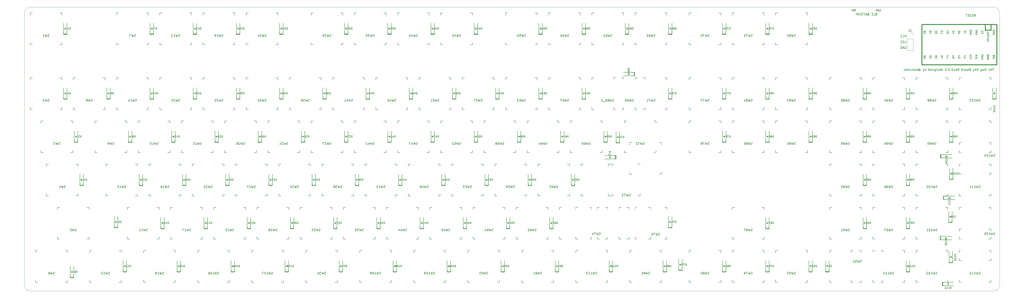
<source format=gbo>
G04 #@! TF.GenerationSoftware,KiCad,Pcbnew,(5.1.5)-3*
G04 #@! TF.CreationDate,2021-02-16T22:09:04+09:00*
G04 #@! TF.ProjectId,108,3130382e-6b69-4636-9164-5f7063625858,rev?*
G04 #@! TF.SameCoordinates,Original*
G04 #@! TF.FileFunction,Legend,Bot*
G04 #@! TF.FilePolarity,Positive*
%FSLAX46Y46*%
G04 Gerber Fmt 4.6, Leading zero omitted, Abs format (unit mm)*
G04 Created by KiCad (PCBNEW (5.1.5)-3) date 2021-02-16 22:09:04*
%MOMM*%
%LPD*%
G04 APERTURE LIST*
%ADD10C,0.150000*%
%ADD11C,0.050000*%
%ADD12C,0.381000*%
%ADD13C,0.200000*%
%ADD14C,0.120000*%
%ADD15C,1.626000*%
%ADD16C,1.902000*%
%ADD17O,0.252000X3.502000*%
%ADD18O,5.502000X0.252000*%
%ADD19C,2.134000*%
%ADD20C,1.803800*%
%ADD21C,4.089800*%
%ADD22C,4.902000*%
%ADD23O,0.252000X5.502000*%
%ADD24O,3.502000X0.252000*%
%ADD25C,3.150000*%
%ADD26R,1.302000X1.702000*%
%ADD27C,1.702000*%
%ADD28R,1.702000X1.702000*%
%ADD29R,1.702000X1.302000*%
%ADD30O,1.802000X1.802000*%
%ADD31R,1.802000X1.802000*%
G04 APERTURE END LIST*
D10*
X409122380Y5389619D02*
X409455714Y5865809D01*
X409693809Y5389619D02*
X409693809Y6389619D01*
X409312857Y6389619D01*
X409217619Y6342000D01*
X409170000Y6294380D01*
X409122380Y6199142D01*
X409122380Y6056285D01*
X409170000Y5961047D01*
X409217619Y5913428D01*
X409312857Y5865809D01*
X409693809Y5865809D01*
X408693809Y5913428D02*
X408360476Y5913428D01*
X408217619Y5389619D02*
X408693809Y5389619D01*
X408693809Y6389619D01*
X408217619Y6389619D01*
X407836666Y5437238D02*
X407693809Y5389619D01*
X407455714Y5389619D01*
X407360476Y5437238D01*
X407312857Y5484857D01*
X407265238Y5580095D01*
X407265238Y5675333D01*
X407312857Y5770571D01*
X407360476Y5818190D01*
X407455714Y5865809D01*
X407646190Y5913428D01*
X407741428Y5961047D01*
X407789047Y6008666D01*
X407836666Y6103904D01*
X407836666Y6199142D01*
X407789047Y6294380D01*
X407741428Y6342000D01*
X407646190Y6389619D01*
X407408095Y6389619D01*
X407265238Y6342000D01*
X406836666Y5913428D02*
X406503333Y5913428D01*
X406360476Y5389619D02*
X406836666Y5389619D01*
X406836666Y6389619D01*
X406360476Y6389619D01*
X406074761Y6389619D02*
X405503333Y6389619D01*
X405789047Y5389619D02*
X405789047Y6389619D01*
X365934095Y6421428D02*
X365791238Y6373809D01*
X365743619Y6326190D01*
X365696000Y6230952D01*
X365696000Y6088095D01*
X365743619Y5992857D01*
X365791238Y5945238D01*
X365886476Y5897619D01*
X366267428Y5897619D01*
X366267428Y6897619D01*
X365934095Y6897619D01*
X365838857Y6850000D01*
X365791238Y6802380D01*
X365743619Y6707142D01*
X365743619Y6611904D01*
X365791238Y6516666D01*
X365838857Y6469047D01*
X365934095Y6421428D01*
X366267428Y6421428D01*
X364791238Y5897619D02*
X365267428Y5897619D01*
X365267428Y6897619D01*
X364457904Y6421428D02*
X364124571Y6421428D01*
X363981714Y5897619D02*
X364457904Y5897619D01*
X364457904Y6897619D01*
X363981714Y6897619D01*
X362457904Y6421428D02*
X362315047Y6373809D01*
X362267428Y6326190D01*
X362219809Y6230952D01*
X362219809Y6088095D01*
X362267428Y5992857D01*
X362315047Y5945238D01*
X362410285Y5897619D01*
X362791238Y5897619D01*
X362791238Y6897619D01*
X362457904Y6897619D01*
X362362666Y6850000D01*
X362315047Y6802380D01*
X362267428Y6707142D01*
X362267428Y6611904D01*
X362315047Y6516666D01*
X362362666Y6469047D01*
X362457904Y6421428D01*
X362791238Y6421428D01*
X361838857Y6183333D02*
X361362666Y6183333D01*
X361934095Y5897619D02*
X361600761Y6897619D01*
X361267428Y5897619D01*
X361076952Y6897619D02*
X360505523Y6897619D01*
X360791238Y5897619D02*
X360791238Y6897619D01*
X360315047Y6897619D02*
X359743619Y6897619D01*
X360029333Y5897619D02*
X360029333Y6897619D01*
X359410285Y6421428D02*
X359076952Y6421428D01*
X358934095Y5897619D02*
X359410285Y5897619D01*
X359410285Y6897619D01*
X358934095Y6897619D01*
X357934095Y5897619D02*
X358267428Y6373809D01*
X358505523Y5897619D02*
X358505523Y6897619D01*
X358124571Y6897619D01*
X358029333Y6850000D01*
X357981714Y6802380D01*
X357934095Y6707142D01*
X357934095Y6564285D01*
X357981714Y6469047D01*
X358029333Y6421428D01*
X358124571Y6373809D01*
X358505523Y6373809D01*
X357315047Y6373809D02*
X357315047Y5897619D01*
X357648380Y6897619D02*
X357315047Y6373809D01*
X356981714Y6897619D01*
X270541523Y-91082761D02*
X270398666Y-91130380D01*
X270160571Y-91130380D01*
X270065333Y-91082761D01*
X270017714Y-91035142D01*
X269970095Y-90939904D01*
X269970095Y-90844666D01*
X270017714Y-90749428D01*
X270065333Y-90701809D01*
X270160571Y-90654190D01*
X270351047Y-90606571D01*
X270446285Y-90558952D01*
X270493904Y-90511333D01*
X270541523Y-90416095D01*
X270541523Y-90320857D01*
X270493904Y-90225619D01*
X270446285Y-90178000D01*
X270351047Y-90130380D01*
X270112952Y-90130380D01*
X269970095Y-90178000D01*
X269636761Y-90130380D02*
X269398666Y-91130380D01*
X269208190Y-90416095D01*
X269017714Y-91130380D01*
X268779619Y-90130380D01*
X268493904Y-90130380D02*
X267827238Y-90130380D01*
X268255809Y-91130380D01*
X266970095Y-90130380D02*
X267446285Y-90130380D01*
X267493904Y-90606571D01*
X267446285Y-90558952D01*
X267351047Y-90511333D01*
X267112952Y-90511333D01*
X267017714Y-90558952D01*
X266970095Y-90606571D01*
X266922476Y-90701809D01*
X266922476Y-90939904D01*
X266970095Y-91035142D01*
X267017714Y-91082761D01*
X267112952Y-91130380D01*
X267351047Y-91130380D01*
X267446285Y-91082761D01*
X267493904Y-91035142D01*
X378713904Y-7882000D02*
X378809142Y-7834380D01*
X378952000Y-7834380D01*
X379094857Y-7882000D01*
X379190095Y-7977238D01*
X379237714Y-8072476D01*
X379285333Y-8262952D01*
X379285333Y-8405809D01*
X379237714Y-8596285D01*
X379190095Y-8691523D01*
X379094857Y-8786761D01*
X378952000Y-8834380D01*
X378856761Y-8834380D01*
X378713904Y-8786761D01*
X378666285Y-8739142D01*
X378666285Y-8405809D01*
X378856761Y-8405809D01*
X378237714Y-8834380D02*
X378237714Y-7834380D01*
X377666285Y-8834380D01*
X377666285Y-7834380D01*
X377190095Y-8834380D02*
X377190095Y-7834380D01*
X376952000Y-7834380D01*
X376809142Y-7882000D01*
X376713904Y-7977238D01*
X376666285Y-8072476D01*
X376618666Y-8262952D01*
X376618666Y-8405809D01*
X376666285Y-8596285D01*
X376713904Y-8691523D01*
X376809142Y-8786761D01*
X376952000Y-8834380D01*
X377190095Y-8834380D01*
X378594857Y-6294380D02*
X379071047Y-6294380D01*
X379071047Y-5294380D01*
X378261523Y-5770571D02*
X377928190Y-5770571D01*
X377785333Y-6294380D02*
X378261523Y-6294380D01*
X378261523Y-5294380D01*
X377785333Y-5294380D01*
X377356761Y-6294380D02*
X377356761Y-5294380D01*
X377118666Y-5294380D01*
X376975809Y-5342000D01*
X376880571Y-5437238D01*
X376832952Y-5532476D01*
X376785333Y-5722952D01*
X376785333Y-5865809D01*
X376832952Y-6056285D01*
X376880571Y-6151523D01*
X376975809Y-6246761D01*
X377118666Y-6294380D01*
X377356761Y-6294380D01*
X379285333Y-2754380D02*
X378952000Y-3754380D01*
X378618666Y-2754380D01*
X377713904Y-3659142D02*
X377761523Y-3706761D01*
X377904380Y-3754380D01*
X377999619Y-3754380D01*
X378142476Y-3706761D01*
X378237714Y-3611523D01*
X378285333Y-3516285D01*
X378332952Y-3325809D01*
X378332952Y-3182952D01*
X378285333Y-2992476D01*
X378237714Y-2897238D01*
X378142476Y-2802000D01*
X377999619Y-2754380D01*
X377904380Y-2754380D01*
X377761523Y-2802000D01*
X377713904Y-2849619D01*
X376713904Y-3659142D02*
X376761523Y-3706761D01*
X376904380Y-3754380D01*
X376999619Y-3754380D01*
X377142476Y-3706761D01*
X377237714Y-3611523D01*
X377285333Y-3516285D01*
X377332952Y-3325809D01*
X377332952Y-3182952D01*
X377285333Y-2992476D01*
X377237714Y-2897238D01*
X377142476Y-2802000D01*
X376999619Y-2754380D01*
X376904380Y-2754380D01*
X376761523Y-2802000D01*
X376713904Y-2849619D01*
X417891261Y-17486380D02*
X417319833Y-17486380D01*
X417605547Y-18486380D02*
X417605547Y-17486380D01*
X416986500Y-18486380D02*
X416986500Y-17486380D01*
X416557928Y-18486380D02*
X416557928Y-17962571D01*
X416605547Y-17867333D01*
X416700785Y-17819714D01*
X416843642Y-17819714D01*
X416938880Y-17867333D01*
X416986500Y-17914952D01*
X415700785Y-18438761D02*
X415796023Y-18486380D01*
X415986500Y-18486380D01*
X416081738Y-18438761D01*
X416129357Y-18343523D01*
X416129357Y-17962571D01*
X416081738Y-17867333D01*
X415986500Y-17819714D01*
X415796023Y-17819714D01*
X415700785Y-17867333D01*
X415653166Y-17962571D01*
X415653166Y-18057809D01*
X416129357Y-18153047D01*
X414462690Y-18486380D02*
X414462690Y-17486380D01*
X414224595Y-17486380D01*
X414081738Y-17534000D01*
X413986500Y-17629238D01*
X413938880Y-17724476D01*
X413891261Y-17914952D01*
X413891261Y-18057809D01*
X413938880Y-18248285D01*
X413986500Y-18343523D01*
X414081738Y-18438761D01*
X414224595Y-18486380D01*
X414462690Y-18486380D01*
X413319833Y-18486380D02*
X413415071Y-18438761D01*
X413462690Y-18391142D01*
X413510309Y-18295904D01*
X413510309Y-18010190D01*
X413462690Y-17914952D01*
X413415071Y-17867333D01*
X413319833Y-17819714D01*
X413176976Y-17819714D01*
X413081738Y-17867333D01*
X413034119Y-17914952D01*
X412986500Y-18010190D01*
X412986500Y-18295904D01*
X413034119Y-18391142D01*
X413081738Y-18438761D01*
X413176976Y-18486380D01*
X413319833Y-18486380D01*
X412129357Y-17819714D02*
X412129357Y-18629238D01*
X412176976Y-18724476D01*
X412224595Y-18772095D01*
X412319833Y-18819714D01*
X412462690Y-18819714D01*
X412557928Y-18772095D01*
X412129357Y-18438761D02*
X412224595Y-18486380D01*
X412415071Y-18486380D01*
X412510309Y-18438761D01*
X412557928Y-18391142D01*
X412605547Y-18295904D01*
X412605547Y-18010190D01*
X412557928Y-17914952D01*
X412510309Y-17867333D01*
X412415071Y-17819714D01*
X412224595Y-17819714D01*
X412129357Y-17867333D01*
X410891261Y-18486380D02*
X410891261Y-17486380D01*
X410319833Y-18486380D02*
X410748404Y-17914952D01*
X410319833Y-17486380D02*
X410891261Y-18057809D01*
X409510309Y-18438761D02*
X409605547Y-18486380D01*
X409796023Y-18486380D01*
X409891261Y-18438761D01*
X409938880Y-18343523D01*
X409938880Y-17962571D01*
X409891261Y-17867333D01*
X409796023Y-17819714D01*
X409605547Y-17819714D01*
X409510309Y-17867333D01*
X409462690Y-17962571D01*
X409462690Y-18057809D01*
X409938880Y-18153047D01*
X409129357Y-17819714D02*
X408891261Y-18486380D01*
X408653166Y-17819714D02*
X408891261Y-18486380D01*
X408986500Y-18724476D01*
X409034119Y-18772095D01*
X409129357Y-18819714D01*
X407176976Y-17962571D02*
X407034119Y-18010190D01*
X406986500Y-18057809D01*
X406938880Y-18153047D01*
X406938880Y-18295904D01*
X406986500Y-18391142D01*
X407034119Y-18438761D01*
X407129357Y-18486380D01*
X407510309Y-18486380D01*
X407510309Y-17486380D01*
X407176976Y-17486380D01*
X407081738Y-17534000D01*
X407034119Y-17581619D01*
X406986500Y-17676857D01*
X406986500Y-17772095D01*
X407034119Y-17867333D01*
X407081738Y-17914952D01*
X407176976Y-17962571D01*
X407510309Y-17962571D01*
X406367452Y-18486380D02*
X406462690Y-18438761D01*
X406510309Y-18391142D01*
X406557928Y-18295904D01*
X406557928Y-18010190D01*
X406510309Y-17914952D01*
X406462690Y-17867333D01*
X406367452Y-17819714D01*
X406224595Y-17819714D01*
X406129357Y-17867333D01*
X406081738Y-17914952D01*
X406034119Y-18010190D01*
X406034119Y-18295904D01*
X406081738Y-18391142D01*
X406129357Y-18438761D01*
X406224595Y-18486380D01*
X406367452Y-18486380D01*
X405176976Y-18486380D02*
X405176976Y-17962571D01*
X405224595Y-17867333D01*
X405319833Y-17819714D01*
X405510309Y-17819714D01*
X405605547Y-17867333D01*
X405176976Y-18438761D02*
X405272214Y-18486380D01*
X405510309Y-18486380D01*
X405605547Y-18438761D01*
X405653166Y-18343523D01*
X405653166Y-18248285D01*
X405605547Y-18153047D01*
X405510309Y-18105428D01*
X405272214Y-18105428D01*
X405176976Y-18057809D01*
X404700785Y-18486380D02*
X404700785Y-17819714D01*
X404700785Y-18010190D02*
X404653166Y-17914952D01*
X404605547Y-17867333D01*
X404510309Y-17819714D01*
X404415071Y-17819714D01*
X403653166Y-18486380D02*
X403653166Y-17486380D01*
X403653166Y-18438761D02*
X403748404Y-18486380D01*
X403938880Y-18486380D01*
X404034119Y-18438761D01*
X404081738Y-18391142D01*
X404129357Y-18295904D01*
X404129357Y-18010190D01*
X404081738Y-17914952D01*
X404034119Y-17867333D01*
X403938880Y-17819714D01*
X403748404Y-17819714D01*
X403653166Y-17867333D01*
X401843642Y-18486380D02*
X402176976Y-18010190D01*
X402415071Y-18486380D02*
X402415071Y-17486380D01*
X402034119Y-17486380D01*
X401938880Y-17534000D01*
X401891261Y-17581619D01*
X401843642Y-17676857D01*
X401843642Y-17819714D01*
X401891261Y-17914952D01*
X401938880Y-17962571D01*
X402034119Y-18010190D01*
X402415071Y-18010190D01*
X401034119Y-18438761D02*
X401129357Y-18486380D01*
X401319833Y-18486380D01*
X401415071Y-18438761D01*
X401462690Y-18343523D01*
X401462690Y-17962571D01*
X401415071Y-17867333D01*
X401319833Y-17819714D01*
X401129357Y-17819714D01*
X401034119Y-17867333D01*
X400986500Y-17962571D01*
X400986500Y-18057809D01*
X401462690Y-18153047D01*
X400653166Y-17819714D02*
X400415071Y-18486380D01*
X400176976Y-17819714D01*
X399843642Y-17581619D02*
X399796023Y-17534000D01*
X399700785Y-17486380D01*
X399462690Y-17486380D01*
X399367452Y-17534000D01*
X399319833Y-17581619D01*
X399272214Y-17676857D01*
X399272214Y-17772095D01*
X399319833Y-17914952D01*
X399891261Y-18486380D01*
X399272214Y-18486380D01*
X398843642Y-18391142D02*
X398796023Y-18438761D01*
X398843642Y-18486380D01*
X398891261Y-18438761D01*
X398843642Y-18391142D01*
X398843642Y-18486380D01*
X398176976Y-17486380D02*
X398081738Y-17486380D01*
X397986500Y-17534000D01*
X397938880Y-17581619D01*
X397891261Y-17676857D01*
X397843642Y-17867333D01*
X397843642Y-18105428D01*
X397891261Y-18295904D01*
X397938880Y-18391142D01*
X397986500Y-18438761D01*
X398081738Y-18486380D01*
X398176976Y-18486380D01*
X398272214Y-18438761D01*
X398319833Y-18391142D01*
X398367452Y-18295904D01*
X398415071Y-18105428D01*
X398415071Y-17867333D01*
X398367452Y-17676857D01*
X398319833Y-17581619D01*
X398272214Y-17534000D01*
X398176976Y-17486380D01*
X397415071Y-18391142D02*
X397367452Y-18438761D01*
X397415071Y-18486380D01*
X397462690Y-18438761D01*
X397415071Y-18391142D01*
X397415071Y-18486380D01*
X396748404Y-17486380D02*
X396653166Y-17486380D01*
X396557928Y-17534000D01*
X396510309Y-17581619D01*
X396462690Y-17676857D01*
X396415071Y-17867333D01*
X396415071Y-18105428D01*
X396462690Y-18295904D01*
X396510309Y-18391142D01*
X396557928Y-18438761D01*
X396653166Y-18486380D01*
X396748404Y-18486380D01*
X396843642Y-18438761D01*
X396891261Y-18391142D01*
X396938880Y-18295904D01*
X396986500Y-18105428D01*
X396986500Y-17867333D01*
X396938880Y-17676857D01*
X396891261Y-17581619D01*
X396843642Y-17534000D01*
X396748404Y-17486380D01*
X394796023Y-18486380D02*
X394796023Y-17486380D01*
X394796023Y-18438761D02*
X394891261Y-18486380D01*
X395081738Y-18486380D01*
X395176976Y-18438761D01*
X395224595Y-18391142D01*
X395272214Y-18295904D01*
X395272214Y-18010190D01*
X395224595Y-17914952D01*
X395176976Y-17867333D01*
X395081738Y-17819714D01*
X394891261Y-17819714D01*
X394796023Y-17867333D01*
X393938880Y-18438761D02*
X394034119Y-18486380D01*
X394224595Y-18486380D01*
X394319833Y-18438761D01*
X394367452Y-18343523D01*
X394367452Y-17962571D01*
X394319833Y-17867333D01*
X394224595Y-17819714D01*
X394034119Y-17819714D01*
X393938880Y-17867333D01*
X393891261Y-17962571D01*
X393891261Y-18057809D01*
X394367452Y-18153047D01*
X393510309Y-18438761D02*
X393415071Y-18486380D01*
X393224595Y-18486380D01*
X393129357Y-18438761D01*
X393081738Y-18343523D01*
X393081738Y-18295904D01*
X393129357Y-18200666D01*
X393224595Y-18153047D01*
X393367452Y-18153047D01*
X393462690Y-18105428D01*
X393510309Y-18010190D01*
X393510309Y-17962571D01*
X393462690Y-17867333D01*
X393367452Y-17819714D01*
X393224595Y-17819714D01*
X393129357Y-17867333D01*
X392653166Y-18486380D02*
X392653166Y-17819714D01*
X392653166Y-17486380D02*
X392700785Y-17534000D01*
X392653166Y-17581619D01*
X392605547Y-17534000D01*
X392653166Y-17486380D01*
X392653166Y-17581619D01*
X391748404Y-17819714D02*
X391748404Y-18629238D01*
X391796023Y-18724476D01*
X391843642Y-18772095D01*
X391938880Y-18819714D01*
X392081738Y-18819714D01*
X392176976Y-18772095D01*
X391748404Y-18438761D02*
X391843642Y-18486380D01*
X392034119Y-18486380D01*
X392129357Y-18438761D01*
X392176976Y-18391142D01*
X392224595Y-18295904D01*
X392224595Y-18010190D01*
X392176976Y-17914952D01*
X392129357Y-17867333D01*
X392034119Y-17819714D01*
X391843642Y-17819714D01*
X391748404Y-17867333D01*
X391272214Y-17819714D02*
X391272214Y-18486380D01*
X391272214Y-17914952D02*
X391224595Y-17867333D01*
X391129357Y-17819714D01*
X390986500Y-17819714D01*
X390891261Y-17867333D01*
X390843642Y-17962571D01*
X390843642Y-18486380D01*
X389986500Y-18438761D02*
X390081738Y-18486380D01*
X390272214Y-18486380D01*
X390367452Y-18438761D01*
X390415071Y-18343523D01*
X390415071Y-17962571D01*
X390367452Y-17867333D01*
X390272214Y-17819714D01*
X390081738Y-17819714D01*
X389986500Y-17867333D01*
X389938880Y-17962571D01*
X389938880Y-18057809D01*
X390415071Y-18153047D01*
X389081738Y-18486380D02*
X389081738Y-17486380D01*
X389081738Y-18438761D02*
X389176976Y-18486380D01*
X389367452Y-18486380D01*
X389462690Y-18438761D01*
X389510309Y-18391142D01*
X389557928Y-18295904D01*
X389557928Y-18010190D01*
X389510309Y-17914952D01*
X389462690Y-17867333D01*
X389367452Y-17819714D01*
X389176976Y-17819714D01*
X389081738Y-17867333D01*
X387843642Y-18486380D02*
X387843642Y-17486380D01*
X387843642Y-17867333D02*
X387748404Y-17819714D01*
X387557928Y-17819714D01*
X387462690Y-17867333D01*
X387415071Y-17914952D01*
X387367452Y-18010190D01*
X387367452Y-18295904D01*
X387415071Y-18391142D01*
X387462690Y-18438761D01*
X387557928Y-18486380D01*
X387748404Y-18486380D01*
X387843642Y-18438761D01*
X387034119Y-17819714D02*
X386796023Y-18486380D01*
X386557928Y-17819714D02*
X386796023Y-18486380D01*
X386891261Y-18724476D01*
X386938880Y-18772095D01*
X387034119Y-18819714D01*
X384796023Y-18010190D02*
X384843642Y-17962571D01*
X384938880Y-17914952D01*
X385034119Y-17914952D01*
X385129357Y-17962571D01*
X385176976Y-18010190D01*
X385224595Y-18105428D01*
X385224595Y-18200666D01*
X385176976Y-18295904D01*
X385129357Y-18343523D01*
X385034119Y-18391142D01*
X384938880Y-18391142D01*
X384843642Y-18343523D01*
X384796023Y-18295904D01*
X384796023Y-17914952D02*
X384796023Y-18295904D01*
X384748404Y-18343523D01*
X384700785Y-18343523D01*
X384605547Y-18295904D01*
X384557928Y-18200666D01*
X384557928Y-17962571D01*
X384653166Y-17819714D01*
X384796023Y-17724476D01*
X384986500Y-17676857D01*
X385176976Y-17724476D01*
X385319833Y-17819714D01*
X385415071Y-17962571D01*
X385462690Y-18153047D01*
X385415071Y-18343523D01*
X385319833Y-18486380D01*
X385176976Y-18581619D01*
X384986500Y-18629238D01*
X384796023Y-18581619D01*
X384653166Y-18486380D01*
X384129357Y-18486380D02*
X384129357Y-17486380D01*
X384034119Y-18105428D02*
X383748404Y-18486380D01*
X383748404Y-17819714D02*
X384129357Y-18200666D01*
X382891261Y-18486380D02*
X382891261Y-17962571D01*
X382938880Y-17867333D01*
X383034119Y-17819714D01*
X383224595Y-17819714D01*
X383319833Y-17867333D01*
X382891261Y-18438761D02*
X382986500Y-18486380D01*
X383224595Y-18486380D01*
X383319833Y-18438761D01*
X383367452Y-18343523D01*
X383367452Y-18248285D01*
X383319833Y-18153047D01*
X383224595Y-18105428D01*
X382986500Y-18105428D01*
X382891261Y-18057809D01*
X382415071Y-18486380D02*
X382415071Y-17486380D01*
X382319833Y-18105428D02*
X382034119Y-18486380D01*
X382034119Y-17819714D02*
X382415071Y-18200666D01*
X381176976Y-17819714D02*
X381176976Y-18486380D01*
X381605547Y-17819714D02*
X381605547Y-18343523D01*
X381557928Y-18438761D01*
X381462690Y-18486380D01*
X381319833Y-18486380D01*
X381224595Y-18438761D01*
X381176976Y-18391142D01*
X380700785Y-17819714D02*
X380700785Y-18486380D01*
X380700785Y-17914952D02*
X380653166Y-17867333D01*
X380557928Y-17819714D01*
X380415071Y-17819714D01*
X380319833Y-17867333D01*
X380272214Y-17962571D01*
X380272214Y-18486380D01*
X379796023Y-18486380D02*
X379796023Y-17486380D01*
X379700785Y-18105428D02*
X379415071Y-18486380D01*
X379415071Y-17819714D02*
X379796023Y-18200666D01*
X378986500Y-18486380D02*
X378986500Y-17486380D01*
X378986500Y-17867333D02*
X378891261Y-17819714D01*
X378700785Y-17819714D01*
X378605547Y-17867333D01*
X378557928Y-17914952D01*
X378510309Y-18010190D01*
X378510309Y-18295904D01*
X378557928Y-18391142D01*
X378605547Y-18438761D01*
X378700785Y-18486380D01*
X378891261Y-18486380D01*
X378986500Y-18438761D01*
X378081738Y-18391142D02*
X378034119Y-18438761D01*
X378081738Y-18486380D01*
X378129357Y-18438761D01*
X378081738Y-18391142D01*
X378081738Y-18486380D01*
D11*
X417830000Y9525000D02*
G75*
G02X420370000Y6985000I0J-2540000D01*
G01*
X-9525000Y6985000D02*
G75*
G02X-6985000Y9525000I2540000J0D01*
G01*
X420370000Y-113030000D02*
G75*
G02X417830000Y-115570000I-2540000J0D01*
G01*
X-6985000Y-115570000D02*
G75*
G02X-9525000Y-113030000I0J2540000D01*
G01*
X420370000Y6985000D02*
X420370000Y-113030000D01*
X-6985000Y-115570000D02*
X417830000Y-115570000D01*
X-9525000Y-113030000D02*
X-9525000Y6985000D01*
X417830000Y9525000D02*
X-6985000Y9525000D01*
D10*
X378475000Y-78725000D02*
X378475000Y-79725000D01*
X377475000Y-78725000D02*
X378475000Y-78725000D01*
X378475000Y-92725000D02*
X377475000Y-92725000D01*
X378475000Y-91725000D02*
X378475000Y-92725000D01*
X364475000Y-92725000D02*
X364475000Y-91725000D01*
X365475000Y-92725000D02*
X364475000Y-92725000D01*
X364475000Y-78725000D02*
X365475000Y-78725000D01*
X364475000Y-79725000D02*
X364475000Y-78725000D01*
D12*
X414020000Y-635000D02*
X414020000Y1905000D01*
X416560000Y-635000D02*
X414020000Y-635000D01*
X386080000Y-15875000D02*
X419100000Y-15875000D01*
X386080000Y1905000D02*
X386080000Y-15875000D01*
X419100000Y1905000D02*
X386080000Y1905000D01*
X419100000Y-15875000D02*
X419100000Y1905000D01*
X416560000Y-635000D02*
X416560000Y1905000D01*
D10*
X7000000Y7000000D02*
X7000000Y6000000D01*
X6000000Y7000000D02*
X7000000Y7000000D01*
X7000000Y-7000000D02*
X6000000Y-7000000D01*
X7000000Y-6000000D02*
X7000000Y-7000000D01*
X-7000000Y-7000000D02*
X-7000000Y-6000000D01*
X-6000000Y-7000000D02*
X-7000000Y-7000000D01*
X-7000000Y7000000D02*
X-6000000Y7000000D01*
X-7000000Y6000000D02*
X-7000000Y7000000D01*
X415575000Y-88250000D02*
X416575000Y-88250000D01*
X416575000Y-101250000D02*
X416575000Y-102250000D01*
X402575000Y-102250000D02*
X402575000Y-101250000D01*
X402575000Y-88250000D02*
X403575000Y-88250000D01*
X402575000Y-89250000D02*
X402575000Y-88250000D01*
X416575000Y-102250000D02*
X415575000Y-102250000D01*
X403575000Y-102250000D02*
X402575000Y-102250000D01*
X416575000Y-88250000D02*
X416575000Y-89250000D01*
X254650000Y-21575000D02*
X254650000Y-22575000D01*
X253650000Y-21575000D02*
X254650000Y-21575000D01*
X254650000Y-35575000D02*
X253650000Y-35575000D01*
X254650000Y-34575000D02*
X254650000Y-35575000D01*
X240650000Y-35575000D02*
X240650000Y-34575000D01*
X241650000Y-35575000D02*
X240650000Y-35575000D01*
X240650000Y-21575000D02*
X241650000Y-21575000D01*
X240650000Y-22575000D02*
X240650000Y-21575000D01*
X233506000Y-98775000D02*
X233506000Y-97775000D01*
X233506000Y-97775000D02*
X234506000Y-97775000D01*
X234506000Y-111775000D02*
X233506000Y-111775000D01*
X233506000Y-111775000D02*
X233506000Y-110775000D01*
X247506000Y-110775000D02*
X247506000Y-111775000D01*
X247506000Y-111775000D02*
X246506000Y-111775000D01*
X246506000Y-97775000D02*
X247506000Y-97775000D01*
X247506000Y-97775000D02*
X247506000Y-98775000D01*
X273700000Y-21575000D02*
X273700000Y-22575000D01*
X272700000Y-21575000D02*
X273700000Y-21575000D01*
X273700000Y-35575000D02*
X272700000Y-35575000D01*
X273700000Y-34575000D02*
X273700000Y-35575000D01*
X259700000Y-35575000D02*
X259700000Y-34575000D01*
X260700000Y-35575000D02*
X259700000Y-35575000D01*
X259700000Y-21575000D02*
X260700000Y-21575000D01*
X259700000Y-22575000D02*
X259700000Y-21575000D01*
X250175000Y-22575000D02*
X250175000Y-21575000D01*
X250175000Y-21575000D02*
X251175000Y-21575000D01*
X251175000Y-35575000D02*
X250175000Y-35575000D01*
X250175000Y-35575000D02*
X250175000Y-34575000D01*
X264175000Y-34575000D02*
X264175000Y-35575000D01*
X264175000Y-35575000D02*
X263175000Y-35575000D01*
X263175000Y-21575000D02*
X264175000Y-21575000D01*
X264175000Y-21575000D02*
X264175000Y-22575000D01*
X249768000Y-106934000D02*
X248244000Y-106934000D01*
X248244000Y-107315000D02*
X248244000Y-102235000D01*
X249768000Y-102235000D02*
X249768000Y-107315000D01*
D13*
X248625000Y-104938500D02*
X249387000Y-104938500D01*
D10*
X249768000Y-106553000D02*
X248244000Y-106553000D01*
X249768000Y-102235000D02*
X249768000Y-102743000D01*
X249768000Y-107315000D02*
X248244000Y-107315000D01*
X249768000Y-107188000D02*
X248244000Y-107188000D01*
D13*
X249006000Y-104875000D02*
X248625000Y-104494000D01*
X249387000Y-104494000D02*
X249006000Y-104875000D01*
D10*
X248244000Y-106807000D02*
X249768000Y-106807000D01*
X248244000Y-107061000D02*
X249768000Y-107061000D01*
X249768000Y-106680000D02*
X248244000Y-106680000D01*
D13*
X248625000Y-104494000D02*
X249387000Y-104494000D01*
D10*
X258318000Y-64150000D02*
X257318000Y-64150000D01*
X257318000Y-51150000D02*
X257318000Y-50150000D01*
X271318000Y-50150000D02*
X271318000Y-51150000D01*
X271318000Y-64150000D02*
X270318000Y-64150000D01*
X271318000Y-63150000D02*
X271318000Y-64150000D01*
X257318000Y-50150000D02*
X258318000Y-50150000D01*
X270318000Y-50150000D02*
X271318000Y-50150000D01*
X257318000Y-64150000D02*
X257318000Y-63150000D01*
X416575000Y-78725000D02*
X416575000Y-79725000D01*
X415575000Y-78725000D02*
X416575000Y-78725000D01*
X416575000Y-92725000D02*
X415575000Y-92725000D01*
X416575000Y-91725000D02*
X416575000Y-92725000D01*
X402575000Y-92725000D02*
X402575000Y-91725000D01*
X403575000Y-92725000D02*
X402575000Y-92725000D01*
X402575000Y-78725000D02*
X403575000Y-78725000D01*
X402575000Y-79725000D02*
X402575000Y-78725000D01*
X416575000Y-40625000D02*
X416575000Y-41625000D01*
X415575000Y-40625000D02*
X416575000Y-40625000D01*
X416575000Y-54625000D02*
X415575000Y-54625000D01*
X416575000Y-53625000D02*
X416575000Y-54625000D01*
X402575000Y-54625000D02*
X402575000Y-53625000D01*
X403575000Y-54625000D02*
X402575000Y-54625000D01*
X402575000Y-40625000D02*
X403575000Y-40625000D01*
X402575000Y-41625000D02*
X402575000Y-40625000D01*
X162068000Y-98775000D02*
X162068000Y-97775000D01*
X162068000Y-97775000D02*
X163068000Y-97775000D01*
X163068000Y-111775000D02*
X162068000Y-111775000D01*
X162068000Y-111775000D02*
X162068000Y-110775000D01*
X176068000Y-110775000D02*
X176068000Y-111775000D01*
X176068000Y-111775000D02*
X175068000Y-111775000D01*
X175068000Y-97775000D02*
X176068000Y-97775000D01*
X176068000Y-97775000D02*
X176068000Y-98775000D01*
X416575000Y-21575000D02*
X416575000Y-22575000D01*
X415575000Y-21575000D02*
X416575000Y-21575000D01*
X416575000Y-35575000D02*
X415575000Y-35575000D01*
X416575000Y-34575000D02*
X416575000Y-35575000D01*
X402575000Y-35575000D02*
X402575000Y-34575000D01*
X403575000Y-35575000D02*
X402575000Y-35575000D01*
X402575000Y-21575000D02*
X403575000Y-21575000D01*
X402575000Y-22575000D02*
X402575000Y-21575000D01*
X257318000Y-98775000D02*
X257318000Y-97775000D01*
X257318000Y-97775000D02*
X258318000Y-97775000D01*
X258318000Y-111775000D02*
X257318000Y-111775000D01*
X257318000Y-111775000D02*
X257318000Y-110775000D01*
X271318000Y-110775000D02*
X271318000Y-111775000D01*
X271318000Y-111775000D02*
X270318000Y-111775000D01*
X270318000Y-97775000D02*
X271318000Y-97775000D01*
X271318000Y-97775000D02*
X271318000Y-98775000D01*
X395925000Y-75311000D02*
X395925000Y-73787000D01*
X395544000Y-73787000D02*
X400624000Y-73787000D01*
X400624000Y-75311000D02*
X395544000Y-75311000D01*
D13*
X397920500Y-74168000D02*
X397920500Y-74930000D01*
D10*
X396306000Y-75311000D02*
X396306000Y-73787000D01*
X400624000Y-75311000D02*
X400116000Y-75311000D01*
X395544000Y-75311000D02*
X395544000Y-73787000D01*
X395671000Y-75311000D02*
X395671000Y-73787000D01*
D13*
X397984000Y-74549000D02*
X398365000Y-74168000D01*
X398365000Y-74930000D02*
X397984000Y-74549000D01*
D10*
X396052000Y-73787000D02*
X396052000Y-75311000D01*
X395798000Y-73787000D02*
X395798000Y-75311000D01*
X396179000Y-75311000D02*
X396179000Y-73787000D01*
D13*
X398365000Y-74168000D02*
X398365000Y-74930000D01*
D10*
X380737000Y-106934000D02*
X379213000Y-106934000D01*
X379213000Y-107315000D02*
X379213000Y-102235000D01*
X380737000Y-102235000D02*
X380737000Y-107315000D01*
D13*
X379594000Y-104938500D02*
X380356000Y-104938500D01*
D10*
X380737000Y-106553000D02*
X379213000Y-106553000D01*
X380737000Y-102235000D02*
X380737000Y-102743000D01*
X380737000Y-107315000D02*
X379213000Y-107315000D01*
X380737000Y-107188000D02*
X379213000Y-107188000D01*
D13*
X379975000Y-104875000D02*
X379594000Y-104494000D01*
X380356000Y-104494000D02*
X379975000Y-104875000D01*
D10*
X379213000Y-106807000D02*
X380737000Y-106807000D01*
X379213000Y-107061000D02*
X380737000Y-107061000D01*
X380737000Y-106680000D02*
X379213000Y-106680000D01*
D13*
X379594000Y-104494000D02*
X380356000Y-104494000D01*
D10*
X178330000Y-106934000D02*
X176806000Y-106934000D01*
X176806000Y-107315000D02*
X176806000Y-102235000D01*
X178330000Y-102235000D02*
X178330000Y-107315000D01*
D13*
X177187000Y-104938500D02*
X177949000Y-104938500D01*
D10*
X178330000Y-106553000D02*
X176806000Y-106553000D01*
X178330000Y-102235000D02*
X178330000Y-102743000D01*
X178330000Y-107315000D02*
X176806000Y-107315000D01*
X178330000Y-107188000D02*
X176806000Y-107188000D01*
D13*
X177568000Y-104875000D02*
X177187000Y-104494000D01*
X177949000Y-104494000D02*
X177568000Y-104875000D01*
D10*
X176806000Y-106807000D02*
X178330000Y-106807000D01*
X176806000Y-107061000D02*
X178330000Y-107061000D01*
X178330000Y-106680000D02*
X176806000Y-106680000D01*
D13*
X177187000Y-104494000D02*
X177949000Y-104494000D01*
D10*
X154518000Y-106934000D02*
X152994000Y-106934000D01*
X152994000Y-107315000D02*
X152994000Y-102235000D01*
X154518000Y-102235000D02*
X154518000Y-107315000D01*
D13*
X153375000Y-104938500D02*
X154137000Y-104938500D01*
D10*
X154518000Y-106553000D02*
X152994000Y-106553000D01*
X154518000Y-102235000D02*
X154518000Y-102743000D01*
X154518000Y-107315000D02*
X152994000Y-107315000D01*
X154518000Y-107188000D02*
X152994000Y-107188000D01*
D13*
X153756000Y-104875000D02*
X153375000Y-104494000D01*
X154137000Y-104494000D02*
X153756000Y-104875000D01*
D10*
X152994000Y-106807000D02*
X154518000Y-106807000D01*
X152994000Y-107061000D02*
X154518000Y-107061000D01*
X154518000Y-106680000D02*
X152994000Y-106680000D01*
D13*
X153375000Y-104494000D02*
X154137000Y-104494000D01*
D10*
X106893000Y-106934000D02*
X105369000Y-106934000D01*
X105369000Y-107315000D02*
X105369000Y-102235000D01*
X106893000Y-102235000D02*
X106893000Y-107315000D01*
D13*
X105750000Y-104938500D02*
X106512000Y-104938500D01*
D10*
X106893000Y-106553000D02*
X105369000Y-106553000D01*
X106893000Y-102235000D02*
X106893000Y-102743000D01*
X106893000Y-107315000D02*
X105369000Y-107315000D01*
X106893000Y-107188000D02*
X105369000Y-107188000D01*
D13*
X106131000Y-104875000D02*
X105750000Y-104494000D01*
X106512000Y-104494000D02*
X106131000Y-104875000D01*
D10*
X105369000Y-106807000D02*
X106893000Y-106807000D01*
X105369000Y-107061000D02*
X106893000Y-107061000D01*
X106893000Y-106680000D02*
X105369000Y-106680000D01*
D13*
X105750000Y-104494000D02*
X106512000Y-104494000D01*
D10*
X83080500Y-106934000D02*
X81556500Y-106934000D01*
X81556500Y-107315000D02*
X81556500Y-102235000D01*
X83080500Y-102235000D02*
X83080500Y-107315000D01*
D13*
X81937500Y-104938500D02*
X82699500Y-104938500D01*
D10*
X83080500Y-106553000D02*
X81556500Y-106553000D01*
X83080500Y-102235000D02*
X83080500Y-102743000D01*
X83080500Y-107315000D02*
X81556500Y-107315000D01*
X83080500Y-107188000D02*
X81556500Y-107188000D01*
D13*
X82318500Y-104875000D02*
X81937500Y-104494000D01*
X82699500Y-104494000D02*
X82318500Y-104875000D01*
D10*
X81556500Y-106807000D02*
X83080500Y-106807000D01*
X81556500Y-107061000D02*
X83080500Y-107061000D01*
X83080500Y-106680000D02*
X81556500Y-106680000D01*
D13*
X81937500Y-104494000D02*
X82699500Y-104494000D01*
D10*
X394523000Y-93091000D02*
X394523000Y-91567000D01*
X394142000Y-91567000D02*
X399222000Y-91567000D01*
X399222000Y-93091000D02*
X394142000Y-93091000D01*
D13*
X396518500Y-91948000D02*
X396518500Y-92710000D01*
D10*
X394904000Y-93091000D02*
X394904000Y-91567000D01*
X399222000Y-93091000D02*
X398714000Y-93091000D01*
X394142000Y-93091000D02*
X394142000Y-91567000D01*
X394269000Y-93091000D02*
X394269000Y-91567000D01*
D13*
X396582000Y-92329000D02*
X396963000Y-91948000D01*
X396963000Y-92710000D02*
X396582000Y-92329000D01*
D10*
X394650000Y-91567000D02*
X394650000Y-93091000D01*
X394396000Y-91567000D02*
X394396000Y-93091000D01*
X394777000Y-93091000D02*
X394777000Y-91567000D01*
D13*
X396963000Y-91948000D02*
X396963000Y-92710000D01*
D10*
X394713000Y-57023000D02*
X394713000Y-55499000D01*
X394332000Y-55499000D02*
X399412000Y-55499000D01*
X399412000Y-57023000D02*
X394332000Y-57023000D01*
D13*
X396708500Y-55880000D02*
X396708500Y-56642000D01*
D10*
X395094000Y-57023000D02*
X395094000Y-55499000D01*
X399412000Y-57023000D02*
X398904000Y-57023000D01*
X394332000Y-57023000D02*
X394332000Y-55499000D01*
X394459000Y-57023000D02*
X394459000Y-55499000D01*
D13*
X396772000Y-56261000D02*
X397153000Y-55880000D01*
X397153000Y-56642000D02*
X396772000Y-56261000D01*
D10*
X394840000Y-55499000D02*
X394840000Y-57023000D01*
X394586000Y-55499000D02*
X394586000Y-57023000D01*
X394967000Y-57023000D02*
X394967000Y-55499000D01*
D13*
X397153000Y-55880000D02*
X397153000Y-56642000D01*
D10*
X418837000Y-30734000D02*
X417313000Y-30734000D01*
X417313000Y-31115000D02*
X417313000Y-26035000D01*
X418837000Y-26035000D02*
X418837000Y-31115000D01*
D13*
X417694000Y-28738500D02*
X418456000Y-28738500D01*
D10*
X418837000Y-30353000D02*
X417313000Y-30353000D01*
X418837000Y-26035000D02*
X418837000Y-26543000D01*
X418837000Y-31115000D02*
X417313000Y-31115000D01*
X418837000Y-30988000D02*
X417313000Y-30988000D01*
D13*
X418075000Y-28675000D02*
X417694000Y-28294000D01*
X418456000Y-28294000D02*
X418075000Y-28675000D01*
D10*
X417313000Y-30607000D02*
X418837000Y-30607000D01*
X417313000Y-30861000D02*
X418837000Y-30861000D01*
X418837000Y-30480000D02*
X417313000Y-30480000D01*
D13*
X417694000Y-28294000D02*
X418456000Y-28294000D01*
D10*
X399669000Y-102870000D02*
X398145000Y-102870000D01*
X398145000Y-103251000D02*
X398145000Y-98171000D01*
X399669000Y-98171000D02*
X399669000Y-103251000D01*
D13*
X398526000Y-100874500D02*
X399288000Y-100874500D01*
D10*
X399669000Y-102489000D02*
X398145000Y-102489000D01*
X399669000Y-98171000D02*
X399669000Y-98679000D01*
X399669000Y-103251000D02*
X398145000Y-103251000D01*
X399669000Y-103124000D02*
X398145000Y-103124000D01*
D13*
X398907000Y-100811000D02*
X398526000Y-100430000D01*
X399288000Y-100430000D02*
X398907000Y-100811000D01*
D10*
X398145000Y-102743000D02*
X399669000Y-102743000D01*
X398145000Y-102997000D02*
X399669000Y-102997000D01*
X399669000Y-102616000D02*
X398145000Y-102616000D01*
D13*
X398526000Y-100430000D02*
X399288000Y-100430000D01*
D10*
X399478000Y-85093000D02*
X397954000Y-85093000D01*
X397954000Y-85474000D02*
X397954000Y-80394000D01*
X399478000Y-80394000D02*
X399478000Y-85474000D01*
D13*
X398335000Y-83097500D02*
X399097000Y-83097500D01*
D10*
X399478000Y-84712000D02*
X397954000Y-84712000D01*
X399478000Y-80394000D02*
X399478000Y-80902000D01*
X399478000Y-85474000D02*
X397954000Y-85474000D01*
X399478000Y-85347000D02*
X397954000Y-85347000D01*
D13*
X398716000Y-83034000D02*
X398335000Y-82653000D01*
X399097000Y-82653000D02*
X398716000Y-83034000D01*
D10*
X397954000Y-84966000D02*
X399478000Y-84966000D01*
X397954000Y-85220000D02*
X399478000Y-85220000D01*
X399478000Y-84839000D02*
X397954000Y-84839000D01*
D13*
X398335000Y-82653000D02*
X399097000Y-82653000D01*
D10*
X399787000Y-66106500D02*
X398263000Y-66106500D01*
X398263000Y-66487500D02*
X398263000Y-61407500D01*
X399787000Y-61407500D02*
X399787000Y-66487500D01*
D13*
X398644000Y-64111000D02*
X399406000Y-64111000D01*
D10*
X399787000Y-65725500D02*
X398263000Y-65725500D01*
X399787000Y-61407500D02*
X399787000Y-61915500D01*
X399787000Y-66487500D02*
X398263000Y-66487500D01*
X399787000Y-66360500D02*
X398263000Y-66360500D01*
D13*
X399025000Y-64047500D02*
X398644000Y-63666500D01*
X399406000Y-63666500D02*
X399025000Y-64047500D01*
D10*
X398263000Y-65979500D02*
X399787000Y-65979500D01*
X398263000Y-66233500D02*
X399787000Y-66233500D01*
X399787000Y-65852500D02*
X398263000Y-65852500D01*
D13*
X398644000Y-63666500D02*
X399406000Y-63666500D01*
D10*
X399787000Y-49784000D02*
X398263000Y-49784000D01*
X398263000Y-50165000D02*
X398263000Y-45085000D01*
X399787000Y-45085000D02*
X399787000Y-50165000D01*
D13*
X398644000Y-47788500D02*
X399406000Y-47788500D01*
D10*
X399787000Y-49403000D02*
X398263000Y-49403000D01*
X399787000Y-45085000D02*
X399787000Y-45593000D01*
X399787000Y-50165000D02*
X398263000Y-50165000D01*
X399787000Y-50038000D02*
X398263000Y-50038000D01*
D13*
X399025000Y-47725000D02*
X398644000Y-47344000D01*
X399406000Y-47344000D02*
X399025000Y-47725000D01*
D10*
X398263000Y-49657000D02*
X399787000Y-49657000D01*
X398263000Y-49911000D02*
X399787000Y-49911000D01*
X399787000Y-49530000D02*
X398263000Y-49530000D01*
D13*
X398644000Y-47344000D02*
X399406000Y-47344000D01*
D10*
X399787000Y-30734000D02*
X398263000Y-30734000D01*
X398263000Y-31115000D02*
X398263000Y-26035000D01*
X399787000Y-26035000D02*
X399787000Y-31115000D01*
D13*
X398644000Y-28738500D02*
X399406000Y-28738500D01*
D10*
X399787000Y-30353000D02*
X398263000Y-30353000D01*
X399787000Y-26035000D02*
X399787000Y-26543000D01*
X399787000Y-31115000D02*
X398263000Y-31115000D01*
X399787000Y-30988000D02*
X398263000Y-30988000D01*
D13*
X399025000Y-28675000D02*
X398644000Y-28294000D01*
X399406000Y-28294000D02*
X399025000Y-28675000D01*
D10*
X398263000Y-30607000D02*
X399787000Y-30607000D01*
X398263000Y-30861000D02*
X399787000Y-30861000D01*
X399787000Y-30480000D02*
X398263000Y-30480000D01*
D13*
X398644000Y-28294000D02*
X399406000Y-28294000D01*
D10*
X380737000Y-87884000D02*
X379213000Y-87884000D01*
X379213000Y-88265000D02*
X379213000Y-83185000D01*
X380737000Y-83185000D02*
X380737000Y-88265000D01*
D13*
X379594000Y-85888500D02*
X380356000Y-85888500D01*
D10*
X380737000Y-87503000D02*
X379213000Y-87503000D01*
X380737000Y-83185000D02*
X380737000Y-83693000D01*
X380737000Y-88265000D02*
X379213000Y-88265000D01*
X380737000Y-88138000D02*
X379213000Y-88138000D01*
D13*
X379975000Y-85825000D02*
X379594000Y-85444000D01*
X380356000Y-85444000D02*
X379975000Y-85825000D01*
D10*
X379213000Y-87757000D02*
X380737000Y-87757000D01*
X379213000Y-88011000D02*
X380737000Y-88011000D01*
X380737000Y-87630000D02*
X379213000Y-87630000D01*
D13*
X379594000Y-85444000D02*
X380356000Y-85444000D01*
D10*
X380737000Y-68834000D02*
X379213000Y-68834000D01*
X379213000Y-69215000D02*
X379213000Y-64135000D01*
X380737000Y-64135000D02*
X380737000Y-69215000D01*
D13*
X379594000Y-66838500D02*
X380356000Y-66838500D01*
D10*
X380737000Y-68453000D02*
X379213000Y-68453000D01*
X380737000Y-64135000D02*
X380737000Y-64643000D01*
X380737000Y-69215000D02*
X379213000Y-69215000D01*
X380737000Y-69088000D02*
X379213000Y-69088000D01*
D13*
X379975000Y-66775000D02*
X379594000Y-66394000D01*
X380356000Y-66394000D02*
X379975000Y-66775000D01*
D10*
X379213000Y-68707000D02*
X380737000Y-68707000D01*
X379213000Y-68961000D02*
X380737000Y-68961000D01*
X380737000Y-68580000D02*
X379213000Y-68580000D01*
D13*
X379594000Y-66394000D02*
X380356000Y-66394000D01*
D10*
X380737000Y-49784000D02*
X379213000Y-49784000D01*
X379213000Y-50165000D02*
X379213000Y-45085000D01*
X380737000Y-45085000D02*
X380737000Y-50165000D01*
D13*
X379594000Y-47788500D02*
X380356000Y-47788500D01*
D10*
X380737000Y-49403000D02*
X379213000Y-49403000D01*
X380737000Y-45085000D02*
X380737000Y-45593000D01*
X380737000Y-50165000D02*
X379213000Y-50165000D01*
X380737000Y-50038000D02*
X379213000Y-50038000D01*
D13*
X379975000Y-47725000D02*
X379594000Y-47344000D01*
X380356000Y-47344000D02*
X379975000Y-47725000D01*
D10*
X379213000Y-49657000D02*
X380737000Y-49657000D01*
X379213000Y-49911000D02*
X380737000Y-49911000D01*
X380737000Y-49530000D02*
X379213000Y-49530000D01*
D13*
X379594000Y-47344000D02*
X380356000Y-47344000D01*
D10*
X380737000Y-30734000D02*
X379213000Y-30734000D01*
X379213000Y-31115000D02*
X379213000Y-26035000D01*
X380737000Y-26035000D02*
X380737000Y-31115000D01*
D13*
X379594000Y-28738500D02*
X380356000Y-28738500D01*
D10*
X380737000Y-30353000D02*
X379213000Y-30353000D01*
X380737000Y-26035000D02*
X380737000Y-26543000D01*
X380737000Y-31115000D02*
X379213000Y-31115000D01*
X380737000Y-30988000D02*
X379213000Y-30988000D01*
D13*
X379975000Y-28675000D02*
X379594000Y-28294000D01*
X380356000Y-28294000D02*
X379975000Y-28675000D01*
D10*
X379213000Y-30607000D02*
X380737000Y-30607000D01*
X379213000Y-30861000D02*
X380737000Y-30861000D01*
X380737000Y-30480000D02*
X379213000Y-30480000D01*
D13*
X379594000Y-28294000D02*
X380356000Y-28294000D01*
D10*
X337874000Y-106934000D02*
X336350000Y-106934000D01*
X336350000Y-107315000D02*
X336350000Y-102235000D01*
X337874000Y-102235000D02*
X337874000Y-107315000D01*
D13*
X336731000Y-104938500D02*
X337493000Y-104938500D01*
D10*
X337874000Y-106553000D02*
X336350000Y-106553000D01*
X337874000Y-102235000D02*
X337874000Y-102743000D01*
X337874000Y-107315000D02*
X336350000Y-107315000D01*
X337874000Y-107188000D02*
X336350000Y-107188000D01*
D13*
X337112000Y-104875000D02*
X336731000Y-104494000D01*
X337493000Y-104494000D02*
X337112000Y-104875000D01*
D10*
X336350000Y-106807000D02*
X337874000Y-106807000D01*
X336350000Y-107061000D02*
X337874000Y-107061000D01*
X337874000Y-106680000D02*
X336350000Y-106680000D01*
D13*
X336731000Y-104494000D02*
X337493000Y-104494000D01*
D10*
X345186000Y-106871000D02*
X343662000Y-106871000D01*
X343662000Y-107252000D02*
X343662000Y-102172000D01*
X345186000Y-102172000D02*
X345186000Y-107252000D01*
D13*
X344043000Y-104875500D02*
X344805000Y-104875500D01*
D10*
X345186000Y-106490000D02*
X343662000Y-106490000D01*
X345186000Y-102172000D02*
X345186000Y-102680000D01*
X345186000Y-107252000D02*
X343662000Y-107252000D01*
X345186000Y-107125000D02*
X343662000Y-107125000D01*
D13*
X344424000Y-104812000D02*
X344043000Y-104431000D01*
X344805000Y-104431000D02*
X344424000Y-104812000D01*
D10*
X343662000Y-106744000D02*
X345186000Y-106744000D01*
X343662000Y-106998000D02*
X345186000Y-106998000D01*
X345186000Y-106617000D02*
X343662000Y-106617000D01*
D13*
X344043000Y-104431000D02*
X344805000Y-104431000D01*
D10*
X361687000Y-87884000D02*
X360163000Y-87884000D01*
X360163000Y-88265000D02*
X360163000Y-83185000D01*
X361687000Y-83185000D02*
X361687000Y-88265000D01*
D13*
X360544000Y-85888500D02*
X361306000Y-85888500D01*
D10*
X361687000Y-87503000D02*
X360163000Y-87503000D01*
X361687000Y-83185000D02*
X361687000Y-83693000D01*
X361687000Y-88265000D02*
X360163000Y-88265000D01*
X361687000Y-88138000D02*
X360163000Y-88138000D01*
D13*
X360925000Y-85825000D02*
X360544000Y-85444000D01*
X361306000Y-85444000D02*
X360925000Y-85825000D01*
D10*
X360163000Y-87757000D02*
X361687000Y-87757000D01*
X360163000Y-88011000D02*
X361687000Y-88011000D01*
X361687000Y-87630000D02*
X360163000Y-87630000D01*
D13*
X360544000Y-85444000D02*
X361306000Y-85444000D01*
D10*
X361687000Y-68834000D02*
X360163000Y-68834000D01*
X360163000Y-69215000D02*
X360163000Y-64135000D01*
X361687000Y-64135000D02*
X361687000Y-69215000D01*
D13*
X360544000Y-66838500D02*
X361306000Y-66838500D01*
D10*
X361687000Y-68453000D02*
X360163000Y-68453000D01*
X361687000Y-64135000D02*
X361687000Y-64643000D01*
X361687000Y-69215000D02*
X360163000Y-69215000D01*
X361687000Y-69088000D02*
X360163000Y-69088000D01*
D13*
X360925000Y-66775000D02*
X360544000Y-66394000D01*
X361306000Y-66394000D02*
X360925000Y-66775000D01*
D10*
X360163000Y-68707000D02*
X361687000Y-68707000D01*
X360163000Y-68961000D02*
X361687000Y-68961000D01*
X361687000Y-68580000D02*
X360163000Y-68580000D01*
D13*
X360544000Y-66394000D02*
X361306000Y-66394000D01*
D10*
X361687000Y-49784000D02*
X360163000Y-49784000D01*
X360163000Y-50165000D02*
X360163000Y-45085000D01*
X361687000Y-45085000D02*
X361687000Y-50165000D01*
D13*
X360544000Y-47788500D02*
X361306000Y-47788500D01*
D10*
X361687000Y-49403000D02*
X360163000Y-49403000D01*
X361687000Y-45085000D02*
X361687000Y-45593000D01*
X361687000Y-50165000D02*
X360163000Y-50165000D01*
X361687000Y-50038000D02*
X360163000Y-50038000D01*
D13*
X360925000Y-47725000D02*
X360544000Y-47344000D01*
X361306000Y-47344000D02*
X360925000Y-47725000D01*
D10*
X360163000Y-49657000D02*
X361687000Y-49657000D01*
X360163000Y-49911000D02*
X361687000Y-49911000D01*
X361687000Y-49530000D02*
X360163000Y-49530000D01*
D13*
X360544000Y-47344000D02*
X361306000Y-47344000D01*
D10*
X361687000Y-30734000D02*
X360163000Y-30734000D01*
X360163000Y-31115000D02*
X360163000Y-26035000D01*
X361687000Y-26035000D02*
X361687000Y-31115000D01*
D13*
X360544000Y-28738500D02*
X361306000Y-28738500D01*
D10*
X361687000Y-30353000D02*
X360163000Y-30353000D01*
X361687000Y-26035000D02*
X361687000Y-26543000D01*
X361687000Y-31115000D02*
X360163000Y-31115000D01*
X361687000Y-30988000D02*
X360163000Y-30988000D01*
D13*
X360925000Y-28675000D02*
X360544000Y-28294000D01*
X361306000Y-28294000D02*
X360925000Y-28675000D01*
D10*
X360163000Y-30607000D02*
X361687000Y-30607000D01*
X360163000Y-30861000D02*
X361687000Y-30861000D01*
X361687000Y-30480000D02*
X360163000Y-30480000D01*
D13*
X360544000Y-28294000D02*
X361306000Y-28294000D01*
D10*
X318824000Y-87884000D02*
X317300000Y-87884000D01*
X317300000Y-88265000D02*
X317300000Y-83185000D01*
X318824000Y-83185000D02*
X318824000Y-88265000D01*
D13*
X317681000Y-85888500D02*
X318443000Y-85888500D01*
D10*
X318824000Y-87503000D02*
X317300000Y-87503000D01*
X318824000Y-83185000D02*
X318824000Y-83693000D01*
X318824000Y-88265000D02*
X317300000Y-88265000D01*
X318824000Y-88138000D02*
X317300000Y-88138000D01*
D13*
X318062000Y-85825000D02*
X317681000Y-85444000D01*
X318443000Y-85444000D02*
X318062000Y-85825000D01*
D10*
X317300000Y-87757000D02*
X318824000Y-87757000D01*
X317300000Y-88011000D02*
X318824000Y-88011000D01*
X318824000Y-87630000D02*
X317300000Y-87630000D01*
D13*
X317681000Y-85444000D02*
X318443000Y-85444000D01*
D10*
X318824000Y-49784000D02*
X317300000Y-49784000D01*
X317300000Y-50165000D02*
X317300000Y-45085000D01*
X318824000Y-45085000D02*
X318824000Y-50165000D01*
D13*
X317681000Y-47788500D02*
X318443000Y-47788500D01*
D10*
X318824000Y-49403000D02*
X317300000Y-49403000D01*
X318824000Y-45085000D02*
X318824000Y-45593000D01*
X318824000Y-50165000D02*
X317300000Y-50165000D01*
X318824000Y-50038000D02*
X317300000Y-50038000D01*
D13*
X318062000Y-47725000D02*
X317681000Y-47344000D01*
X318443000Y-47344000D02*
X318062000Y-47725000D01*
D10*
X317300000Y-49657000D02*
X318824000Y-49657000D01*
X317300000Y-49911000D02*
X318824000Y-49911000D01*
X318824000Y-49530000D02*
X317300000Y-49530000D01*
D13*
X317681000Y-47344000D02*
X318443000Y-47344000D01*
D10*
X337874000Y-49784000D02*
X336350000Y-49784000D01*
X336350000Y-50165000D02*
X336350000Y-45085000D01*
X337874000Y-45085000D02*
X337874000Y-50165000D01*
D13*
X336731000Y-47788500D02*
X337493000Y-47788500D01*
D10*
X337874000Y-49403000D02*
X336350000Y-49403000D01*
X337874000Y-45085000D02*
X337874000Y-45593000D01*
X337874000Y-50165000D02*
X336350000Y-50165000D01*
X337874000Y-50038000D02*
X336350000Y-50038000D01*
D13*
X337112000Y-47725000D02*
X336731000Y-47344000D01*
X337493000Y-47344000D02*
X337112000Y-47725000D01*
D10*
X336350000Y-49657000D02*
X337874000Y-49657000D01*
X336350000Y-49911000D02*
X337874000Y-49911000D01*
X337874000Y-49530000D02*
X336350000Y-49530000D01*
D13*
X336731000Y-47344000D02*
X337493000Y-47344000D01*
D10*
X318824000Y-30734000D02*
X317300000Y-30734000D01*
X317300000Y-31115000D02*
X317300000Y-26035000D01*
X318824000Y-26035000D02*
X318824000Y-31115000D01*
D13*
X317681000Y-28738500D02*
X318443000Y-28738500D01*
D10*
X318824000Y-30353000D02*
X317300000Y-30353000D01*
X318824000Y-26035000D02*
X318824000Y-26543000D01*
X318824000Y-31115000D02*
X317300000Y-31115000D01*
X318824000Y-30988000D02*
X317300000Y-30988000D01*
D13*
X318062000Y-28675000D02*
X317681000Y-28294000D01*
X318443000Y-28294000D02*
X318062000Y-28675000D01*
D10*
X317300000Y-30607000D02*
X318824000Y-30607000D01*
X317300000Y-30861000D02*
X318824000Y-30861000D01*
X318824000Y-30480000D02*
X317300000Y-30480000D01*
D13*
X317681000Y-28294000D02*
X318443000Y-28294000D01*
D10*
X337874000Y-30734000D02*
X336350000Y-30734000D01*
X336350000Y-31115000D02*
X336350000Y-26035000D01*
X337874000Y-26035000D02*
X337874000Y-31115000D01*
D13*
X336731000Y-28738500D02*
X337493000Y-28738500D01*
D10*
X337874000Y-30353000D02*
X336350000Y-30353000D01*
X337874000Y-26035000D02*
X337874000Y-26543000D01*
X337874000Y-31115000D02*
X336350000Y-31115000D01*
X337874000Y-30988000D02*
X336350000Y-30988000D01*
D13*
X337112000Y-28675000D02*
X336731000Y-28294000D01*
X337493000Y-28294000D02*
X337112000Y-28675000D01*
D10*
X336350000Y-30607000D02*
X337874000Y-30607000D01*
X336350000Y-30861000D02*
X337874000Y-30861000D01*
X337874000Y-30480000D02*
X336350000Y-30480000D01*
D13*
X336731000Y-28294000D02*
X337493000Y-28294000D01*
D10*
X337874000Y-2159000D02*
X336350000Y-2159000D01*
X336350000Y-2540000D02*
X336350000Y2540000D01*
X337874000Y2540000D02*
X337874000Y-2540000D01*
D13*
X336731000Y-163500D02*
X337493000Y-163500D01*
D10*
X337874000Y-1778000D02*
X336350000Y-1778000D01*
X337874000Y2540000D02*
X337874000Y2032000D01*
X337874000Y-2540000D02*
X336350000Y-2540000D01*
X337874000Y-2413000D02*
X336350000Y-2413000D01*
D13*
X337112000Y-100000D02*
X336731000Y281000D01*
X337493000Y281000D02*
X337112000Y-100000D01*
D10*
X336350000Y-2032000D02*
X337874000Y-2032000D01*
X336350000Y-2286000D02*
X337874000Y-2286000D01*
X337874000Y-1905000D02*
X336350000Y-1905000D01*
D13*
X336731000Y281000D02*
X337493000Y281000D01*
D10*
X273580000Y-106934000D02*
X272056000Y-106934000D01*
X272056000Y-107315000D02*
X272056000Y-102235000D01*
X273580000Y-102235000D02*
X273580000Y-107315000D01*
D13*
X272437000Y-104938500D02*
X273199000Y-104938500D01*
D10*
X273580000Y-106553000D02*
X272056000Y-106553000D01*
X273580000Y-102235000D02*
X273580000Y-102743000D01*
X273580000Y-107315000D02*
X272056000Y-107315000D01*
X273580000Y-107188000D02*
X272056000Y-107188000D01*
D13*
X272818000Y-104875000D02*
X272437000Y-104494000D01*
X273199000Y-104494000D02*
X272818000Y-104875000D01*
D10*
X272056000Y-106807000D02*
X273580000Y-106807000D01*
X272056000Y-107061000D02*
X273580000Y-107061000D01*
X273580000Y-106680000D02*
X272056000Y-106680000D01*
D13*
X272437000Y-104494000D02*
X273199000Y-104494000D01*
D10*
X299774000Y-106934000D02*
X298250000Y-106934000D01*
X298250000Y-107315000D02*
X298250000Y-102235000D01*
X299774000Y-102235000D02*
X299774000Y-107315000D01*
D13*
X298631000Y-104938500D02*
X299393000Y-104938500D01*
D10*
X299774000Y-106553000D02*
X298250000Y-106553000D01*
X299774000Y-102235000D02*
X299774000Y-102743000D01*
X299774000Y-107315000D02*
X298250000Y-107315000D01*
X299774000Y-107188000D02*
X298250000Y-107188000D01*
D13*
X299012000Y-104875000D02*
X298631000Y-104494000D01*
X299393000Y-104494000D02*
X299012000Y-104875000D01*
D10*
X298250000Y-106807000D02*
X299774000Y-106807000D01*
X298250000Y-107061000D02*
X299774000Y-107061000D01*
X299774000Y-106680000D02*
X298250000Y-106680000D01*
D13*
X298631000Y-104494000D02*
X299393000Y-104494000D01*
D10*
X318824000Y-106934000D02*
X317300000Y-106934000D01*
X317300000Y-107315000D02*
X317300000Y-102235000D01*
X318824000Y-102235000D02*
X318824000Y-107315000D01*
D13*
X317681000Y-104938500D02*
X318443000Y-104938500D01*
D10*
X318824000Y-106553000D02*
X317300000Y-106553000D01*
X318824000Y-102235000D02*
X318824000Y-102743000D01*
X318824000Y-107315000D02*
X317300000Y-107315000D01*
X318824000Y-107188000D02*
X317300000Y-107188000D01*
D13*
X318062000Y-104875000D02*
X317681000Y-104494000D01*
X318443000Y-104494000D02*
X318062000Y-104875000D01*
D10*
X317300000Y-106807000D02*
X318824000Y-106807000D01*
X317300000Y-107061000D02*
X318824000Y-107061000D01*
X318824000Y-106680000D02*
X317300000Y-106680000D01*
D13*
X317681000Y-104494000D02*
X318443000Y-104494000D01*
D10*
X299774000Y-49784000D02*
X298250000Y-49784000D01*
X298250000Y-50165000D02*
X298250000Y-45085000D01*
X299774000Y-45085000D02*
X299774000Y-50165000D01*
D13*
X298631000Y-47788500D02*
X299393000Y-47788500D01*
D10*
X299774000Y-49403000D02*
X298250000Y-49403000D01*
X299774000Y-45085000D02*
X299774000Y-45593000D01*
X299774000Y-50165000D02*
X298250000Y-50165000D01*
X299774000Y-50038000D02*
X298250000Y-50038000D01*
D13*
X299012000Y-47725000D02*
X298631000Y-47344000D01*
X299393000Y-47344000D02*
X299012000Y-47725000D01*
D10*
X298250000Y-49657000D02*
X299774000Y-49657000D01*
X298250000Y-49911000D02*
X299774000Y-49911000D01*
X299774000Y-49530000D02*
X298250000Y-49530000D01*
D13*
X298631000Y-47344000D02*
X299393000Y-47344000D01*
D10*
X299774000Y-30734000D02*
X298250000Y-30734000D01*
X298250000Y-31115000D02*
X298250000Y-26035000D01*
X299774000Y-26035000D02*
X299774000Y-31115000D01*
D13*
X298631000Y-28738500D02*
X299393000Y-28738500D01*
D10*
X299774000Y-30353000D02*
X298250000Y-30353000D01*
X299774000Y-26035000D02*
X299774000Y-26543000D01*
X299774000Y-31115000D02*
X298250000Y-31115000D01*
X299774000Y-30988000D02*
X298250000Y-30988000D01*
D13*
X299012000Y-28675000D02*
X298631000Y-28294000D01*
X299393000Y-28294000D02*
X299012000Y-28675000D01*
D10*
X298250000Y-30607000D02*
X299774000Y-30607000D01*
X298250000Y-30861000D02*
X299774000Y-30861000D01*
X299774000Y-30480000D02*
X298250000Y-30480000D01*
D13*
X298631000Y-28294000D02*
X299393000Y-28294000D01*
D10*
X318824000Y-2159000D02*
X317300000Y-2159000D01*
X317300000Y-2540000D02*
X317300000Y2540000D01*
X318824000Y2540000D02*
X318824000Y-2540000D01*
D13*
X317681000Y-163500D02*
X318443000Y-163500D01*
D10*
X318824000Y-1778000D02*
X317300000Y-1778000D01*
X318824000Y2540000D02*
X318824000Y2032000D01*
X318824000Y-2540000D02*
X317300000Y-2540000D01*
X318824000Y-2413000D02*
X317300000Y-2413000D01*
D13*
X318062000Y-100000D02*
X317681000Y281000D01*
X318443000Y281000D02*
X318062000Y-100000D01*
D10*
X317300000Y-2032000D02*
X318824000Y-2032000D01*
X317300000Y-2286000D02*
X318824000Y-2286000D01*
X318824000Y-1905000D02*
X317300000Y-1905000D01*
D13*
X317681000Y281000D02*
X318443000Y281000D01*
D10*
X280416000Y-106235000D02*
X278892000Y-106235000D01*
X278892000Y-106616000D02*
X278892000Y-101536000D01*
X280416000Y-101536000D02*
X280416000Y-106616000D01*
D13*
X279273000Y-104239500D02*
X280035000Y-104239500D01*
D10*
X280416000Y-105854000D02*
X278892000Y-105854000D01*
X280416000Y-101536000D02*
X280416000Y-102044000D01*
X280416000Y-106616000D02*
X278892000Y-106616000D01*
X280416000Y-106489000D02*
X278892000Y-106489000D01*
D13*
X279654000Y-104176000D02*
X279273000Y-103795000D01*
X280035000Y-103795000D02*
X279654000Y-104176000D01*
D10*
X278892000Y-106108000D02*
X280416000Y-106108000D01*
X278892000Y-106362000D02*
X280416000Y-106362000D01*
X280416000Y-105981000D02*
X278892000Y-105981000D01*
D13*
X279273000Y-103795000D02*
X280035000Y-103795000D01*
D10*
X275908000Y-87442500D02*
X274384000Y-87442500D01*
X274384000Y-87823500D02*
X274384000Y-82743500D01*
X275908000Y-82743500D02*
X275908000Y-87823500D01*
D13*
X274765000Y-85447000D02*
X275527000Y-85447000D01*
D10*
X275908000Y-87061500D02*
X274384000Y-87061500D01*
X275908000Y-82743500D02*
X275908000Y-83251500D01*
X275908000Y-87823500D02*
X274384000Y-87823500D01*
X275908000Y-87696500D02*
X274384000Y-87696500D01*
D13*
X275146000Y-85383500D02*
X274765000Y-85002500D01*
X275527000Y-85002500D02*
X275146000Y-85383500D01*
D10*
X274384000Y-87315500D02*
X275908000Y-87315500D01*
X274384000Y-87569500D02*
X275908000Y-87569500D01*
X275908000Y-87188500D02*
X274384000Y-87188500D01*
D13*
X274765000Y-85002500D02*
X275527000Y-85002500D01*
D10*
X250889000Y-55943500D02*
X250889000Y-57467500D01*
X251270000Y-57467500D02*
X246190000Y-57467500D01*
X246190000Y-55943500D02*
X251270000Y-55943500D01*
D13*
X248893500Y-57086500D02*
X248893500Y-56324500D01*
D10*
X250508000Y-55943500D02*
X250508000Y-57467500D01*
X246190000Y-55943500D02*
X246698000Y-55943500D01*
X251270000Y-55943500D02*
X251270000Y-57467500D01*
X251143000Y-55943500D02*
X251143000Y-57467500D01*
D13*
X248830000Y-56705500D02*
X248449000Y-57086500D01*
X248449000Y-56324500D02*
X248830000Y-56705500D01*
D10*
X250762000Y-57467500D02*
X250762000Y-55943500D01*
X251016000Y-57467500D02*
X251016000Y-55943500D01*
X250635000Y-55943500D02*
X250635000Y-57467500D01*
D13*
X248449000Y-57086500D02*
X248449000Y-56324500D01*
D10*
X252857000Y-50038000D02*
X251333000Y-50038000D01*
X251333000Y-50419000D02*
X251333000Y-45339000D01*
X252857000Y-45339000D02*
X252857000Y-50419000D01*
D13*
X251714000Y-48042500D02*
X252476000Y-48042500D01*
D10*
X252857000Y-49657000D02*
X251333000Y-49657000D01*
X252857000Y-45339000D02*
X252857000Y-45847000D01*
X252857000Y-50419000D02*
X251333000Y-50419000D01*
X252857000Y-50292000D02*
X251333000Y-50292000D01*
D13*
X252095000Y-47979000D02*
X251714000Y-47598000D01*
X252476000Y-47598000D02*
X252095000Y-47979000D01*
D10*
X251333000Y-49911000D02*
X252857000Y-49911000D01*
X251333000Y-50165000D02*
X252857000Y-50165000D01*
X252857000Y-49784000D02*
X251333000Y-49784000D01*
D13*
X251714000Y-47598000D02*
X252476000Y-47598000D01*
D10*
X275962000Y-30734000D02*
X274438000Y-30734000D01*
X274438000Y-31115000D02*
X274438000Y-26035000D01*
X275962000Y-26035000D02*
X275962000Y-31115000D01*
D13*
X274819000Y-28738500D02*
X275581000Y-28738500D01*
D10*
X275962000Y-30353000D02*
X274438000Y-30353000D01*
X275962000Y-26035000D02*
X275962000Y-26543000D01*
X275962000Y-31115000D02*
X274438000Y-31115000D01*
X275962000Y-30988000D02*
X274438000Y-30988000D01*
D13*
X275200000Y-28675000D02*
X274819000Y-28294000D01*
X275581000Y-28294000D02*
X275200000Y-28675000D01*
D10*
X274438000Y-30607000D02*
X275962000Y-30607000D01*
X274438000Y-30861000D02*
X275962000Y-30861000D01*
X275962000Y-30480000D02*
X274438000Y-30480000D01*
D13*
X274819000Y-28294000D02*
X275581000Y-28294000D01*
D10*
X299774000Y-2159000D02*
X298250000Y-2159000D01*
X298250000Y-2540000D02*
X298250000Y2540000D01*
X299774000Y2540000D02*
X299774000Y-2540000D01*
D13*
X298631000Y-163500D02*
X299393000Y-163500D01*
D10*
X299774000Y-1778000D02*
X298250000Y-1778000D01*
X299774000Y2540000D02*
X299774000Y2032000D01*
X299774000Y-2540000D02*
X298250000Y-2540000D01*
X299774000Y-2413000D02*
X298250000Y-2413000D01*
D13*
X299012000Y-100000D02*
X298631000Y281000D01*
X299393000Y281000D02*
X299012000Y-100000D01*
D10*
X298250000Y-2032000D02*
X299774000Y-2032000D01*
X298250000Y-2286000D02*
X299774000Y-2286000D01*
X299774000Y-1905000D02*
X298250000Y-1905000D01*
D13*
X298631000Y281000D02*
X299393000Y281000D01*
D10*
X247387000Y-49784000D02*
X245863000Y-49784000D01*
X245863000Y-50165000D02*
X245863000Y-45085000D01*
X247387000Y-45085000D02*
X247387000Y-50165000D01*
D13*
X246244000Y-47788500D02*
X247006000Y-47788500D01*
D10*
X247387000Y-49403000D02*
X245863000Y-49403000D01*
X247387000Y-45085000D02*
X247387000Y-45593000D01*
X247387000Y-50165000D02*
X245863000Y-50165000D01*
X247387000Y-50038000D02*
X245863000Y-50038000D01*
D13*
X246625000Y-47725000D02*
X246244000Y-47344000D01*
X247006000Y-47344000D02*
X246625000Y-47725000D01*
D10*
X245863000Y-49657000D02*
X247387000Y-49657000D01*
X245863000Y-49911000D02*
X247387000Y-49911000D01*
X247387000Y-49530000D02*
X245863000Y-49530000D01*
D13*
X246244000Y-47344000D02*
X247006000Y-47344000D01*
D10*
X259143000Y-19240500D02*
X259143000Y-20764500D01*
X259524000Y-20764500D02*
X254444000Y-20764500D01*
X254444000Y-19240500D02*
X259524000Y-19240500D01*
D13*
X257147500Y-20383500D02*
X257147500Y-19621500D01*
D10*
X258762000Y-19240500D02*
X258762000Y-20764500D01*
X254444000Y-19240500D02*
X254952000Y-19240500D01*
X259524000Y-19240500D02*
X259524000Y-20764500D01*
X259397000Y-19240500D02*
X259397000Y-20764500D01*
D13*
X257084000Y-20002500D02*
X256703000Y-20383500D01*
X256703000Y-19621500D02*
X257084000Y-20002500D01*
D10*
X259016000Y-20764500D02*
X259016000Y-19240500D01*
X259270000Y-20764500D02*
X259270000Y-19240500D01*
X258889000Y-19240500D02*
X258889000Y-20764500D01*
D13*
X256703000Y-20383500D02*
X256703000Y-19621500D01*
D10*
X237862000Y-30734000D02*
X236338000Y-30734000D01*
X236338000Y-31115000D02*
X236338000Y-26035000D01*
X237862000Y-26035000D02*
X237862000Y-31115000D01*
D13*
X236719000Y-28738500D02*
X237481000Y-28738500D01*
D10*
X237862000Y-30353000D02*
X236338000Y-30353000D01*
X237862000Y-26035000D02*
X237862000Y-26543000D01*
X237862000Y-31115000D02*
X236338000Y-31115000D01*
X237862000Y-30988000D02*
X236338000Y-30988000D01*
D13*
X237100000Y-28675000D02*
X236719000Y-28294000D01*
X237481000Y-28294000D02*
X237100000Y-28675000D01*
D10*
X236338000Y-30607000D02*
X237862000Y-30607000D01*
X236338000Y-30861000D02*
X237862000Y-30861000D01*
X237862000Y-30480000D02*
X236338000Y-30480000D01*
D13*
X236719000Y-28294000D02*
X237481000Y-28294000D01*
D10*
X275962000Y-2159000D02*
X274438000Y-2159000D01*
X274438000Y-2540000D02*
X274438000Y2540000D01*
X275962000Y2540000D02*
X275962000Y-2540000D01*
D13*
X274819000Y-163500D02*
X275581000Y-163500D01*
D10*
X275962000Y-1778000D02*
X274438000Y-1778000D01*
X275962000Y2540000D02*
X275962000Y2032000D01*
X275962000Y-2540000D02*
X274438000Y-2540000D01*
X275962000Y-2413000D02*
X274438000Y-2413000D01*
D13*
X275200000Y-100000D02*
X274819000Y281000D01*
X275581000Y281000D02*
X275200000Y-100000D01*
D10*
X274438000Y-2032000D02*
X275962000Y-2032000D01*
X274438000Y-2286000D02*
X275962000Y-2286000D01*
X275962000Y-1905000D02*
X274438000Y-1905000D01*
D13*
X274819000Y281000D02*
X275581000Y281000D01*
D10*
X233100000Y-68834000D02*
X231576000Y-68834000D01*
X231576000Y-69215000D02*
X231576000Y-64135000D01*
X233100000Y-64135000D02*
X233100000Y-69215000D01*
D13*
X231957000Y-66838500D02*
X232719000Y-66838500D01*
D10*
X233100000Y-68453000D02*
X231576000Y-68453000D01*
X233100000Y-64135000D02*
X233100000Y-64643000D01*
X233100000Y-69215000D02*
X231576000Y-69215000D01*
X233100000Y-69088000D02*
X231576000Y-69088000D01*
D13*
X232338000Y-66775000D02*
X231957000Y-66394000D01*
X232719000Y-66394000D02*
X232338000Y-66775000D01*
D10*
X231576000Y-68707000D02*
X233100000Y-68707000D01*
X231576000Y-68961000D02*
X233100000Y-68961000D01*
X233100000Y-68580000D02*
X231576000Y-68580000D01*
D13*
X231957000Y-66394000D02*
X232719000Y-66394000D01*
D10*
X228337000Y-49784000D02*
X226813000Y-49784000D01*
X226813000Y-50165000D02*
X226813000Y-45085000D01*
X228337000Y-45085000D02*
X228337000Y-50165000D01*
D13*
X227194000Y-47788500D02*
X227956000Y-47788500D01*
D10*
X228337000Y-49403000D02*
X226813000Y-49403000D01*
X228337000Y-45085000D02*
X228337000Y-45593000D01*
X228337000Y-50165000D02*
X226813000Y-50165000D01*
X228337000Y-50038000D02*
X226813000Y-50038000D01*
D13*
X227575000Y-47725000D02*
X227194000Y-47344000D01*
X227956000Y-47344000D02*
X227575000Y-47725000D01*
D10*
X226813000Y-49657000D02*
X228337000Y-49657000D01*
X226813000Y-49911000D02*
X228337000Y-49911000D01*
X228337000Y-49530000D02*
X226813000Y-49530000D01*
D13*
X227194000Y-47344000D02*
X227956000Y-47344000D01*
D10*
X218812000Y-30734000D02*
X217288000Y-30734000D01*
X217288000Y-31115000D02*
X217288000Y-26035000D01*
X218812000Y-26035000D02*
X218812000Y-31115000D01*
D13*
X217669000Y-28738500D02*
X218431000Y-28738500D01*
D10*
X218812000Y-30353000D02*
X217288000Y-30353000D01*
X218812000Y-26035000D02*
X218812000Y-26543000D01*
X218812000Y-31115000D02*
X217288000Y-31115000D01*
X218812000Y-30988000D02*
X217288000Y-30988000D01*
D13*
X218050000Y-28675000D02*
X217669000Y-28294000D01*
X218431000Y-28294000D02*
X218050000Y-28675000D01*
D10*
X217288000Y-30607000D02*
X218812000Y-30607000D01*
X217288000Y-30861000D02*
X218812000Y-30861000D01*
X218812000Y-30480000D02*
X217288000Y-30480000D01*
D13*
X217669000Y-28294000D02*
X218431000Y-28294000D01*
D10*
X256912000Y-2159000D02*
X255388000Y-2159000D01*
X255388000Y-2540000D02*
X255388000Y2540000D01*
X256912000Y2540000D02*
X256912000Y-2540000D01*
D13*
X255769000Y-163500D02*
X256531000Y-163500D01*
D10*
X256912000Y-1778000D02*
X255388000Y-1778000D01*
X256912000Y2540000D02*
X256912000Y2032000D01*
X256912000Y-2540000D02*
X255388000Y-2540000D01*
X256912000Y-2413000D02*
X255388000Y-2413000D01*
D13*
X256150000Y-100000D02*
X255769000Y281000D01*
X256531000Y281000D02*
X256150000Y-100000D01*
D10*
X255388000Y-2032000D02*
X256912000Y-2032000D01*
X255388000Y-2286000D02*
X256912000Y-2286000D01*
X256912000Y-1905000D02*
X255388000Y-1905000D01*
D13*
X255769000Y281000D02*
X256531000Y281000D01*
D10*
X225956000Y-106934000D02*
X224432000Y-106934000D01*
X224432000Y-107315000D02*
X224432000Y-102235000D01*
X225956000Y-102235000D02*
X225956000Y-107315000D01*
D13*
X224813000Y-104938500D02*
X225575000Y-104938500D01*
D10*
X225956000Y-106553000D02*
X224432000Y-106553000D01*
X225956000Y-102235000D02*
X225956000Y-102743000D01*
X225956000Y-107315000D02*
X224432000Y-107315000D01*
X225956000Y-107188000D02*
X224432000Y-107188000D01*
D13*
X225194000Y-104875000D02*
X224813000Y-104494000D01*
X225575000Y-104494000D02*
X225194000Y-104875000D01*
D10*
X224432000Y-106807000D02*
X225956000Y-106807000D01*
X224432000Y-107061000D02*
X225956000Y-107061000D01*
X225956000Y-106680000D02*
X224432000Y-106680000D01*
D13*
X224813000Y-104494000D02*
X225575000Y-104494000D01*
D10*
X223574000Y-87884000D02*
X222050000Y-87884000D01*
X222050000Y-88265000D02*
X222050000Y-83185000D01*
X223574000Y-83185000D02*
X223574000Y-88265000D01*
D13*
X222431000Y-85888500D02*
X223193000Y-85888500D01*
D10*
X223574000Y-87503000D02*
X222050000Y-87503000D01*
X223574000Y-83185000D02*
X223574000Y-83693000D01*
X223574000Y-88265000D02*
X222050000Y-88265000D01*
X223574000Y-88138000D02*
X222050000Y-88138000D01*
D13*
X222812000Y-85825000D02*
X222431000Y-85444000D01*
X223193000Y-85444000D02*
X222812000Y-85825000D01*
D10*
X222050000Y-87757000D02*
X223574000Y-87757000D01*
X222050000Y-88011000D02*
X223574000Y-88011000D01*
X223574000Y-87630000D02*
X222050000Y-87630000D01*
D13*
X222431000Y-85444000D02*
X223193000Y-85444000D01*
D10*
X214050000Y-68834000D02*
X212526000Y-68834000D01*
X212526000Y-69215000D02*
X212526000Y-64135000D01*
X214050000Y-64135000D02*
X214050000Y-69215000D01*
D13*
X212907000Y-66838500D02*
X213669000Y-66838500D01*
D10*
X214050000Y-68453000D02*
X212526000Y-68453000D01*
X214050000Y-64135000D02*
X214050000Y-64643000D01*
X214050000Y-69215000D02*
X212526000Y-69215000D01*
X214050000Y-69088000D02*
X212526000Y-69088000D01*
D13*
X213288000Y-66775000D02*
X212907000Y-66394000D01*
X213669000Y-66394000D02*
X213288000Y-66775000D01*
D10*
X212526000Y-68707000D02*
X214050000Y-68707000D01*
X212526000Y-68961000D02*
X214050000Y-68961000D01*
X214050000Y-68580000D02*
X212526000Y-68580000D01*
D13*
X212907000Y-66394000D02*
X213669000Y-66394000D01*
D10*
X209287000Y-49784000D02*
X207763000Y-49784000D01*
X207763000Y-50165000D02*
X207763000Y-45085000D01*
X209287000Y-45085000D02*
X209287000Y-50165000D01*
D13*
X208144000Y-47788500D02*
X208906000Y-47788500D01*
D10*
X209287000Y-49403000D02*
X207763000Y-49403000D01*
X209287000Y-45085000D02*
X209287000Y-45593000D01*
X209287000Y-50165000D02*
X207763000Y-50165000D01*
X209287000Y-50038000D02*
X207763000Y-50038000D01*
D13*
X208525000Y-47725000D02*
X208144000Y-47344000D01*
X208906000Y-47344000D02*
X208525000Y-47725000D01*
D10*
X207763000Y-49657000D02*
X209287000Y-49657000D01*
X207763000Y-49911000D02*
X209287000Y-49911000D01*
X209287000Y-49530000D02*
X207763000Y-49530000D01*
D13*
X208144000Y-47344000D02*
X208906000Y-47344000D01*
D10*
X199762000Y-30734000D02*
X198238000Y-30734000D01*
X198238000Y-31115000D02*
X198238000Y-26035000D01*
X199762000Y-26035000D02*
X199762000Y-31115000D01*
D13*
X198619000Y-28738500D02*
X199381000Y-28738500D01*
D10*
X199762000Y-30353000D02*
X198238000Y-30353000D01*
X199762000Y-26035000D02*
X199762000Y-26543000D01*
X199762000Y-31115000D02*
X198238000Y-31115000D01*
X199762000Y-30988000D02*
X198238000Y-30988000D01*
D13*
X199000000Y-28675000D02*
X198619000Y-28294000D01*
X199381000Y-28294000D02*
X199000000Y-28675000D01*
D10*
X198238000Y-30607000D02*
X199762000Y-30607000D01*
X198238000Y-30861000D02*
X199762000Y-30861000D01*
X199762000Y-30480000D02*
X198238000Y-30480000D01*
D13*
X198619000Y-28294000D02*
X199381000Y-28294000D01*
D10*
X237862000Y-2159000D02*
X236338000Y-2159000D01*
X236338000Y-2540000D02*
X236338000Y2540000D01*
X237862000Y2540000D02*
X237862000Y-2540000D01*
D13*
X236719000Y-163500D02*
X237481000Y-163500D01*
D10*
X237862000Y-1778000D02*
X236338000Y-1778000D01*
X237862000Y2540000D02*
X237862000Y2032000D01*
X237862000Y-2540000D02*
X236338000Y-2540000D01*
X237862000Y-2413000D02*
X236338000Y-2413000D01*
D13*
X237100000Y-100000D02*
X236719000Y281000D01*
X237481000Y281000D02*
X237100000Y-100000D01*
D10*
X236338000Y-2032000D02*
X237862000Y-2032000D01*
X236338000Y-2286000D02*
X237862000Y-2286000D01*
X237862000Y-1905000D02*
X236338000Y-1905000D01*
D13*
X236719000Y281000D02*
X237481000Y281000D01*
D10*
X202143000Y-106934000D02*
X200619000Y-106934000D01*
X200619000Y-107315000D02*
X200619000Y-102235000D01*
X202143000Y-102235000D02*
X202143000Y-107315000D01*
D13*
X201000000Y-104938500D02*
X201762000Y-104938500D01*
D10*
X202143000Y-106553000D02*
X200619000Y-106553000D01*
X202143000Y-102235000D02*
X202143000Y-102743000D01*
X202143000Y-107315000D02*
X200619000Y-107315000D01*
X202143000Y-107188000D02*
X200619000Y-107188000D01*
D13*
X201381000Y-104875000D02*
X201000000Y-104494000D01*
X201762000Y-104494000D02*
X201381000Y-104875000D01*
D10*
X200619000Y-106807000D02*
X202143000Y-106807000D01*
X200619000Y-107061000D02*
X202143000Y-107061000D01*
X202143000Y-106680000D02*
X200619000Y-106680000D01*
D13*
X201000000Y-104494000D02*
X201762000Y-104494000D01*
D10*
X204524000Y-87884000D02*
X203000000Y-87884000D01*
X203000000Y-88265000D02*
X203000000Y-83185000D01*
X204524000Y-83185000D02*
X204524000Y-88265000D01*
D13*
X203381000Y-85888500D02*
X204143000Y-85888500D01*
D10*
X204524000Y-87503000D02*
X203000000Y-87503000D01*
X204524000Y-83185000D02*
X204524000Y-83693000D01*
X204524000Y-88265000D02*
X203000000Y-88265000D01*
X204524000Y-88138000D02*
X203000000Y-88138000D01*
D13*
X203762000Y-85825000D02*
X203381000Y-85444000D01*
X204143000Y-85444000D02*
X203762000Y-85825000D01*
D10*
X203000000Y-87757000D02*
X204524000Y-87757000D01*
X203000000Y-88011000D02*
X204524000Y-88011000D01*
X204524000Y-87630000D02*
X203000000Y-87630000D01*
D13*
X203381000Y-85444000D02*
X204143000Y-85444000D01*
D10*
X195000000Y-68834000D02*
X193476000Y-68834000D01*
X193476000Y-69215000D02*
X193476000Y-64135000D01*
X195000000Y-64135000D02*
X195000000Y-69215000D01*
D13*
X193857000Y-66838500D02*
X194619000Y-66838500D01*
D10*
X195000000Y-68453000D02*
X193476000Y-68453000D01*
X195000000Y-64135000D02*
X195000000Y-64643000D01*
X195000000Y-69215000D02*
X193476000Y-69215000D01*
X195000000Y-69088000D02*
X193476000Y-69088000D01*
D13*
X194238000Y-66775000D02*
X193857000Y-66394000D01*
X194619000Y-66394000D02*
X194238000Y-66775000D01*
D10*
X193476000Y-68707000D02*
X195000000Y-68707000D01*
X193476000Y-68961000D02*
X195000000Y-68961000D01*
X195000000Y-68580000D02*
X193476000Y-68580000D01*
D13*
X193857000Y-66394000D02*
X194619000Y-66394000D01*
D10*
X190237000Y-49784000D02*
X188713000Y-49784000D01*
X188713000Y-50165000D02*
X188713000Y-45085000D01*
X190237000Y-45085000D02*
X190237000Y-50165000D01*
D13*
X189094000Y-47788500D02*
X189856000Y-47788500D01*
D10*
X190237000Y-49403000D02*
X188713000Y-49403000D01*
X190237000Y-45085000D02*
X190237000Y-45593000D01*
X190237000Y-50165000D02*
X188713000Y-50165000D01*
X190237000Y-50038000D02*
X188713000Y-50038000D01*
D13*
X189475000Y-47725000D02*
X189094000Y-47344000D01*
X189856000Y-47344000D02*
X189475000Y-47725000D01*
D10*
X188713000Y-49657000D02*
X190237000Y-49657000D01*
X188713000Y-49911000D02*
X190237000Y-49911000D01*
X190237000Y-49530000D02*
X188713000Y-49530000D01*
D13*
X189094000Y-47344000D02*
X189856000Y-47344000D01*
D10*
X180712000Y-30734000D02*
X179188000Y-30734000D01*
X179188000Y-31115000D02*
X179188000Y-26035000D01*
X180712000Y-26035000D02*
X180712000Y-31115000D01*
D13*
X179569000Y-28738500D02*
X180331000Y-28738500D01*
D10*
X180712000Y-30353000D02*
X179188000Y-30353000D01*
X180712000Y-26035000D02*
X180712000Y-26543000D01*
X180712000Y-31115000D02*
X179188000Y-31115000D01*
X180712000Y-30988000D02*
X179188000Y-30988000D01*
D13*
X179950000Y-28675000D02*
X179569000Y-28294000D01*
X180331000Y-28294000D02*
X179950000Y-28675000D01*
D10*
X179188000Y-30607000D02*
X180712000Y-30607000D01*
X179188000Y-30861000D02*
X180712000Y-30861000D01*
X180712000Y-30480000D02*
X179188000Y-30480000D01*
D13*
X179569000Y-28294000D02*
X180331000Y-28294000D01*
D10*
X218812000Y-2159000D02*
X217288000Y-2159000D01*
X217288000Y-2540000D02*
X217288000Y2540000D01*
X218812000Y2540000D02*
X218812000Y-2540000D01*
D13*
X217669000Y-163500D02*
X218431000Y-163500D01*
D10*
X218812000Y-1778000D02*
X217288000Y-1778000D01*
X218812000Y2540000D02*
X218812000Y2032000D01*
X218812000Y-2540000D02*
X217288000Y-2540000D01*
X218812000Y-2413000D02*
X217288000Y-2413000D01*
D13*
X218050000Y-100000D02*
X217669000Y281000D01*
X218431000Y281000D02*
X218050000Y-100000D01*
D10*
X217288000Y-2032000D02*
X218812000Y-2032000D01*
X217288000Y-2286000D02*
X218812000Y-2286000D01*
X218812000Y-1905000D02*
X217288000Y-1905000D01*
D13*
X217669000Y281000D02*
X218431000Y281000D01*
D10*
X185474000Y-87884000D02*
X183950000Y-87884000D01*
X183950000Y-88265000D02*
X183950000Y-83185000D01*
X185474000Y-83185000D02*
X185474000Y-88265000D01*
D13*
X184331000Y-85888500D02*
X185093000Y-85888500D01*
D10*
X185474000Y-87503000D02*
X183950000Y-87503000D01*
X185474000Y-83185000D02*
X185474000Y-83693000D01*
X185474000Y-88265000D02*
X183950000Y-88265000D01*
X185474000Y-88138000D02*
X183950000Y-88138000D01*
D13*
X184712000Y-85825000D02*
X184331000Y-85444000D01*
X185093000Y-85444000D02*
X184712000Y-85825000D01*
D10*
X183950000Y-87757000D02*
X185474000Y-87757000D01*
X183950000Y-88011000D02*
X185474000Y-88011000D01*
X185474000Y-87630000D02*
X183950000Y-87630000D01*
D13*
X184331000Y-85444000D02*
X185093000Y-85444000D01*
D10*
X175950000Y-68834000D02*
X174426000Y-68834000D01*
X174426000Y-69215000D02*
X174426000Y-64135000D01*
X175950000Y-64135000D02*
X175950000Y-69215000D01*
D13*
X174807000Y-66838500D02*
X175569000Y-66838500D01*
D10*
X175950000Y-68453000D02*
X174426000Y-68453000D01*
X175950000Y-64135000D02*
X175950000Y-64643000D01*
X175950000Y-69215000D02*
X174426000Y-69215000D01*
X175950000Y-69088000D02*
X174426000Y-69088000D01*
D13*
X175188000Y-66775000D02*
X174807000Y-66394000D01*
X175569000Y-66394000D02*
X175188000Y-66775000D01*
D10*
X174426000Y-68707000D02*
X175950000Y-68707000D01*
X174426000Y-68961000D02*
X175950000Y-68961000D01*
X175950000Y-68580000D02*
X174426000Y-68580000D01*
D13*
X174807000Y-66394000D02*
X175569000Y-66394000D01*
D10*
X171187000Y-49784000D02*
X169663000Y-49784000D01*
X169663000Y-50165000D02*
X169663000Y-45085000D01*
X171187000Y-45085000D02*
X171187000Y-50165000D01*
D13*
X170044000Y-47788500D02*
X170806000Y-47788500D01*
D10*
X171187000Y-49403000D02*
X169663000Y-49403000D01*
X171187000Y-45085000D02*
X171187000Y-45593000D01*
X171187000Y-50165000D02*
X169663000Y-50165000D01*
X171187000Y-50038000D02*
X169663000Y-50038000D01*
D13*
X170425000Y-47725000D02*
X170044000Y-47344000D01*
X170806000Y-47344000D02*
X170425000Y-47725000D01*
D10*
X169663000Y-49657000D02*
X171187000Y-49657000D01*
X169663000Y-49911000D02*
X171187000Y-49911000D01*
X171187000Y-49530000D02*
X169663000Y-49530000D01*
D13*
X170044000Y-47344000D02*
X170806000Y-47344000D01*
D10*
X161662000Y-30734000D02*
X160138000Y-30734000D01*
X160138000Y-31115000D02*
X160138000Y-26035000D01*
X161662000Y-26035000D02*
X161662000Y-31115000D01*
D13*
X160519000Y-28738500D02*
X161281000Y-28738500D01*
D10*
X161662000Y-30353000D02*
X160138000Y-30353000D01*
X161662000Y-26035000D02*
X161662000Y-26543000D01*
X161662000Y-31115000D02*
X160138000Y-31115000D01*
X161662000Y-30988000D02*
X160138000Y-30988000D01*
D13*
X160900000Y-28675000D02*
X160519000Y-28294000D01*
X161281000Y-28294000D02*
X160900000Y-28675000D01*
D10*
X160138000Y-30607000D02*
X161662000Y-30607000D01*
X160138000Y-30861000D02*
X161662000Y-30861000D01*
X161662000Y-30480000D02*
X160138000Y-30480000D01*
D13*
X160519000Y-28294000D02*
X161281000Y-28294000D01*
D10*
X190237000Y-2159000D02*
X188713000Y-2159000D01*
X188713000Y-2540000D02*
X188713000Y2540000D01*
X190237000Y2540000D02*
X190237000Y-2540000D01*
D13*
X189094000Y-163500D02*
X189856000Y-163500D01*
D10*
X190237000Y-1778000D02*
X188713000Y-1778000D01*
X190237000Y2540000D02*
X190237000Y2032000D01*
X190237000Y-2540000D02*
X188713000Y-2540000D01*
X190237000Y-2413000D02*
X188713000Y-2413000D01*
D13*
X189475000Y-100000D02*
X189094000Y281000D01*
X189856000Y281000D02*
X189475000Y-100000D01*
D10*
X188713000Y-2032000D02*
X190237000Y-2032000D01*
X188713000Y-2286000D02*
X190237000Y-2286000D01*
X190237000Y-1905000D02*
X188713000Y-1905000D01*
D13*
X189094000Y281000D02*
X189856000Y281000D01*
D10*
X166424000Y-87884000D02*
X164900000Y-87884000D01*
X164900000Y-88265000D02*
X164900000Y-83185000D01*
X166424000Y-83185000D02*
X166424000Y-88265000D01*
D13*
X165281000Y-85888500D02*
X166043000Y-85888500D01*
D10*
X166424000Y-87503000D02*
X164900000Y-87503000D01*
X166424000Y-83185000D02*
X166424000Y-83693000D01*
X166424000Y-88265000D02*
X164900000Y-88265000D01*
X166424000Y-88138000D02*
X164900000Y-88138000D01*
D13*
X165662000Y-85825000D02*
X165281000Y-85444000D01*
X166043000Y-85444000D02*
X165662000Y-85825000D01*
D10*
X164900000Y-87757000D02*
X166424000Y-87757000D01*
X164900000Y-88011000D02*
X166424000Y-88011000D01*
X166424000Y-87630000D02*
X164900000Y-87630000D01*
D13*
X165281000Y-85444000D02*
X166043000Y-85444000D01*
D10*
X156900000Y-68834000D02*
X155376000Y-68834000D01*
X155376000Y-69215000D02*
X155376000Y-64135000D01*
X156900000Y-64135000D02*
X156900000Y-69215000D01*
D13*
X155757000Y-66838500D02*
X156519000Y-66838500D01*
D10*
X156900000Y-68453000D02*
X155376000Y-68453000D01*
X156900000Y-64135000D02*
X156900000Y-64643000D01*
X156900000Y-69215000D02*
X155376000Y-69215000D01*
X156900000Y-69088000D02*
X155376000Y-69088000D01*
D13*
X156138000Y-66775000D02*
X155757000Y-66394000D01*
X156519000Y-66394000D02*
X156138000Y-66775000D01*
D10*
X155376000Y-68707000D02*
X156900000Y-68707000D01*
X155376000Y-68961000D02*
X156900000Y-68961000D01*
X156900000Y-68580000D02*
X155376000Y-68580000D01*
D13*
X155757000Y-66394000D02*
X156519000Y-66394000D01*
D10*
X152137000Y-49784000D02*
X150613000Y-49784000D01*
X150613000Y-50165000D02*
X150613000Y-45085000D01*
X152137000Y-45085000D02*
X152137000Y-50165000D01*
D13*
X150994000Y-47788500D02*
X151756000Y-47788500D01*
D10*
X152137000Y-49403000D02*
X150613000Y-49403000D01*
X152137000Y-45085000D02*
X152137000Y-45593000D01*
X152137000Y-50165000D02*
X150613000Y-50165000D01*
X152137000Y-50038000D02*
X150613000Y-50038000D01*
D13*
X151375000Y-47725000D02*
X150994000Y-47344000D01*
X151756000Y-47344000D02*
X151375000Y-47725000D01*
D10*
X150613000Y-49657000D02*
X152137000Y-49657000D01*
X150613000Y-49911000D02*
X152137000Y-49911000D01*
X152137000Y-49530000D02*
X150613000Y-49530000D01*
D13*
X150994000Y-47344000D02*
X151756000Y-47344000D01*
D10*
X142612000Y-30734000D02*
X141088000Y-30734000D01*
X141088000Y-31115000D02*
X141088000Y-26035000D01*
X142612000Y-26035000D02*
X142612000Y-31115000D01*
D13*
X141469000Y-28738500D02*
X142231000Y-28738500D01*
D10*
X142612000Y-30353000D02*
X141088000Y-30353000D01*
X142612000Y-26035000D02*
X142612000Y-26543000D01*
X142612000Y-31115000D02*
X141088000Y-31115000D01*
X142612000Y-30988000D02*
X141088000Y-30988000D01*
D13*
X141850000Y-28675000D02*
X141469000Y-28294000D01*
X142231000Y-28294000D02*
X141850000Y-28675000D01*
D10*
X141088000Y-30607000D02*
X142612000Y-30607000D01*
X141088000Y-30861000D02*
X142612000Y-30861000D01*
X142612000Y-30480000D02*
X141088000Y-30480000D01*
D13*
X141469000Y-28294000D02*
X142231000Y-28294000D01*
D10*
X171187000Y-2159000D02*
X169663000Y-2159000D01*
X169663000Y-2540000D02*
X169663000Y2540000D01*
X171187000Y2540000D02*
X171187000Y-2540000D01*
D13*
X170044000Y-163500D02*
X170806000Y-163500D01*
D10*
X171187000Y-1778000D02*
X169663000Y-1778000D01*
X171187000Y2540000D02*
X171187000Y2032000D01*
X171187000Y-2540000D02*
X169663000Y-2540000D01*
X171187000Y-2413000D02*
X169663000Y-2413000D01*
D13*
X170425000Y-100000D02*
X170044000Y281000D01*
X170806000Y281000D02*
X170425000Y-100000D01*
D10*
X169663000Y-2032000D02*
X171187000Y-2032000D01*
X169663000Y-2286000D02*
X171187000Y-2286000D01*
X171187000Y-1905000D02*
X169663000Y-1905000D01*
D13*
X170044000Y281000D02*
X170806000Y281000D01*
D10*
X147374000Y-87884000D02*
X145850000Y-87884000D01*
X145850000Y-88265000D02*
X145850000Y-83185000D01*
X147374000Y-83185000D02*
X147374000Y-88265000D01*
D13*
X146231000Y-85888500D02*
X146993000Y-85888500D01*
D10*
X147374000Y-87503000D02*
X145850000Y-87503000D01*
X147374000Y-83185000D02*
X147374000Y-83693000D01*
X147374000Y-88265000D02*
X145850000Y-88265000D01*
X147374000Y-88138000D02*
X145850000Y-88138000D01*
D13*
X146612000Y-85825000D02*
X146231000Y-85444000D01*
X146993000Y-85444000D02*
X146612000Y-85825000D01*
D10*
X145850000Y-87757000D02*
X147374000Y-87757000D01*
X145850000Y-88011000D02*
X147374000Y-88011000D01*
X147374000Y-87630000D02*
X145850000Y-87630000D01*
D13*
X146231000Y-85444000D02*
X146993000Y-85444000D01*
D10*
X137850000Y-68834000D02*
X136326000Y-68834000D01*
X136326000Y-69215000D02*
X136326000Y-64135000D01*
X137850000Y-64135000D02*
X137850000Y-69215000D01*
D13*
X136707000Y-66838500D02*
X137469000Y-66838500D01*
D10*
X137850000Y-68453000D02*
X136326000Y-68453000D01*
X137850000Y-64135000D02*
X137850000Y-64643000D01*
X137850000Y-69215000D02*
X136326000Y-69215000D01*
X137850000Y-69088000D02*
X136326000Y-69088000D01*
D13*
X137088000Y-66775000D02*
X136707000Y-66394000D01*
X137469000Y-66394000D02*
X137088000Y-66775000D01*
D10*
X136326000Y-68707000D02*
X137850000Y-68707000D01*
X136326000Y-68961000D02*
X137850000Y-68961000D01*
X137850000Y-68580000D02*
X136326000Y-68580000D01*
D13*
X136707000Y-66394000D02*
X137469000Y-66394000D01*
D10*
X133087000Y-49784000D02*
X131563000Y-49784000D01*
X131563000Y-50165000D02*
X131563000Y-45085000D01*
X133087000Y-45085000D02*
X133087000Y-50165000D01*
D13*
X131944000Y-47788500D02*
X132706000Y-47788500D01*
D10*
X133087000Y-49403000D02*
X131563000Y-49403000D01*
X133087000Y-45085000D02*
X133087000Y-45593000D01*
X133087000Y-50165000D02*
X131563000Y-50165000D01*
X133087000Y-50038000D02*
X131563000Y-50038000D01*
D13*
X132325000Y-47725000D02*
X131944000Y-47344000D01*
X132706000Y-47344000D02*
X132325000Y-47725000D01*
D10*
X131563000Y-49657000D02*
X133087000Y-49657000D01*
X131563000Y-49911000D02*
X133087000Y-49911000D01*
X133087000Y-49530000D02*
X131563000Y-49530000D01*
D13*
X131944000Y-47344000D02*
X132706000Y-47344000D01*
D10*
X123562000Y-30734000D02*
X122038000Y-30734000D01*
X122038000Y-31115000D02*
X122038000Y-26035000D01*
X123562000Y-26035000D02*
X123562000Y-31115000D01*
D13*
X122419000Y-28738500D02*
X123181000Y-28738500D01*
D10*
X123562000Y-30353000D02*
X122038000Y-30353000D01*
X123562000Y-26035000D02*
X123562000Y-26543000D01*
X123562000Y-31115000D02*
X122038000Y-31115000D01*
X123562000Y-30988000D02*
X122038000Y-30988000D01*
D13*
X122800000Y-28675000D02*
X122419000Y-28294000D01*
X123181000Y-28294000D02*
X122800000Y-28675000D01*
D10*
X122038000Y-30607000D02*
X123562000Y-30607000D01*
X122038000Y-30861000D02*
X123562000Y-30861000D01*
X123562000Y-30480000D02*
X122038000Y-30480000D01*
D13*
X122419000Y-28294000D02*
X123181000Y-28294000D01*
D10*
X152137000Y-2159000D02*
X150613000Y-2159000D01*
X150613000Y-2540000D02*
X150613000Y2540000D01*
X152137000Y2540000D02*
X152137000Y-2540000D01*
D13*
X150994000Y-163500D02*
X151756000Y-163500D01*
D10*
X152137000Y-1778000D02*
X150613000Y-1778000D01*
X152137000Y2540000D02*
X152137000Y2032000D01*
X152137000Y-2540000D02*
X150613000Y-2540000D01*
X152137000Y-2413000D02*
X150613000Y-2413000D01*
D13*
X151375000Y-100000D02*
X150994000Y281000D01*
X151756000Y281000D02*
X151375000Y-100000D01*
D10*
X150613000Y-2032000D02*
X152137000Y-2032000D01*
X150613000Y-2286000D02*
X152137000Y-2286000D01*
X152137000Y-1905000D02*
X150613000Y-1905000D01*
D13*
X150994000Y281000D02*
X151756000Y281000D01*
D10*
X130706000Y-106934000D02*
X129182000Y-106934000D01*
X129182000Y-107315000D02*
X129182000Y-102235000D01*
X130706000Y-102235000D02*
X130706000Y-107315000D01*
D13*
X129563000Y-104938500D02*
X130325000Y-104938500D01*
D10*
X130706000Y-106553000D02*
X129182000Y-106553000D01*
X130706000Y-102235000D02*
X130706000Y-102743000D01*
X130706000Y-107315000D02*
X129182000Y-107315000D01*
X130706000Y-107188000D02*
X129182000Y-107188000D01*
D13*
X129944000Y-104875000D02*
X129563000Y-104494000D01*
X130325000Y-104494000D02*
X129944000Y-104875000D01*
D10*
X129182000Y-106807000D02*
X130706000Y-106807000D01*
X129182000Y-107061000D02*
X130706000Y-107061000D01*
X130706000Y-106680000D02*
X129182000Y-106680000D01*
D13*
X129563000Y-104494000D02*
X130325000Y-104494000D01*
D10*
X128324000Y-87884000D02*
X126800000Y-87884000D01*
X126800000Y-88265000D02*
X126800000Y-83185000D01*
X128324000Y-83185000D02*
X128324000Y-88265000D01*
D13*
X127181000Y-85888500D02*
X127943000Y-85888500D01*
D10*
X128324000Y-87503000D02*
X126800000Y-87503000D01*
X128324000Y-83185000D02*
X128324000Y-83693000D01*
X128324000Y-88265000D02*
X126800000Y-88265000D01*
X128324000Y-88138000D02*
X126800000Y-88138000D01*
D13*
X127562000Y-85825000D02*
X127181000Y-85444000D01*
X127943000Y-85444000D02*
X127562000Y-85825000D01*
D10*
X126800000Y-87757000D02*
X128324000Y-87757000D01*
X126800000Y-88011000D02*
X128324000Y-88011000D01*
X128324000Y-87630000D02*
X126800000Y-87630000D01*
D13*
X127181000Y-85444000D02*
X127943000Y-85444000D01*
D10*
X118800000Y-68834000D02*
X117276000Y-68834000D01*
X117276000Y-69215000D02*
X117276000Y-64135000D01*
X118800000Y-64135000D02*
X118800000Y-69215000D01*
D13*
X117657000Y-66838500D02*
X118419000Y-66838500D01*
D10*
X118800000Y-68453000D02*
X117276000Y-68453000D01*
X118800000Y-64135000D02*
X118800000Y-64643000D01*
X118800000Y-69215000D02*
X117276000Y-69215000D01*
X118800000Y-69088000D02*
X117276000Y-69088000D01*
D13*
X118038000Y-66775000D02*
X117657000Y-66394000D01*
X118419000Y-66394000D02*
X118038000Y-66775000D01*
D10*
X117276000Y-68707000D02*
X118800000Y-68707000D01*
X117276000Y-68961000D02*
X118800000Y-68961000D01*
X118800000Y-68580000D02*
X117276000Y-68580000D01*
D13*
X117657000Y-66394000D02*
X118419000Y-66394000D01*
D10*
X114037000Y-49784000D02*
X112513000Y-49784000D01*
X112513000Y-50165000D02*
X112513000Y-45085000D01*
X114037000Y-45085000D02*
X114037000Y-50165000D01*
D13*
X112894000Y-47788500D02*
X113656000Y-47788500D01*
D10*
X114037000Y-49403000D02*
X112513000Y-49403000D01*
X114037000Y-45085000D02*
X114037000Y-45593000D01*
X114037000Y-50165000D02*
X112513000Y-50165000D01*
X114037000Y-50038000D02*
X112513000Y-50038000D01*
D13*
X113275000Y-47725000D02*
X112894000Y-47344000D01*
X113656000Y-47344000D02*
X113275000Y-47725000D01*
D10*
X112513000Y-49657000D02*
X114037000Y-49657000D01*
X112513000Y-49911000D02*
X114037000Y-49911000D01*
X114037000Y-49530000D02*
X112513000Y-49530000D01*
D13*
X112894000Y-47344000D02*
X113656000Y-47344000D01*
D10*
X104512000Y-30734000D02*
X102988000Y-30734000D01*
X102988000Y-31115000D02*
X102988000Y-26035000D01*
X104512000Y-26035000D02*
X104512000Y-31115000D01*
D13*
X103369000Y-28738500D02*
X104131000Y-28738500D01*
D10*
X104512000Y-30353000D02*
X102988000Y-30353000D01*
X104512000Y-26035000D02*
X104512000Y-26543000D01*
X104512000Y-31115000D02*
X102988000Y-31115000D01*
X104512000Y-30988000D02*
X102988000Y-30988000D01*
D13*
X103750000Y-28675000D02*
X103369000Y-28294000D01*
X104131000Y-28294000D02*
X103750000Y-28675000D01*
D10*
X102988000Y-30607000D02*
X104512000Y-30607000D01*
X102988000Y-30861000D02*
X104512000Y-30861000D01*
X104512000Y-30480000D02*
X102988000Y-30480000D01*
D13*
X103369000Y-28294000D02*
X104131000Y-28294000D01*
D10*
X133087000Y-2159000D02*
X131563000Y-2159000D01*
X131563000Y-2540000D02*
X131563000Y2540000D01*
X133087000Y2540000D02*
X133087000Y-2540000D01*
D13*
X131944000Y-163500D02*
X132706000Y-163500D01*
D10*
X133087000Y-1778000D02*
X131563000Y-1778000D01*
X133087000Y2540000D02*
X133087000Y2032000D01*
X133087000Y-2540000D02*
X131563000Y-2540000D01*
X133087000Y-2413000D02*
X131563000Y-2413000D01*
D13*
X132325000Y-100000D02*
X131944000Y281000D01*
X132706000Y281000D02*
X132325000Y-100000D01*
D10*
X131563000Y-2032000D02*
X133087000Y-2032000D01*
X131563000Y-2286000D02*
X133087000Y-2286000D01*
X133087000Y-1905000D02*
X131563000Y-1905000D01*
D13*
X131944000Y281000D02*
X132706000Y281000D01*
D10*
X109274000Y-87884000D02*
X107750000Y-87884000D01*
X107750000Y-88265000D02*
X107750000Y-83185000D01*
X109274000Y-83185000D02*
X109274000Y-88265000D01*
D13*
X108131000Y-85888500D02*
X108893000Y-85888500D01*
D10*
X109274000Y-87503000D02*
X107750000Y-87503000D01*
X109274000Y-83185000D02*
X109274000Y-83693000D01*
X109274000Y-88265000D02*
X107750000Y-88265000D01*
X109274000Y-88138000D02*
X107750000Y-88138000D01*
D13*
X108512000Y-85825000D02*
X108131000Y-85444000D01*
X108893000Y-85444000D02*
X108512000Y-85825000D01*
D10*
X107750000Y-87757000D02*
X109274000Y-87757000D01*
X107750000Y-88011000D02*
X109274000Y-88011000D01*
X109274000Y-87630000D02*
X107750000Y-87630000D01*
D13*
X108131000Y-85444000D02*
X108893000Y-85444000D01*
D10*
X99749500Y-68834000D02*
X98225500Y-68834000D01*
X98225500Y-69215000D02*
X98225500Y-64135000D01*
X99749500Y-64135000D02*
X99749500Y-69215000D01*
D13*
X98606500Y-66838500D02*
X99368500Y-66838500D01*
D10*
X99749500Y-68453000D02*
X98225500Y-68453000D01*
X99749500Y-64135000D02*
X99749500Y-64643000D01*
X99749500Y-69215000D02*
X98225500Y-69215000D01*
X99749500Y-69088000D02*
X98225500Y-69088000D01*
D13*
X98987500Y-66775000D02*
X98606500Y-66394000D01*
X99368500Y-66394000D02*
X98987500Y-66775000D01*
D10*
X98225500Y-68707000D02*
X99749500Y-68707000D01*
X98225500Y-68961000D02*
X99749500Y-68961000D01*
X99749500Y-68580000D02*
X98225500Y-68580000D01*
D13*
X98606500Y-66394000D02*
X99368500Y-66394000D01*
D10*
X94987000Y-49784000D02*
X93463000Y-49784000D01*
X93463000Y-50165000D02*
X93463000Y-45085000D01*
X94987000Y-45085000D02*
X94987000Y-50165000D01*
D13*
X93844000Y-47788500D02*
X94606000Y-47788500D01*
D10*
X94987000Y-49403000D02*
X93463000Y-49403000D01*
X94987000Y-45085000D02*
X94987000Y-45593000D01*
X94987000Y-50165000D02*
X93463000Y-50165000D01*
X94987000Y-50038000D02*
X93463000Y-50038000D01*
D13*
X94225000Y-47725000D02*
X93844000Y-47344000D01*
X94606000Y-47344000D02*
X94225000Y-47725000D01*
D10*
X93463000Y-49657000D02*
X94987000Y-49657000D01*
X93463000Y-49911000D02*
X94987000Y-49911000D01*
X94987000Y-49530000D02*
X93463000Y-49530000D01*
D13*
X93844000Y-47344000D02*
X94606000Y-47344000D01*
D10*
X85462000Y-30734000D02*
X83938000Y-30734000D01*
X83938000Y-31115000D02*
X83938000Y-26035000D01*
X85462000Y-26035000D02*
X85462000Y-31115000D01*
D13*
X84319000Y-28738500D02*
X85081000Y-28738500D01*
D10*
X85462000Y-30353000D02*
X83938000Y-30353000D01*
X85462000Y-26035000D02*
X85462000Y-26543000D01*
X85462000Y-31115000D02*
X83938000Y-31115000D01*
X85462000Y-30988000D02*
X83938000Y-30988000D01*
D13*
X84700000Y-28675000D02*
X84319000Y-28294000D01*
X85081000Y-28294000D02*
X84700000Y-28675000D01*
D10*
X83938000Y-30607000D02*
X85462000Y-30607000D01*
X83938000Y-30861000D02*
X85462000Y-30861000D01*
X85462000Y-30480000D02*
X83938000Y-30480000D01*
D13*
X84319000Y-28294000D02*
X85081000Y-28294000D01*
D10*
X104512000Y-2159000D02*
X102988000Y-2159000D01*
X102988000Y-2540000D02*
X102988000Y2540000D01*
X104512000Y2540000D02*
X104512000Y-2540000D01*
D13*
X103369000Y-163500D02*
X104131000Y-163500D01*
D10*
X104512000Y-1778000D02*
X102988000Y-1778000D01*
X104512000Y2540000D02*
X104512000Y2032000D01*
X104512000Y-2540000D02*
X102988000Y-2540000D01*
X104512000Y-2413000D02*
X102988000Y-2413000D01*
D13*
X103750000Y-100000D02*
X103369000Y281000D01*
X104131000Y281000D02*
X103750000Y-100000D01*
D10*
X102988000Y-2032000D02*
X104512000Y-2032000D01*
X102988000Y-2286000D02*
X104512000Y-2286000D01*
X104512000Y-1905000D02*
X102988000Y-1905000D01*
D13*
X103369000Y281000D02*
X104131000Y281000D01*
D10*
X90224500Y-87884000D02*
X88700500Y-87884000D01*
X88700500Y-88265000D02*
X88700500Y-83185000D01*
X90224500Y-83185000D02*
X90224500Y-88265000D01*
D13*
X89081500Y-85888500D02*
X89843500Y-85888500D01*
D10*
X90224500Y-87503000D02*
X88700500Y-87503000D01*
X90224500Y-83185000D02*
X90224500Y-83693000D01*
X90224500Y-88265000D02*
X88700500Y-88265000D01*
X90224500Y-88138000D02*
X88700500Y-88138000D01*
D13*
X89462500Y-85825000D02*
X89081500Y-85444000D01*
X89843500Y-85444000D02*
X89462500Y-85825000D01*
D10*
X88700500Y-87757000D02*
X90224500Y-87757000D01*
X88700500Y-88011000D02*
X90224500Y-88011000D01*
X90224500Y-87630000D02*
X88700500Y-87630000D01*
D13*
X89081500Y-85444000D02*
X89843500Y-85444000D01*
D10*
X80699500Y-68834000D02*
X79175500Y-68834000D01*
X79175500Y-69215000D02*
X79175500Y-64135000D01*
X80699500Y-64135000D02*
X80699500Y-69215000D01*
D13*
X79556500Y-66838500D02*
X80318500Y-66838500D01*
D10*
X80699500Y-68453000D02*
X79175500Y-68453000D01*
X80699500Y-64135000D02*
X80699500Y-64643000D01*
X80699500Y-69215000D02*
X79175500Y-69215000D01*
X80699500Y-69088000D02*
X79175500Y-69088000D01*
D13*
X79937500Y-66775000D02*
X79556500Y-66394000D01*
X80318500Y-66394000D02*
X79937500Y-66775000D01*
D10*
X79175500Y-68707000D02*
X80699500Y-68707000D01*
X79175500Y-68961000D02*
X80699500Y-68961000D01*
X80699500Y-68580000D02*
X79175500Y-68580000D01*
D13*
X79556500Y-66394000D02*
X80318500Y-66394000D01*
D10*
X75937000Y-49784000D02*
X74413000Y-49784000D01*
X74413000Y-50165000D02*
X74413000Y-45085000D01*
X75937000Y-45085000D02*
X75937000Y-50165000D01*
D13*
X74794000Y-47788500D02*
X75556000Y-47788500D01*
D10*
X75937000Y-49403000D02*
X74413000Y-49403000D01*
X75937000Y-45085000D02*
X75937000Y-45593000D01*
X75937000Y-50165000D02*
X74413000Y-50165000D01*
X75937000Y-50038000D02*
X74413000Y-50038000D01*
D13*
X75175000Y-47725000D02*
X74794000Y-47344000D01*
X75556000Y-47344000D02*
X75175000Y-47725000D01*
D10*
X74413000Y-49657000D02*
X75937000Y-49657000D01*
X74413000Y-49911000D02*
X75937000Y-49911000D01*
X75937000Y-49530000D02*
X74413000Y-49530000D01*
D13*
X74794000Y-47344000D02*
X75556000Y-47344000D01*
D10*
X66412000Y-30734000D02*
X64888000Y-30734000D01*
X64888000Y-31115000D02*
X64888000Y-26035000D01*
X66412000Y-26035000D02*
X66412000Y-31115000D01*
D13*
X65269000Y-28738500D02*
X66031000Y-28738500D01*
D10*
X66412000Y-30353000D02*
X64888000Y-30353000D01*
X66412000Y-26035000D02*
X66412000Y-26543000D01*
X66412000Y-31115000D02*
X64888000Y-31115000D01*
X66412000Y-30988000D02*
X64888000Y-30988000D01*
D13*
X65650000Y-28675000D02*
X65269000Y-28294000D01*
X66031000Y-28294000D02*
X65650000Y-28675000D01*
D10*
X64888000Y-30607000D02*
X66412000Y-30607000D01*
X64888000Y-30861000D02*
X66412000Y-30861000D01*
X66412000Y-30480000D02*
X64888000Y-30480000D01*
D13*
X65269000Y-28294000D02*
X66031000Y-28294000D01*
D10*
X85462000Y-2159000D02*
X83938000Y-2159000D01*
X83938000Y-2540000D02*
X83938000Y2540000D01*
X85462000Y2540000D02*
X85462000Y-2540000D01*
D13*
X84319000Y-163500D02*
X85081000Y-163500D01*
D10*
X85462000Y-1778000D02*
X83938000Y-1778000D01*
X85462000Y2540000D02*
X85462000Y2032000D01*
X85462000Y-2540000D02*
X83938000Y-2540000D01*
X85462000Y-2413000D02*
X83938000Y-2413000D01*
D13*
X84700000Y-100000D02*
X84319000Y281000D01*
X85081000Y281000D02*
X84700000Y-100000D01*
D10*
X83938000Y-2032000D02*
X85462000Y-2032000D01*
X83938000Y-2286000D02*
X85462000Y-2286000D01*
X85462000Y-1905000D02*
X83938000Y-1905000D01*
D13*
X84319000Y281000D02*
X85081000Y281000D01*
D10*
X59268000Y-106934000D02*
X57744000Y-106934000D01*
X57744000Y-107315000D02*
X57744000Y-102235000D01*
X59268000Y-102235000D02*
X59268000Y-107315000D01*
D13*
X58125000Y-104938500D02*
X58887000Y-104938500D01*
D10*
X59268000Y-106553000D02*
X57744000Y-106553000D01*
X59268000Y-102235000D02*
X59268000Y-102743000D01*
X59268000Y-107315000D02*
X57744000Y-107315000D01*
X59268000Y-107188000D02*
X57744000Y-107188000D01*
D13*
X58506000Y-104875000D02*
X58125000Y-104494000D01*
X58887000Y-104494000D02*
X58506000Y-104875000D01*
D10*
X57744000Y-106807000D02*
X59268000Y-106807000D01*
X57744000Y-107061000D02*
X59268000Y-107061000D01*
X59268000Y-106680000D02*
X57744000Y-106680000D01*
D13*
X58125000Y-104494000D02*
X58887000Y-104494000D01*
D10*
X71174500Y-87884000D02*
X69650500Y-87884000D01*
X69650500Y-88265000D02*
X69650500Y-83185000D01*
X71174500Y-83185000D02*
X71174500Y-88265000D01*
D13*
X70031500Y-85888500D02*
X70793500Y-85888500D01*
D10*
X71174500Y-87503000D02*
X69650500Y-87503000D01*
X71174500Y-83185000D02*
X71174500Y-83693000D01*
X71174500Y-88265000D02*
X69650500Y-88265000D01*
X71174500Y-88138000D02*
X69650500Y-88138000D01*
D13*
X70412500Y-85825000D02*
X70031500Y-85444000D01*
X70793500Y-85444000D02*
X70412500Y-85825000D01*
D10*
X69650500Y-87757000D02*
X71174500Y-87757000D01*
X69650500Y-88011000D02*
X71174500Y-88011000D01*
X71174500Y-87630000D02*
X69650500Y-87630000D01*
D13*
X70031500Y-85444000D02*
X70793500Y-85444000D01*
D10*
X61649500Y-68834000D02*
X60125500Y-68834000D01*
X60125500Y-69215000D02*
X60125500Y-64135000D01*
X61649500Y-64135000D02*
X61649500Y-69215000D01*
D13*
X60506500Y-66838500D02*
X61268500Y-66838500D01*
D10*
X61649500Y-68453000D02*
X60125500Y-68453000D01*
X61649500Y-64135000D02*
X61649500Y-64643000D01*
X61649500Y-69215000D02*
X60125500Y-69215000D01*
X61649500Y-69088000D02*
X60125500Y-69088000D01*
D13*
X60887500Y-66775000D02*
X60506500Y-66394000D01*
X61268500Y-66394000D02*
X60887500Y-66775000D01*
D10*
X60125500Y-68707000D02*
X61649500Y-68707000D01*
X60125500Y-68961000D02*
X61649500Y-68961000D01*
X61649500Y-68580000D02*
X60125500Y-68580000D01*
D13*
X60506500Y-66394000D02*
X61268500Y-66394000D01*
D10*
X56887000Y-49784000D02*
X55363000Y-49784000D01*
X55363000Y-50165000D02*
X55363000Y-45085000D01*
X56887000Y-45085000D02*
X56887000Y-50165000D01*
D13*
X55744000Y-47788500D02*
X56506000Y-47788500D01*
D10*
X56887000Y-49403000D02*
X55363000Y-49403000D01*
X56887000Y-45085000D02*
X56887000Y-45593000D01*
X56887000Y-50165000D02*
X55363000Y-50165000D01*
X56887000Y-50038000D02*
X55363000Y-50038000D01*
D13*
X56125000Y-47725000D02*
X55744000Y-47344000D01*
X56506000Y-47344000D02*
X56125000Y-47725000D01*
D10*
X55363000Y-49657000D02*
X56887000Y-49657000D01*
X55363000Y-49911000D02*
X56887000Y-49911000D01*
X56887000Y-49530000D02*
X55363000Y-49530000D01*
D13*
X55744000Y-47344000D02*
X56506000Y-47344000D01*
D10*
X47362000Y-30734000D02*
X45838000Y-30734000D01*
X45838000Y-31115000D02*
X45838000Y-26035000D01*
X47362000Y-26035000D02*
X47362000Y-31115000D01*
D13*
X46219000Y-28738500D02*
X46981000Y-28738500D01*
D10*
X47362000Y-30353000D02*
X45838000Y-30353000D01*
X47362000Y-26035000D02*
X47362000Y-26543000D01*
X47362000Y-31115000D02*
X45838000Y-31115000D01*
X47362000Y-30988000D02*
X45838000Y-30988000D01*
D13*
X46600000Y-28675000D02*
X46219000Y-28294000D01*
X46981000Y-28294000D02*
X46600000Y-28675000D01*
D10*
X45838000Y-30607000D02*
X47362000Y-30607000D01*
X45838000Y-30861000D02*
X47362000Y-30861000D01*
X47362000Y-30480000D02*
X45838000Y-30480000D01*
D13*
X46219000Y-28294000D02*
X46981000Y-28294000D01*
D10*
X66412000Y-2159000D02*
X64888000Y-2159000D01*
X64888000Y-2540000D02*
X64888000Y2540000D01*
X66412000Y2540000D02*
X66412000Y-2540000D01*
D13*
X65269000Y-163500D02*
X66031000Y-163500D01*
D10*
X66412000Y-1778000D02*
X64888000Y-1778000D01*
X66412000Y2540000D02*
X66412000Y2032000D01*
X66412000Y-2540000D02*
X64888000Y-2540000D01*
X66412000Y-2413000D02*
X64888000Y-2413000D01*
D13*
X65650000Y-100000D02*
X65269000Y281000D01*
X66031000Y281000D02*
X65650000Y-100000D01*
D10*
X64888000Y-2032000D02*
X66412000Y-2032000D01*
X64888000Y-2286000D02*
X66412000Y-2286000D01*
X66412000Y-1905000D02*
X64888000Y-1905000D01*
D13*
X65269000Y281000D02*
X66031000Y281000D01*
D10*
X35455500Y-106934000D02*
X33931500Y-106934000D01*
X33931500Y-107315000D02*
X33931500Y-102235000D01*
X35455500Y-102235000D02*
X35455500Y-107315000D01*
D13*
X34312500Y-104938500D02*
X35074500Y-104938500D01*
D10*
X35455500Y-106553000D02*
X33931500Y-106553000D01*
X35455500Y-102235000D02*
X35455500Y-102743000D01*
X35455500Y-107315000D02*
X33931500Y-107315000D01*
X35455500Y-107188000D02*
X33931500Y-107188000D01*
D13*
X34693500Y-104875000D02*
X34312500Y-104494000D01*
X35074500Y-104494000D02*
X34693500Y-104875000D01*
D10*
X33931500Y-106807000D02*
X35455500Y-106807000D01*
X33931500Y-107061000D02*
X35455500Y-107061000D01*
X35455500Y-106680000D02*
X33931500Y-106680000D01*
D13*
X34312500Y-104494000D02*
X35074500Y-104494000D01*
D10*
X52124500Y-87884000D02*
X50600500Y-87884000D01*
X50600500Y-88265000D02*
X50600500Y-83185000D01*
X52124500Y-83185000D02*
X52124500Y-88265000D01*
D13*
X50981500Y-85888500D02*
X51743500Y-85888500D01*
D10*
X52124500Y-87503000D02*
X50600500Y-87503000D01*
X52124500Y-83185000D02*
X52124500Y-83693000D01*
X52124500Y-88265000D02*
X50600500Y-88265000D01*
X52124500Y-88138000D02*
X50600500Y-88138000D01*
D13*
X51362500Y-85825000D02*
X50981500Y-85444000D01*
X51743500Y-85444000D02*
X51362500Y-85825000D01*
D10*
X50600500Y-87757000D02*
X52124500Y-87757000D01*
X50600500Y-88011000D02*
X52124500Y-88011000D01*
X52124500Y-87630000D02*
X50600500Y-87630000D01*
D13*
X50981500Y-85444000D02*
X51743500Y-85444000D01*
D10*
X42599500Y-68834000D02*
X41075500Y-68834000D01*
X41075500Y-69215000D02*
X41075500Y-64135000D01*
X42599500Y-64135000D02*
X42599500Y-69215000D01*
D13*
X41456500Y-66838500D02*
X42218500Y-66838500D01*
D10*
X42599500Y-68453000D02*
X41075500Y-68453000D01*
X42599500Y-64135000D02*
X42599500Y-64643000D01*
X42599500Y-69215000D02*
X41075500Y-69215000D01*
X42599500Y-69088000D02*
X41075500Y-69088000D01*
D13*
X41837500Y-66775000D02*
X41456500Y-66394000D01*
X42218500Y-66394000D02*
X41837500Y-66775000D01*
D10*
X41075500Y-68707000D02*
X42599500Y-68707000D01*
X41075500Y-68961000D02*
X42599500Y-68961000D01*
X42599500Y-68580000D02*
X41075500Y-68580000D01*
D13*
X41456500Y-66394000D02*
X42218500Y-66394000D01*
D10*
X37837000Y-49784000D02*
X36313000Y-49784000D01*
X36313000Y-50165000D02*
X36313000Y-45085000D01*
X37837000Y-45085000D02*
X37837000Y-50165000D01*
D13*
X36694000Y-47788500D02*
X37456000Y-47788500D01*
D10*
X37837000Y-49403000D02*
X36313000Y-49403000D01*
X37837000Y-45085000D02*
X37837000Y-45593000D01*
X37837000Y-50165000D02*
X36313000Y-50165000D01*
X37837000Y-50038000D02*
X36313000Y-50038000D01*
D13*
X37075000Y-47725000D02*
X36694000Y-47344000D01*
X37456000Y-47344000D02*
X37075000Y-47725000D01*
D10*
X36313000Y-49657000D02*
X37837000Y-49657000D01*
X36313000Y-49911000D02*
X37837000Y-49911000D01*
X37837000Y-49530000D02*
X36313000Y-49530000D01*
D13*
X36694000Y-47344000D02*
X37456000Y-47344000D01*
D10*
X28312000Y-30734000D02*
X26788000Y-30734000D01*
X26788000Y-31115000D02*
X26788000Y-26035000D01*
X28312000Y-26035000D02*
X28312000Y-31115000D01*
D13*
X27169000Y-28738500D02*
X27931000Y-28738500D01*
D10*
X28312000Y-30353000D02*
X26788000Y-30353000D01*
X28312000Y-26035000D02*
X28312000Y-26543000D01*
X28312000Y-31115000D02*
X26788000Y-31115000D01*
X28312000Y-30988000D02*
X26788000Y-30988000D01*
D13*
X27550000Y-28675000D02*
X27169000Y-28294000D01*
X27931000Y-28294000D02*
X27550000Y-28675000D01*
D10*
X26788000Y-30607000D02*
X28312000Y-30607000D01*
X26788000Y-30861000D02*
X28312000Y-30861000D01*
X28312000Y-30480000D02*
X26788000Y-30480000D01*
D13*
X27169000Y-28294000D02*
X27931000Y-28294000D01*
D10*
X47362000Y-2159000D02*
X45838000Y-2159000D01*
X45838000Y-2540000D02*
X45838000Y2540000D01*
X47362000Y2540000D02*
X47362000Y-2540000D01*
D13*
X46219000Y-163500D02*
X46981000Y-163500D01*
D10*
X47362000Y-1778000D02*
X45838000Y-1778000D01*
X47362000Y2540000D02*
X47362000Y2032000D01*
X47362000Y-2540000D02*
X45838000Y-2540000D01*
X47362000Y-2413000D02*
X45838000Y-2413000D01*
D13*
X46600000Y-100000D02*
X46219000Y281000D01*
X46981000Y281000D02*
X46600000Y-100000D01*
D10*
X45838000Y-2032000D02*
X47362000Y-2032000D01*
X45838000Y-2286000D02*
X47362000Y-2286000D01*
X47362000Y-1905000D02*
X45838000Y-1905000D01*
D13*
X46219000Y281000D02*
X46981000Y281000D01*
D10*
X12192000Y-109474000D02*
X10668000Y-109474000D01*
X10668000Y-109855000D02*
X10668000Y-104775000D01*
X12192000Y-104775000D02*
X12192000Y-109855000D01*
D13*
X11049000Y-107478500D02*
X11811000Y-107478500D01*
D10*
X12192000Y-109093000D02*
X10668000Y-109093000D01*
X12192000Y-104775000D02*
X12192000Y-105283000D01*
X12192000Y-109855000D02*
X10668000Y-109855000D01*
X12192000Y-109728000D02*
X10668000Y-109728000D01*
D13*
X11430000Y-107415000D02*
X11049000Y-107034000D01*
X11811000Y-107034000D02*
X11430000Y-107415000D01*
D10*
X10668000Y-109347000D02*
X12192000Y-109347000D01*
X10668000Y-109601000D02*
X12192000Y-109601000D01*
X12192000Y-109220000D02*
X10668000Y-109220000D01*
D13*
X11049000Y-107034000D02*
X11811000Y-107034000D01*
D10*
X31559500Y-87439500D02*
X30035500Y-87439500D01*
X30035500Y-87820500D02*
X30035500Y-82740500D01*
X31559500Y-82740500D02*
X31559500Y-87820500D01*
D13*
X30416500Y-85444000D02*
X31178500Y-85444000D01*
D10*
X31559500Y-87058500D02*
X30035500Y-87058500D01*
X31559500Y-82740500D02*
X31559500Y-83248500D01*
X31559500Y-87820500D02*
X30035500Y-87820500D01*
X31559500Y-87693500D02*
X30035500Y-87693500D01*
D13*
X30797500Y-85380500D02*
X30416500Y-84999500D01*
X31178500Y-84999500D02*
X30797500Y-85380500D01*
D10*
X30035500Y-87312500D02*
X31559500Y-87312500D01*
X30035500Y-87566500D02*
X31559500Y-87566500D01*
X31559500Y-87185500D02*
X30035500Y-87185500D01*
D13*
X30416500Y-84999500D02*
X31178500Y-84999500D01*
D10*
X16406000Y-68834000D02*
X14882000Y-68834000D01*
X14882000Y-69215000D02*
X14882000Y-64135000D01*
X16406000Y-64135000D02*
X16406000Y-69215000D01*
D13*
X15263000Y-66838500D02*
X16025000Y-66838500D01*
D10*
X16406000Y-68453000D02*
X14882000Y-68453000D01*
X16406000Y-64135000D02*
X16406000Y-64643000D01*
X16406000Y-69215000D02*
X14882000Y-69215000D01*
X16406000Y-69088000D02*
X14882000Y-69088000D01*
D13*
X15644000Y-66775000D02*
X15263000Y-66394000D01*
X16025000Y-66394000D02*
X15644000Y-66775000D01*
D10*
X14882000Y-68707000D02*
X16406000Y-68707000D01*
X14882000Y-68961000D02*
X16406000Y-68961000D01*
X16406000Y-68580000D02*
X14882000Y-68580000D01*
D13*
X15263000Y-66394000D02*
X16025000Y-66394000D01*
D10*
X14025000Y-49784000D02*
X12501000Y-49784000D01*
X12501000Y-50165000D02*
X12501000Y-45085000D01*
X14025000Y-45085000D02*
X14025000Y-50165000D01*
D13*
X12882000Y-47788500D02*
X13644000Y-47788500D01*
D10*
X14025000Y-49403000D02*
X12501000Y-49403000D01*
X14025000Y-45085000D02*
X14025000Y-45593000D01*
X14025000Y-50165000D02*
X12501000Y-50165000D01*
X14025000Y-50038000D02*
X12501000Y-50038000D01*
D13*
X13263000Y-47725000D02*
X12882000Y-47344000D01*
X13644000Y-47344000D02*
X13263000Y-47725000D01*
D10*
X12501000Y-49657000D02*
X14025000Y-49657000D01*
X12501000Y-49911000D02*
X14025000Y-49911000D01*
X14025000Y-49530000D02*
X12501000Y-49530000D01*
D13*
X12882000Y-47344000D02*
X13644000Y-47344000D01*
D10*
X9262000Y-30734000D02*
X7738000Y-30734000D01*
X7738000Y-31115000D02*
X7738000Y-26035000D01*
X9262000Y-26035000D02*
X9262000Y-31115000D01*
D13*
X8119000Y-28738500D02*
X8881000Y-28738500D01*
D10*
X9262000Y-30353000D02*
X7738000Y-30353000D01*
X9262000Y-26035000D02*
X9262000Y-26543000D01*
X9262000Y-31115000D02*
X7738000Y-31115000D01*
X9262000Y-30988000D02*
X7738000Y-30988000D01*
D13*
X8500000Y-28675000D02*
X8119000Y-28294000D01*
X8881000Y-28294000D02*
X8500000Y-28675000D01*
D10*
X7738000Y-30607000D02*
X9262000Y-30607000D01*
X7738000Y-30861000D02*
X9262000Y-30861000D01*
X9262000Y-30480000D02*
X7738000Y-30480000D01*
D13*
X8119000Y-28294000D02*
X8881000Y-28294000D01*
D10*
X9262000Y-2159000D02*
X7738000Y-2159000D01*
X7738000Y-2540000D02*
X7738000Y2540000D01*
X9262000Y2540000D02*
X9262000Y-2540000D01*
D13*
X8119000Y-163500D02*
X8881000Y-163500D01*
D10*
X9262000Y-1778000D02*
X7738000Y-1778000D01*
X9262000Y2540000D02*
X9262000Y2032000D01*
X9262000Y-2540000D02*
X7738000Y-2540000D01*
X9262000Y-2413000D02*
X7738000Y-2413000D01*
D13*
X8500000Y-100000D02*
X8119000Y281000D01*
X8881000Y281000D02*
X8500000Y-100000D01*
D10*
X7738000Y-2032000D02*
X9262000Y-2032000D01*
X7738000Y-2286000D02*
X9262000Y-2286000D01*
X9262000Y-1905000D02*
X7738000Y-1905000D01*
D13*
X8119000Y281000D02*
X8881000Y281000D01*
D10*
X395475000Y-113284000D02*
X395475000Y-111760000D01*
X395094000Y-111760000D02*
X400174000Y-111760000D01*
X400174000Y-113284000D02*
X395094000Y-113284000D01*
D13*
X397470500Y-112141000D02*
X397470500Y-112903000D01*
D10*
X395856000Y-113284000D02*
X395856000Y-111760000D01*
X400174000Y-113284000D02*
X399666000Y-113284000D01*
X395094000Y-113284000D02*
X395094000Y-111760000D01*
X395221000Y-113284000D02*
X395221000Y-111760000D01*
D13*
X397534000Y-112522000D02*
X397915000Y-112141000D01*
X397915000Y-112903000D02*
X397534000Y-112522000D01*
D10*
X395602000Y-111760000D02*
X395602000Y-113284000D01*
X395348000Y-111760000D02*
X395348000Y-113284000D01*
X395729000Y-113284000D02*
X395729000Y-111760000D01*
D13*
X397915000Y-112141000D02*
X397915000Y-112903000D01*
D10*
X415575000Y-50150000D02*
X416575000Y-50150000D01*
X416575000Y-63150000D02*
X416575000Y-64150000D01*
X402575000Y-64150000D02*
X402575000Y-63150000D01*
X402575000Y-50150000D02*
X403575000Y-50150000D01*
X402575000Y-51150000D02*
X402575000Y-50150000D01*
X416575000Y-64150000D02*
X415575000Y-64150000D01*
X403575000Y-64150000D02*
X402575000Y-64150000D01*
X416575000Y-50150000D02*
X416575000Y-51150000D01*
X354950000Y-98775000D02*
X354950000Y-97775000D01*
X354950000Y-97775000D02*
X355950000Y-97775000D01*
X355950000Y-111775000D02*
X354950000Y-111775000D01*
X354950000Y-111775000D02*
X354950000Y-110775000D01*
X368950000Y-110775000D02*
X368950000Y-111775000D01*
X368950000Y-111775000D02*
X367950000Y-111775000D01*
X367950000Y-97775000D02*
X368950000Y-97775000D01*
X368950000Y-97775000D02*
X368950000Y-98775000D01*
X335612000Y-97775000D02*
X335612000Y-98775000D01*
X334612000Y-97775000D02*
X335612000Y-97775000D01*
X335612000Y-111775000D02*
X334612000Y-111775000D01*
X335612000Y-110775000D02*
X335612000Y-111775000D01*
X321612000Y-111775000D02*
X321612000Y-110775000D01*
X322612000Y-111775000D02*
X321612000Y-111775000D01*
X321612000Y-97775000D02*
X322612000Y-97775000D01*
X321612000Y-98775000D02*
X321612000Y-97775000D01*
X397525000Y-97775000D02*
X397525000Y-98775000D01*
X396525000Y-97775000D02*
X397525000Y-97775000D01*
X397525000Y-111775000D02*
X396525000Y-111775000D01*
X397525000Y-110775000D02*
X397525000Y-111775000D01*
X383525000Y-111775000D02*
X383525000Y-110775000D01*
X384525000Y-111775000D02*
X383525000Y-111775000D01*
X383525000Y-97775000D02*
X384525000Y-97775000D01*
X383525000Y-98775000D02*
X383525000Y-97775000D01*
X397525000Y-78725000D02*
X397525000Y-79725000D01*
X396525000Y-78725000D02*
X397525000Y-78725000D01*
X397525000Y-92725000D02*
X396525000Y-92725000D01*
X397525000Y-91725000D02*
X397525000Y-92725000D01*
X383525000Y-92725000D02*
X383525000Y-91725000D01*
X384525000Y-92725000D02*
X383525000Y-92725000D01*
X383525000Y-78725000D02*
X384525000Y-78725000D01*
X383525000Y-79725000D02*
X383525000Y-78725000D01*
X397525000Y-59675000D02*
X397525000Y-60675000D01*
X396525000Y-59675000D02*
X397525000Y-59675000D01*
X397525000Y-73675000D02*
X396525000Y-73675000D01*
X397525000Y-72675000D02*
X397525000Y-73675000D01*
X383525000Y-73675000D02*
X383525000Y-72675000D01*
X384525000Y-73675000D02*
X383525000Y-73675000D01*
X383525000Y-59675000D02*
X384525000Y-59675000D01*
X383525000Y-60675000D02*
X383525000Y-59675000D01*
X397525000Y-21575000D02*
X397525000Y-22575000D01*
X396525000Y-21575000D02*
X397525000Y-21575000D01*
X397525000Y-35575000D02*
X396525000Y-35575000D01*
X397525000Y-34575000D02*
X397525000Y-35575000D01*
X383525000Y-35575000D02*
X383525000Y-34575000D01*
X384525000Y-35575000D02*
X383525000Y-35575000D01*
X383525000Y-21575000D02*
X384525000Y-21575000D01*
X383525000Y-22575000D02*
X383525000Y-21575000D01*
X378475000Y-59675000D02*
X378475000Y-60675000D01*
X377475000Y-59675000D02*
X378475000Y-59675000D01*
X378475000Y-73675000D02*
X377475000Y-73675000D01*
X378475000Y-72675000D02*
X378475000Y-73675000D01*
X364475000Y-73675000D02*
X364475000Y-72675000D01*
X365475000Y-73675000D02*
X364475000Y-73675000D01*
X364475000Y-59675000D02*
X365475000Y-59675000D01*
X364475000Y-60675000D02*
X364475000Y-59675000D01*
X378475000Y-40625000D02*
X378475000Y-41625000D01*
X377475000Y-40625000D02*
X378475000Y-40625000D01*
X378475000Y-54625000D02*
X377475000Y-54625000D01*
X378475000Y-53625000D02*
X378475000Y-54625000D01*
X364475000Y-54625000D02*
X364475000Y-53625000D01*
X365475000Y-54625000D02*
X364475000Y-54625000D01*
X364475000Y-40625000D02*
X365475000Y-40625000D01*
X364475000Y-41625000D02*
X364475000Y-40625000D01*
X359425000Y-78725000D02*
X359425000Y-79725000D01*
X358425000Y-78725000D02*
X359425000Y-78725000D01*
X359425000Y-92725000D02*
X358425000Y-92725000D01*
X359425000Y-91725000D02*
X359425000Y-92725000D01*
X345425000Y-92725000D02*
X345425000Y-91725000D01*
X346425000Y-92725000D02*
X345425000Y-92725000D01*
X345425000Y-78725000D02*
X346425000Y-78725000D01*
X345425000Y-79725000D02*
X345425000Y-78725000D01*
X359425000Y-59675000D02*
X359425000Y-60675000D01*
X358425000Y-59675000D02*
X359425000Y-59675000D01*
X359425000Y-73675000D02*
X358425000Y-73675000D01*
X359425000Y-72675000D02*
X359425000Y-73675000D01*
X345425000Y-73675000D02*
X345425000Y-72675000D01*
X346425000Y-73675000D02*
X345425000Y-73675000D01*
X345425000Y-59675000D02*
X346425000Y-59675000D01*
X345425000Y-60675000D02*
X345425000Y-59675000D01*
X359425000Y-40625000D02*
X359425000Y-41625000D01*
X358425000Y-40625000D02*
X359425000Y-40625000D01*
X359425000Y-54625000D02*
X358425000Y-54625000D01*
X359425000Y-53625000D02*
X359425000Y-54625000D01*
X345425000Y-54625000D02*
X345425000Y-53625000D01*
X346425000Y-54625000D02*
X345425000Y-54625000D01*
X345425000Y-40625000D02*
X346425000Y-40625000D01*
X345425000Y-41625000D02*
X345425000Y-40625000D01*
X316562000Y-78725000D02*
X316562000Y-79725000D01*
X315562000Y-78725000D02*
X316562000Y-78725000D01*
X316562000Y-92725000D02*
X315562000Y-92725000D01*
X316562000Y-91725000D02*
X316562000Y-92725000D01*
X302562000Y-92725000D02*
X302562000Y-91725000D01*
X303562000Y-92725000D02*
X302562000Y-92725000D01*
X302562000Y-78725000D02*
X303562000Y-78725000D01*
X302562000Y-79725000D02*
X302562000Y-78725000D01*
X316562000Y-40625000D02*
X316562000Y-41625000D01*
X315562000Y-40625000D02*
X316562000Y-40625000D01*
X316562000Y-54625000D02*
X315562000Y-54625000D01*
X316562000Y-53625000D02*
X316562000Y-54625000D01*
X302562000Y-54625000D02*
X302562000Y-53625000D01*
X303562000Y-54625000D02*
X302562000Y-54625000D01*
X302562000Y-40625000D02*
X303562000Y-40625000D01*
X302562000Y-41625000D02*
X302562000Y-40625000D01*
X335612000Y-40625000D02*
X335612000Y-41625000D01*
X334612000Y-40625000D02*
X335612000Y-40625000D01*
X335612000Y-54625000D02*
X334612000Y-54625000D01*
X335612000Y-53625000D02*
X335612000Y-54625000D01*
X321612000Y-54625000D02*
X321612000Y-53625000D01*
X322612000Y-54625000D02*
X321612000Y-54625000D01*
X321612000Y-40625000D02*
X322612000Y-40625000D01*
X321612000Y-41625000D02*
X321612000Y-40625000D01*
X316562000Y-21575000D02*
X316562000Y-22575000D01*
X315562000Y-21575000D02*
X316562000Y-21575000D01*
X316562000Y-35575000D02*
X315562000Y-35575000D01*
X316562000Y-34575000D02*
X316562000Y-35575000D01*
X302562000Y-35575000D02*
X302562000Y-34575000D01*
X303562000Y-35575000D02*
X302562000Y-35575000D01*
X302562000Y-21575000D02*
X303562000Y-21575000D01*
X302562000Y-22575000D02*
X302562000Y-21575000D01*
X335612000Y-21575000D02*
X335612000Y-22575000D01*
X334612000Y-21575000D02*
X335612000Y-21575000D01*
X335612000Y-35575000D02*
X334612000Y-35575000D01*
X335612000Y-34575000D02*
X335612000Y-35575000D01*
X321612000Y-35575000D02*
X321612000Y-34575000D01*
X322612000Y-35575000D02*
X321612000Y-35575000D01*
X321612000Y-21575000D02*
X322612000Y-21575000D01*
X321612000Y-22575000D02*
X321612000Y-21575000D01*
X335612000Y7000000D02*
X335612000Y6000000D01*
X334612000Y7000000D02*
X335612000Y7000000D01*
X335612000Y-7000000D02*
X334612000Y-7000000D01*
X335612000Y-6000000D02*
X335612000Y-7000000D01*
X321612000Y-7000000D02*
X321612000Y-6000000D01*
X322612000Y-7000000D02*
X321612000Y-7000000D01*
X321612000Y7000000D02*
X322612000Y7000000D01*
X321612000Y6000000D02*
X321612000Y7000000D01*
X297512000Y-97775000D02*
X297512000Y-98775000D01*
X296512000Y-97775000D02*
X297512000Y-97775000D01*
X297512000Y-111775000D02*
X296512000Y-111775000D01*
X297512000Y-110775000D02*
X297512000Y-111775000D01*
X283512000Y-111775000D02*
X283512000Y-110775000D01*
X284512000Y-111775000D02*
X283512000Y-111775000D01*
X283512000Y-97775000D02*
X284512000Y-97775000D01*
X283512000Y-98775000D02*
X283512000Y-97775000D01*
X316562000Y-97775000D02*
X316562000Y-98775000D01*
X315562000Y-97775000D02*
X316562000Y-97775000D01*
X316562000Y-111775000D02*
X315562000Y-111775000D01*
X316562000Y-110775000D02*
X316562000Y-111775000D01*
X302562000Y-111775000D02*
X302562000Y-110775000D01*
X303562000Y-111775000D02*
X302562000Y-111775000D01*
X302562000Y-97775000D02*
X303562000Y-97775000D01*
X302562000Y-98775000D02*
X302562000Y-97775000D01*
X297512000Y-40625000D02*
X297512000Y-41625000D01*
X296512000Y-40625000D02*
X297512000Y-40625000D01*
X297512000Y-54625000D02*
X296512000Y-54625000D01*
X297512000Y-53625000D02*
X297512000Y-54625000D01*
X283512000Y-54625000D02*
X283512000Y-53625000D01*
X284512000Y-54625000D02*
X283512000Y-54625000D01*
X283512000Y-40625000D02*
X284512000Y-40625000D01*
X283512000Y-41625000D02*
X283512000Y-40625000D01*
X297512000Y-21575000D02*
X297512000Y-22575000D01*
X296512000Y-21575000D02*
X297512000Y-21575000D01*
X297512000Y-35575000D02*
X296512000Y-35575000D01*
X297512000Y-34575000D02*
X297512000Y-35575000D01*
X283512000Y-35575000D02*
X283512000Y-34575000D01*
X284512000Y-35575000D02*
X283512000Y-35575000D01*
X283512000Y-21575000D02*
X284512000Y-21575000D01*
X283512000Y-22575000D02*
X283512000Y-21575000D01*
X316562000Y7000000D02*
X316562000Y6000000D01*
X315562000Y7000000D02*
X316562000Y7000000D01*
X316562000Y-7000000D02*
X315562000Y-7000000D01*
X316562000Y-6000000D02*
X316562000Y-7000000D01*
X302562000Y-7000000D02*
X302562000Y-6000000D01*
X303562000Y-7000000D02*
X302562000Y-7000000D01*
X302562000Y7000000D02*
X303562000Y7000000D01*
X302562000Y6000000D02*
X302562000Y7000000D01*
X243032000Y-79725000D02*
X243032000Y-78725000D01*
X243032000Y-78725000D02*
X244032000Y-78725000D01*
X244032000Y-92725000D02*
X243032000Y-92725000D01*
X243032000Y-92725000D02*
X243032000Y-91725000D01*
X257032000Y-91725000D02*
X257032000Y-92725000D01*
X257032000Y-92725000D02*
X256032000Y-92725000D01*
X256032000Y-78725000D02*
X257032000Y-78725000D01*
X257032000Y-78725000D02*
X257032000Y-79725000D01*
X247868000Y-60675000D02*
X247868000Y-59675000D01*
X247868000Y-59675000D02*
X248868000Y-59675000D01*
X248868000Y-73675000D02*
X247868000Y-73675000D01*
X247868000Y-73675000D02*
X247868000Y-72675000D01*
X261868000Y-72675000D02*
X261868000Y-73675000D01*
X261868000Y-73675000D02*
X260868000Y-73675000D01*
X260868000Y-59675000D02*
X261868000Y-59675000D01*
X261868000Y-59675000D02*
X261868000Y-60675000D01*
X254938000Y-41625000D02*
X254938000Y-40625000D01*
X254938000Y-40625000D02*
X255938000Y-40625000D01*
X255938000Y-54625000D02*
X254938000Y-54625000D01*
X254938000Y-54625000D02*
X254938000Y-53625000D01*
X268938000Y-53625000D02*
X268938000Y-54625000D01*
X268938000Y-54625000D02*
X267938000Y-54625000D01*
X267938000Y-40625000D02*
X268938000Y-40625000D01*
X268938000Y-40625000D02*
X268938000Y-41625000D01*
X297512000Y7000000D02*
X297512000Y6000000D01*
X296512000Y7000000D02*
X297512000Y7000000D01*
X297512000Y-7000000D02*
X296512000Y-7000000D01*
X297512000Y-6000000D02*
X297512000Y-7000000D01*
X283512000Y-7000000D02*
X283512000Y-6000000D01*
X284512000Y-7000000D02*
X283512000Y-7000000D01*
X283512000Y7000000D02*
X284512000Y7000000D01*
X283512000Y6000000D02*
X283512000Y7000000D01*
X231125000Y-41625000D02*
X231125000Y-40625000D01*
X231125000Y-40625000D02*
X232125000Y-40625000D01*
X232125000Y-54625000D02*
X231125000Y-54625000D01*
X231125000Y-54625000D02*
X231125000Y-53625000D01*
X245125000Y-53625000D02*
X245125000Y-54625000D01*
X245125000Y-54625000D02*
X244125000Y-54625000D01*
X244125000Y-40625000D02*
X245125000Y-40625000D01*
X245125000Y-40625000D02*
X245125000Y-41625000D01*
X235600000Y-21575000D02*
X235600000Y-22575000D01*
X234600000Y-21575000D02*
X235600000Y-21575000D01*
X235600000Y-35575000D02*
X234600000Y-35575000D01*
X235600000Y-34575000D02*
X235600000Y-35575000D01*
X221600000Y-35575000D02*
X221600000Y-34575000D01*
X222600000Y-35575000D02*
X221600000Y-35575000D01*
X221600000Y-21575000D02*
X222600000Y-21575000D01*
X221600000Y-22575000D02*
X221600000Y-21575000D01*
X273700000Y7000000D02*
X273700000Y6000000D01*
X272700000Y7000000D02*
X273700000Y7000000D01*
X273700000Y-7000000D02*
X272700000Y-7000000D01*
X273700000Y-6000000D02*
X273700000Y-7000000D01*
X259700000Y-7000000D02*
X259700000Y-6000000D01*
X260700000Y-7000000D02*
X259700000Y-7000000D01*
X259700000Y7000000D02*
X260700000Y7000000D01*
X259700000Y6000000D02*
X259700000Y7000000D01*
X230838000Y-59675000D02*
X230838000Y-60675000D01*
X229838000Y-59675000D02*
X230838000Y-59675000D01*
X230838000Y-73675000D02*
X229838000Y-73675000D01*
X230838000Y-72675000D02*
X230838000Y-73675000D01*
X216838000Y-73675000D02*
X216838000Y-72675000D01*
X217838000Y-73675000D02*
X216838000Y-73675000D01*
X216838000Y-59675000D02*
X217838000Y-59675000D01*
X216838000Y-60675000D02*
X216838000Y-59675000D01*
X226075000Y-40625000D02*
X226075000Y-41625000D01*
X225075000Y-40625000D02*
X226075000Y-40625000D01*
X226075000Y-54625000D02*
X225075000Y-54625000D01*
X226075000Y-53625000D02*
X226075000Y-54625000D01*
X212075000Y-54625000D02*
X212075000Y-53625000D01*
X213075000Y-54625000D02*
X212075000Y-54625000D01*
X212075000Y-40625000D02*
X213075000Y-40625000D01*
X212075000Y-41625000D02*
X212075000Y-40625000D01*
X216550000Y-21575000D02*
X216550000Y-22575000D01*
X215550000Y-21575000D02*
X216550000Y-21575000D01*
X216550000Y-35575000D02*
X215550000Y-35575000D01*
X216550000Y-34575000D02*
X216550000Y-35575000D01*
X202550000Y-35575000D02*
X202550000Y-34575000D01*
X203550000Y-35575000D02*
X202550000Y-35575000D01*
X202550000Y-21575000D02*
X203550000Y-21575000D01*
X202550000Y-22575000D02*
X202550000Y-21575000D01*
X254650000Y7000000D02*
X254650000Y6000000D01*
X253650000Y7000000D02*
X254650000Y7000000D01*
X254650000Y-7000000D02*
X253650000Y-7000000D01*
X254650000Y-6000000D02*
X254650000Y-7000000D01*
X240650000Y-7000000D02*
X240650000Y-6000000D01*
X241650000Y-7000000D02*
X240650000Y-7000000D01*
X240650000Y7000000D02*
X241650000Y7000000D01*
X240650000Y6000000D02*
X240650000Y7000000D01*
X209694000Y-98775000D02*
X209694000Y-97775000D01*
X209694000Y-97775000D02*
X210694000Y-97775000D01*
X210694000Y-111775000D02*
X209694000Y-111775000D01*
X209694000Y-111775000D02*
X209694000Y-110775000D01*
X223694000Y-110775000D02*
X223694000Y-111775000D01*
X223694000Y-111775000D02*
X222694000Y-111775000D01*
X222694000Y-97775000D02*
X223694000Y-97775000D01*
X223694000Y-97775000D02*
X223694000Y-98775000D01*
X221312000Y-78725000D02*
X221312000Y-79725000D01*
X220312000Y-78725000D02*
X221312000Y-78725000D01*
X221312000Y-92725000D02*
X220312000Y-92725000D01*
X221312000Y-91725000D02*
X221312000Y-92725000D01*
X207312000Y-92725000D02*
X207312000Y-91725000D01*
X208312000Y-92725000D02*
X207312000Y-92725000D01*
X207312000Y-78725000D02*
X208312000Y-78725000D01*
X207312000Y-79725000D02*
X207312000Y-78725000D01*
X211788000Y-59675000D02*
X211788000Y-60675000D01*
X210788000Y-59675000D02*
X211788000Y-59675000D01*
X211788000Y-73675000D02*
X210788000Y-73675000D01*
X211788000Y-72675000D02*
X211788000Y-73675000D01*
X197788000Y-73675000D02*
X197788000Y-72675000D01*
X198788000Y-73675000D02*
X197788000Y-73675000D01*
X197788000Y-59675000D02*
X198788000Y-59675000D01*
X197788000Y-60675000D02*
X197788000Y-59675000D01*
X207025000Y-40625000D02*
X207025000Y-41625000D01*
X206025000Y-40625000D02*
X207025000Y-40625000D01*
X207025000Y-54625000D02*
X206025000Y-54625000D01*
X207025000Y-53625000D02*
X207025000Y-54625000D01*
X193025000Y-54625000D02*
X193025000Y-53625000D01*
X194025000Y-54625000D02*
X193025000Y-54625000D01*
X193025000Y-40625000D02*
X194025000Y-40625000D01*
X193025000Y-41625000D02*
X193025000Y-40625000D01*
X197500000Y-21575000D02*
X197500000Y-22575000D01*
X196500000Y-21575000D02*
X197500000Y-21575000D01*
X197500000Y-35575000D02*
X196500000Y-35575000D01*
X197500000Y-34575000D02*
X197500000Y-35575000D01*
X183500000Y-35575000D02*
X183500000Y-34575000D01*
X184500000Y-35575000D02*
X183500000Y-35575000D01*
X183500000Y-21575000D02*
X184500000Y-21575000D01*
X183500000Y-22575000D02*
X183500000Y-21575000D01*
X235600000Y7000000D02*
X235600000Y6000000D01*
X234600000Y7000000D02*
X235600000Y7000000D01*
X235600000Y-7000000D02*
X234600000Y-7000000D01*
X235600000Y-6000000D02*
X235600000Y-7000000D01*
X221600000Y-7000000D02*
X221600000Y-6000000D01*
X222600000Y-7000000D02*
X221600000Y-7000000D01*
X221600000Y7000000D02*
X222600000Y7000000D01*
X221600000Y6000000D02*
X221600000Y7000000D01*
X185881000Y-98775000D02*
X185881000Y-97775000D01*
X185881000Y-97775000D02*
X186881000Y-97775000D01*
X186881000Y-111775000D02*
X185881000Y-111775000D01*
X185881000Y-111775000D02*
X185881000Y-110775000D01*
X199881000Y-110775000D02*
X199881000Y-111775000D01*
X199881000Y-111775000D02*
X198881000Y-111775000D01*
X198881000Y-97775000D02*
X199881000Y-97775000D01*
X199881000Y-97775000D02*
X199881000Y-98775000D01*
X202262000Y-78725000D02*
X202262000Y-79725000D01*
X201262000Y-78725000D02*
X202262000Y-78725000D01*
X202262000Y-92725000D02*
X201262000Y-92725000D01*
X202262000Y-91725000D02*
X202262000Y-92725000D01*
X188262000Y-92725000D02*
X188262000Y-91725000D01*
X189262000Y-92725000D02*
X188262000Y-92725000D01*
X188262000Y-78725000D02*
X189262000Y-78725000D01*
X188262000Y-79725000D02*
X188262000Y-78725000D01*
X192738000Y-59675000D02*
X192738000Y-60675000D01*
X191738000Y-59675000D02*
X192738000Y-59675000D01*
X192738000Y-73675000D02*
X191738000Y-73675000D01*
X192738000Y-72675000D02*
X192738000Y-73675000D01*
X178738000Y-73675000D02*
X178738000Y-72675000D01*
X179738000Y-73675000D02*
X178738000Y-73675000D01*
X178738000Y-59675000D02*
X179738000Y-59675000D01*
X178738000Y-60675000D02*
X178738000Y-59675000D01*
X187975000Y-40625000D02*
X187975000Y-41625000D01*
X186975000Y-40625000D02*
X187975000Y-40625000D01*
X187975000Y-54625000D02*
X186975000Y-54625000D01*
X187975000Y-53625000D02*
X187975000Y-54625000D01*
X173975000Y-54625000D02*
X173975000Y-53625000D01*
X174975000Y-54625000D02*
X173975000Y-54625000D01*
X173975000Y-40625000D02*
X174975000Y-40625000D01*
X173975000Y-41625000D02*
X173975000Y-40625000D01*
X178450000Y-21575000D02*
X178450000Y-22575000D01*
X177450000Y-21575000D02*
X178450000Y-21575000D01*
X178450000Y-35575000D02*
X177450000Y-35575000D01*
X178450000Y-34575000D02*
X178450000Y-35575000D01*
X164450000Y-35575000D02*
X164450000Y-34575000D01*
X165450000Y-35575000D02*
X164450000Y-35575000D01*
X164450000Y-21575000D02*
X165450000Y-21575000D01*
X164450000Y-22575000D02*
X164450000Y-21575000D01*
X216550000Y7000000D02*
X216550000Y6000000D01*
X215550000Y7000000D02*
X216550000Y7000000D01*
X216550000Y-7000000D02*
X215550000Y-7000000D01*
X216550000Y-6000000D02*
X216550000Y-7000000D01*
X202550000Y-7000000D02*
X202550000Y-6000000D01*
X203550000Y-7000000D02*
X202550000Y-7000000D01*
X202550000Y7000000D02*
X203550000Y7000000D01*
X202550000Y6000000D02*
X202550000Y7000000D01*
X183212000Y-78725000D02*
X183212000Y-79725000D01*
X182212000Y-78725000D02*
X183212000Y-78725000D01*
X183212000Y-92725000D02*
X182212000Y-92725000D01*
X183212000Y-91725000D02*
X183212000Y-92725000D01*
X169212000Y-92725000D02*
X169212000Y-91725000D01*
X170212000Y-92725000D02*
X169212000Y-92725000D01*
X169212000Y-78725000D02*
X170212000Y-78725000D01*
X169212000Y-79725000D02*
X169212000Y-78725000D01*
X173688000Y-59675000D02*
X173688000Y-60675000D01*
X172688000Y-59675000D02*
X173688000Y-59675000D01*
X173688000Y-73675000D02*
X172688000Y-73675000D01*
X173688000Y-72675000D02*
X173688000Y-73675000D01*
X159688000Y-73675000D02*
X159688000Y-72675000D01*
X160688000Y-73675000D02*
X159688000Y-73675000D01*
X159688000Y-59675000D02*
X160688000Y-59675000D01*
X159688000Y-60675000D02*
X159688000Y-59675000D01*
X168925000Y-40625000D02*
X168925000Y-41625000D01*
X167925000Y-40625000D02*
X168925000Y-40625000D01*
X168925000Y-54625000D02*
X167925000Y-54625000D01*
X168925000Y-53625000D02*
X168925000Y-54625000D01*
X154925000Y-54625000D02*
X154925000Y-53625000D01*
X155925000Y-54625000D02*
X154925000Y-54625000D01*
X154925000Y-40625000D02*
X155925000Y-40625000D01*
X154925000Y-41625000D02*
X154925000Y-40625000D01*
X159400000Y-21575000D02*
X159400000Y-22575000D01*
X158400000Y-21575000D02*
X159400000Y-21575000D01*
X159400000Y-35575000D02*
X158400000Y-35575000D01*
X159400000Y-34575000D02*
X159400000Y-35575000D01*
X145400000Y-35575000D02*
X145400000Y-34575000D01*
X146400000Y-35575000D02*
X145400000Y-35575000D01*
X145400000Y-21575000D02*
X146400000Y-21575000D01*
X145400000Y-22575000D02*
X145400000Y-21575000D01*
X187975000Y7000000D02*
X187975000Y6000000D01*
X186975000Y7000000D02*
X187975000Y7000000D01*
X187975000Y-7000000D02*
X186975000Y-7000000D01*
X187975000Y-6000000D02*
X187975000Y-7000000D01*
X173975000Y-7000000D02*
X173975000Y-6000000D01*
X174975000Y-7000000D02*
X173975000Y-7000000D01*
X173975000Y7000000D02*
X174975000Y7000000D01*
X173975000Y6000000D02*
X173975000Y7000000D01*
X164162000Y-78725000D02*
X164162000Y-79725000D01*
X163162000Y-78725000D02*
X164162000Y-78725000D01*
X164162000Y-92725000D02*
X163162000Y-92725000D01*
X164162000Y-91725000D02*
X164162000Y-92725000D01*
X150162000Y-92725000D02*
X150162000Y-91725000D01*
X151162000Y-92725000D02*
X150162000Y-92725000D01*
X150162000Y-78725000D02*
X151162000Y-78725000D01*
X150162000Y-79725000D02*
X150162000Y-78725000D01*
X154638000Y-59675000D02*
X154638000Y-60675000D01*
X153638000Y-59675000D02*
X154638000Y-59675000D01*
X154638000Y-73675000D02*
X153638000Y-73675000D01*
X154638000Y-72675000D02*
X154638000Y-73675000D01*
X140638000Y-73675000D02*
X140638000Y-72675000D01*
X141638000Y-73675000D02*
X140638000Y-73675000D01*
X140638000Y-59675000D02*
X141638000Y-59675000D01*
X140638000Y-60675000D02*
X140638000Y-59675000D01*
X149875000Y-40625000D02*
X149875000Y-41625000D01*
X148875000Y-40625000D02*
X149875000Y-40625000D01*
X149875000Y-54625000D02*
X148875000Y-54625000D01*
X149875000Y-53625000D02*
X149875000Y-54625000D01*
X135875000Y-54625000D02*
X135875000Y-53625000D01*
X136875000Y-54625000D02*
X135875000Y-54625000D01*
X135875000Y-40625000D02*
X136875000Y-40625000D01*
X135875000Y-41625000D02*
X135875000Y-40625000D01*
X140350000Y-21575000D02*
X140350000Y-22575000D01*
X139350000Y-21575000D02*
X140350000Y-21575000D01*
X140350000Y-35575000D02*
X139350000Y-35575000D01*
X140350000Y-34575000D02*
X140350000Y-35575000D01*
X126350000Y-35575000D02*
X126350000Y-34575000D01*
X127350000Y-35575000D02*
X126350000Y-35575000D01*
X126350000Y-21575000D02*
X127350000Y-21575000D01*
X126350000Y-22575000D02*
X126350000Y-21575000D01*
X168925000Y7000000D02*
X168925000Y6000000D01*
X167925000Y7000000D02*
X168925000Y7000000D01*
X168925000Y-7000000D02*
X167925000Y-7000000D01*
X168925000Y-6000000D02*
X168925000Y-7000000D01*
X154925000Y-7000000D02*
X154925000Y-6000000D01*
X155925000Y-7000000D02*
X154925000Y-7000000D01*
X154925000Y7000000D02*
X155925000Y7000000D01*
X154925000Y6000000D02*
X154925000Y7000000D01*
X145112000Y-78725000D02*
X145112000Y-79725000D01*
X144112000Y-78725000D02*
X145112000Y-78725000D01*
X145112000Y-92725000D02*
X144112000Y-92725000D01*
X145112000Y-91725000D02*
X145112000Y-92725000D01*
X131112000Y-92725000D02*
X131112000Y-91725000D01*
X132112000Y-92725000D02*
X131112000Y-92725000D01*
X131112000Y-78725000D02*
X132112000Y-78725000D01*
X131112000Y-79725000D02*
X131112000Y-78725000D01*
X135588000Y-59675000D02*
X135588000Y-60675000D01*
X134588000Y-59675000D02*
X135588000Y-59675000D01*
X135588000Y-73675000D02*
X134588000Y-73675000D01*
X135588000Y-72675000D02*
X135588000Y-73675000D01*
X121588000Y-73675000D02*
X121588000Y-72675000D01*
X122588000Y-73675000D02*
X121588000Y-73675000D01*
X121588000Y-59675000D02*
X122588000Y-59675000D01*
X121588000Y-60675000D02*
X121588000Y-59675000D01*
X130825000Y-40625000D02*
X130825000Y-41625000D01*
X129825000Y-40625000D02*
X130825000Y-40625000D01*
X130825000Y-54625000D02*
X129825000Y-54625000D01*
X130825000Y-53625000D02*
X130825000Y-54625000D01*
X116825000Y-54625000D02*
X116825000Y-53625000D01*
X117825000Y-54625000D02*
X116825000Y-54625000D01*
X116825000Y-40625000D02*
X117825000Y-40625000D01*
X116825000Y-41625000D02*
X116825000Y-40625000D01*
X121300000Y-21575000D02*
X121300000Y-22575000D01*
X120300000Y-21575000D02*
X121300000Y-21575000D01*
X121300000Y-35575000D02*
X120300000Y-35575000D01*
X121300000Y-34575000D02*
X121300000Y-35575000D01*
X107300000Y-35575000D02*
X107300000Y-34575000D01*
X108300000Y-35575000D02*
X107300000Y-35575000D01*
X107300000Y-21575000D02*
X108300000Y-21575000D01*
X107300000Y-22575000D02*
X107300000Y-21575000D01*
X149875000Y7000000D02*
X149875000Y6000000D01*
X148875000Y7000000D02*
X149875000Y7000000D01*
X149875000Y-7000000D02*
X148875000Y-7000000D01*
X149875000Y-6000000D02*
X149875000Y-7000000D01*
X135875000Y-7000000D02*
X135875000Y-6000000D01*
X136875000Y-7000000D02*
X135875000Y-7000000D01*
X135875000Y7000000D02*
X136875000Y7000000D01*
X135875000Y6000000D02*
X135875000Y7000000D01*
X114444000Y-98775000D02*
X114444000Y-97775000D01*
X114444000Y-97775000D02*
X115444000Y-97775000D01*
X115444000Y-111775000D02*
X114444000Y-111775000D01*
X114444000Y-111775000D02*
X114444000Y-110775000D01*
X128444000Y-110775000D02*
X128444000Y-111775000D01*
X128444000Y-111775000D02*
X127444000Y-111775000D01*
X127444000Y-97775000D02*
X128444000Y-97775000D01*
X128444000Y-97775000D02*
X128444000Y-98775000D01*
X126062000Y-78725000D02*
X126062000Y-79725000D01*
X125062000Y-78725000D02*
X126062000Y-78725000D01*
X126062000Y-92725000D02*
X125062000Y-92725000D01*
X126062000Y-91725000D02*
X126062000Y-92725000D01*
X112062000Y-92725000D02*
X112062000Y-91725000D01*
X113062000Y-92725000D02*
X112062000Y-92725000D01*
X112062000Y-78725000D02*
X113062000Y-78725000D01*
X112062000Y-79725000D02*
X112062000Y-78725000D01*
X116538000Y-59675000D02*
X116538000Y-60675000D01*
X115538000Y-59675000D02*
X116538000Y-59675000D01*
X116538000Y-73675000D02*
X115538000Y-73675000D01*
X116538000Y-72675000D02*
X116538000Y-73675000D01*
X102538000Y-73675000D02*
X102538000Y-72675000D01*
X103538000Y-73675000D02*
X102538000Y-73675000D01*
X102538000Y-59675000D02*
X103538000Y-59675000D01*
X102538000Y-60675000D02*
X102538000Y-59675000D01*
X111775000Y-40625000D02*
X111775000Y-41625000D01*
X110775000Y-40625000D02*
X111775000Y-40625000D01*
X111775000Y-54625000D02*
X110775000Y-54625000D01*
X111775000Y-53625000D02*
X111775000Y-54625000D01*
X97775000Y-54625000D02*
X97775000Y-53625000D01*
X98775000Y-54625000D02*
X97775000Y-54625000D01*
X97775000Y-40625000D02*
X98775000Y-40625000D01*
X97775000Y-41625000D02*
X97775000Y-40625000D01*
X102250000Y-21575000D02*
X102250000Y-22575000D01*
X101250000Y-21575000D02*
X102250000Y-21575000D01*
X102250000Y-35575000D02*
X101250000Y-35575000D01*
X102250000Y-34575000D02*
X102250000Y-35575000D01*
X88250000Y-35575000D02*
X88250000Y-34575000D01*
X89250000Y-35575000D02*
X88250000Y-35575000D01*
X88250000Y-21575000D02*
X89250000Y-21575000D01*
X88250000Y-22575000D02*
X88250000Y-21575000D01*
X130825000Y7000000D02*
X130825000Y6000000D01*
X129825000Y7000000D02*
X130825000Y7000000D01*
X130825000Y-7000000D02*
X129825000Y-7000000D01*
X130825000Y-6000000D02*
X130825000Y-7000000D01*
X116825000Y-7000000D02*
X116825000Y-6000000D01*
X117825000Y-7000000D02*
X116825000Y-7000000D01*
X116825000Y7000000D02*
X117825000Y7000000D01*
X116825000Y6000000D02*
X116825000Y7000000D01*
X107012000Y-78725000D02*
X107012000Y-79725000D01*
X106012000Y-78725000D02*
X107012000Y-78725000D01*
X107012000Y-92725000D02*
X106012000Y-92725000D01*
X107012000Y-91725000D02*
X107012000Y-92725000D01*
X93012000Y-92725000D02*
X93012000Y-91725000D01*
X94012000Y-92725000D02*
X93012000Y-92725000D01*
X93012000Y-78725000D02*
X94012000Y-78725000D01*
X93012000Y-79725000D02*
X93012000Y-78725000D01*
X97487500Y-59675000D02*
X97487500Y-60675000D01*
X96487500Y-59675000D02*
X97487500Y-59675000D01*
X97487500Y-73675000D02*
X96487500Y-73675000D01*
X97487500Y-72675000D02*
X97487500Y-73675000D01*
X83487500Y-73675000D02*
X83487500Y-72675000D01*
X84487500Y-73675000D02*
X83487500Y-73675000D01*
X83487500Y-59675000D02*
X84487500Y-59675000D01*
X83487500Y-60675000D02*
X83487500Y-59675000D01*
X92725000Y-40625000D02*
X92725000Y-41625000D01*
X91725000Y-40625000D02*
X92725000Y-40625000D01*
X92725000Y-54625000D02*
X91725000Y-54625000D01*
X92725000Y-53625000D02*
X92725000Y-54625000D01*
X78725000Y-54625000D02*
X78725000Y-53625000D01*
X79725000Y-54625000D02*
X78725000Y-54625000D01*
X78725000Y-40625000D02*
X79725000Y-40625000D01*
X78725000Y-41625000D02*
X78725000Y-40625000D01*
X83200000Y-21575000D02*
X83200000Y-22575000D01*
X82200000Y-21575000D02*
X83200000Y-21575000D01*
X83200000Y-35575000D02*
X82200000Y-35575000D01*
X83200000Y-34575000D02*
X83200000Y-35575000D01*
X69200000Y-35575000D02*
X69200000Y-34575000D01*
X70200000Y-35575000D02*
X69200000Y-35575000D01*
X69200000Y-21575000D02*
X70200000Y-21575000D01*
X69200000Y-22575000D02*
X69200000Y-21575000D01*
X102250000Y7000000D02*
X102250000Y6000000D01*
X101250000Y7000000D02*
X102250000Y7000000D01*
X102250000Y-7000000D02*
X101250000Y-7000000D01*
X102250000Y-6000000D02*
X102250000Y-7000000D01*
X88250000Y-7000000D02*
X88250000Y-6000000D01*
X89250000Y-7000000D02*
X88250000Y-7000000D01*
X88250000Y7000000D02*
X89250000Y7000000D01*
X88250000Y6000000D02*
X88250000Y7000000D01*
X87962500Y-78725000D02*
X87962500Y-79725000D01*
X86962500Y-78725000D02*
X87962500Y-78725000D01*
X87962500Y-92725000D02*
X86962500Y-92725000D01*
X87962500Y-91725000D02*
X87962500Y-92725000D01*
X73962500Y-92725000D02*
X73962500Y-91725000D01*
X74962500Y-92725000D02*
X73962500Y-92725000D01*
X73962500Y-78725000D02*
X74962500Y-78725000D01*
X73962500Y-79725000D02*
X73962500Y-78725000D01*
X78437500Y-59675000D02*
X78437500Y-60675000D01*
X77437500Y-59675000D02*
X78437500Y-59675000D01*
X78437500Y-73675000D02*
X77437500Y-73675000D01*
X78437500Y-72675000D02*
X78437500Y-73675000D01*
X64437500Y-73675000D02*
X64437500Y-72675000D01*
X65437500Y-73675000D02*
X64437500Y-73675000D01*
X64437500Y-59675000D02*
X65437500Y-59675000D01*
X64437500Y-60675000D02*
X64437500Y-59675000D01*
X73675000Y-40625000D02*
X73675000Y-41625000D01*
X72675000Y-40625000D02*
X73675000Y-40625000D01*
X73675000Y-54625000D02*
X72675000Y-54625000D01*
X73675000Y-53625000D02*
X73675000Y-54625000D01*
X59675000Y-54625000D02*
X59675000Y-53625000D01*
X60675000Y-54625000D02*
X59675000Y-54625000D01*
X59675000Y-40625000D02*
X60675000Y-40625000D01*
X59675000Y-41625000D02*
X59675000Y-40625000D01*
X64150000Y-21575000D02*
X64150000Y-22575000D01*
X63150000Y-21575000D02*
X64150000Y-21575000D01*
X64150000Y-35575000D02*
X63150000Y-35575000D01*
X64150000Y-34575000D02*
X64150000Y-35575000D01*
X50150000Y-35575000D02*
X50150000Y-34575000D01*
X51150000Y-35575000D02*
X50150000Y-35575000D01*
X50150000Y-21575000D02*
X51150000Y-21575000D01*
X50150000Y-22575000D02*
X50150000Y-21575000D01*
X83200000Y7000000D02*
X83200000Y6000000D01*
X82200000Y7000000D02*
X83200000Y7000000D01*
X83200000Y-7000000D02*
X82200000Y-7000000D01*
X83200000Y-6000000D02*
X83200000Y-7000000D01*
X69200000Y-7000000D02*
X69200000Y-6000000D01*
X70200000Y-7000000D02*
X69200000Y-7000000D01*
X69200000Y7000000D02*
X70200000Y7000000D01*
X69200000Y6000000D02*
X69200000Y7000000D01*
X43006000Y-98775000D02*
X43006000Y-97775000D01*
X43006000Y-97775000D02*
X44006000Y-97775000D01*
X44006000Y-111775000D02*
X43006000Y-111775000D01*
X43006000Y-111775000D02*
X43006000Y-110775000D01*
X57006000Y-110775000D02*
X57006000Y-111775000D01*
X57006000Y-111775000D02*
X56006000Y-111775000D01*
X56006000Y-97775000D02*
X57006000Y-97775000D01*
X57006000Y-97775000D02*
X57006000Y-98775000D01*
X68912500Y-78725000D02*
X68912500Y-79725000D01*
X67912500Y-78725000D02*
X68912500Y-78725000D01*
X68912500Y-92725000D02*
X67912500Y-92725000D01*
X68912500Y-91725000D02*
X68912500Y-92725000D01*
X54912500Y-92725000D02*
X54912500Y-91725000D01*
X55912500Y-92725000D02*
X54912500Y-92725000D01*
X54912500Y-78725000D02*
X55912500Y-78725000D01*
X54912500Y-79725000D02*
X54912500Y-78725000D01*
X59387500Y-59675000D02*
X59387500Y-60675000D01*
X58387500Y-59675000D02*
X59387500Y-59675000D01*
X59387500Y-73675000D02*
X58387500Y-73675000D01*
X59387500Y-72675000D02*
X59387500Y-73675000D01*
X45387500Y-73675000D02*
X45387500Y-72675000D01*
X46387500Y-73675000D02*
X45387500Y-73675000D01*
X45387500Y-59675000D02*
X46387500Y-59675000D01*
X45387500Y-60675000D02*
X45387500Y-59675000D01*
X54625000Y-40625000D02*
X54625000Y-41625000D01*
X53625000Y-40625000D02*
X54625000Y-40625000D01*
X54625000Y-54625000D02*
X53625000Y-54625000D01*
X54625000Y-53625000D02*
X54625000Y-54625000D01*
X40625000Y-54625000D02*
X40625000Y-53625000D01*
X41625000Y-54625000D02*
X40625000Y-54625000D01*
X40625000Y-40625000D02*
X41625000Y-40625000D01*
X40625000Y-41625000D02*
X40625000Y-40625000D01*
X45100000Y-21575000D02*
X45100000Y-22575000D01*
X44100000Y-21575000D02*
X45100000Y-21575000D01*
X45100000Y-35575000D02*
X44100000Y-35575000D01*
X45100000Y-34575000D02*
X45100000Y-35575000D01*
X31100000Y-35575000D02*
X31100000Y-34575000D01*
X32100000Y-35575000D02*
X31100000Y-35575000D01*
X31100000Y-21575000D02*
X32100000Y-21575000D01*
X31100000Y-22575000D02*
X31100000Y-21575000D01*
X64150000Y7000000D02*
X64150000Y6000000D01*
X63150000Y7000000D02*
X64150000Y7000000D01*
X64150000Y-7000000D02*
X63150000Y-7000000D01*
X64150000Y-6000000D02*
X64150000Y-7000000D01*
X50150000Y-7000000D02*
X50150000Y-6000000D01*
X51150000Y-7000000D02*
X50150000Y-7000000D01*
X50150000Y7000000D02*
X51150000Y7000000D01*
X50150000Y6000000D02*
X50150000Y7000000D01*
X19193500Y-98775000D02*
X19193500Y-97775000D01*
X19193500Y-97775000D02*
X20193500Y-97775000D01*
X20193500Y-111775000D02*
X19193500Y-111775000D01*
X19193500Y-111775000D02*
X19193500Y-110775000D01*
X33193500Y-110775000D02*
X33193500Y-111775000D01*
X33193500Y-111775000D02*
X32193500Y-111775000D01*
X32193500Y-97775000D02*
X33193500Y-97775000D01*
X33193500Y-97775000D02*
X33193500Y-98775000D01*
X49862500Y-78725000D02*
X49862500Y-79725000D01*
X48862500Y-78725000D02*
X49862500Y-78725000D01*
X49862500Y-92725000D02*
X48862500Y-92725000D01*
X49862500Y-91725000D02*
X49862500Y-92725000D01*
X35862500Y-92725000D02*
X35862500Y-91725000D01*
X36862500Y-92725000D02*
X35862500Y-92725000D01*
X35862500Y-78725000D02*
X36862500Y-78725000D01*
X35862500Y-79725000D02*
X35862500Y-78725000D01*
X40337500Y-59675000D02*
X40337500Y-60675000D01*
X39337500Y-59675000D02*
X40337500Y-59675000D01*
X40337500Y-73675000D02*
X39337500Y-73675000D01*
X40337500Y-72675000D02*
X40337500Y-73675000D01*
X26337500Y-73675000D02*
X26337500Y-72675000D01*
X27337500Y-73675000D02*
X26337500Y-73675000D01*
X26337500Y-59675000D02*
X27337500Y-59675000D01*
X26337500Y-60675000D02*
X26337500Y-59675000D01*
X35575000Y-40625000D02*
X35575000Y-41625000D01*
X34575000Y-40625000D02*
X35575000Y-40625000D01*
X35575000Y-54625000D02*
X34575000Y-54625000D01*
X35575000Y-53625000D02*
X35575000Y-54625000D01*
X21575000Y-54625000D02*
X21575000Y-53625000D01*
X22575000Y-54625000D02*
X21575000Y-54625000D01*
X21575000Y-40625000D02*
X22575000Y-40625000D01*
X21575000Y-41625000D02*
X21575000Y-40625000D01*
X26050000Y-21575000D02*
X26050000Y-22575000D01*
X25050000Y-21575000D02*
X26050000Y-21575000D01*
X26050000Y-35575000D02*
X25050000Y-35575000D01*
X26050000Y-34575000D02*
X26050000Y-35575000D01*
X12050000Y-35575000D02*
X12050000Y-34575000D01*
X13050000Y-35575000D02*
X12050000Y-35575000D01*
X12050000Y-21575000D02*
X13050000Y-21575000D01*
X12050000Y-22575000D02*
X12050000Y-21575000D01*
X45100000Y7000000D02*
X45100000Y6000000D01*
X44100000Y7000000D02*
X45100000Y7000000D01*
X45100000Y-7000000D02*
X44100000Y-7000000D01*
X45100000Y-6000000D02*
X45100000Y-7000000D01*
X31100000Y-7000000D02*
X31100000Y-6000000D01*
X32100000Y-7000000D02*
X31100000Y-7000000D01*
X31100000Y7000000D02*
X32100000Y7000000D01*
X31100000Y6000000D02*
X31100000Y7000000D01*
X-4619000Y-98775000D02*
X-4619000Y-97775000D01*
X-4619000Y-97775000D02*
X-3619000Y-97775000D01*
X-3619000Y-111775000D02*
X-4619000Y-111775000D01*
X-4619000Y-111775000D02*
X-4619000Y-110775000D01*
X9381000Y-110775000D02*
X9381000Y-111775000D01*
X9381000Y-111775000D02*
X8381000Y-111775000D01*
X8381000Y-97775000D02*
X9381000Y-97775000D01*
X9381000Y-97775000D02*
X9381000Y-98775000D01*
X4980600Y-79725000D02*
X4980600Y-78725000D01*
X4980600Y-78725000D02*
X5980600Y-78725000D01*
X5980600Y-92725000D02*
X4980600Y-92725000D01*
X4980600Y-92725000D02*
X4980600Y-91725000D01*
X18980600Y-91725000D02*
X18980600Y-92725000D01*
X18980600Y-92725000D02*
X17980600Y-92725000D01*
X17980600Y-78725000D02*
X18980600Y-78725000D01*
X18980600Y-78725000D02*
X18980600Y-79725000D01*
X144000Y-60675000D02*
X144000Y-59675000D01*
X144000Y-59675000D02*
X1144000Y-59675000D01*
X1144000Y-73675000D02*
X144000Y-73675000D01*
X144000Y-73675000D02*
X144000Y-72675000D01*
X14144000Y-72675000D02*
X14144000Y-73675000D01*
X14144000Y-73675000D02*
X13144000Y-73675000D01*
X13144000Y-59675000D02*
X14144000Y-59675000D01*
X14144000Y-59675000D02*
X14144000Y-60675000D01*
X-2237000Y-41625000D02*
X-2237000Y-40625000D01*
X-2237000Y-40625000D02*
X-1237000Y-40625000D01*
X-1237000Y-54625000D02*
X-2237000Y-54625000D01*
X-2237000Y-54625000D02*
X-2237000Y-53625000D01*
X11763000Y-53625000D02*
X11763000Y-54625000D01*
X11763000Y-54625000D02*
X10763000Y-54625000D01*
X10763000Y-40625000D02*
X11763000Y-40625000D01*
X11763000Y-40625000D02*
X11763000Y-41625000D01*
X7000000Y-21575000D02*
X7000000Y-22575000D01*
X6000000Y-21575000D02*
X7000000Y-21575000D01*
X7000000Y-35575000D02*
X6000000Y-35575000D01*
X7000000Y-34575000D02*
X7000000Y-35575000D01*
X-7000000Y-35575000D02*
X-7000000Y-34575000D01*
X-6000000Y-35575000D02*
X-7000000Y-35575000D01*
X-7000000Y-21575000D02*
X-6000000Y-21575000D01*
X-7000000Y-22575000D02*
X-7000000Y-21575000D01*
D14*
X382330000Y-1845000D02*
X381000000Y-1845000D01*
X382330000Y-3175000D02*
X382330000Y-1845000D01*
X382330000Y-4445000D02*
X379670000Y-4445000D01*
X379670000Y-4445000D02*
X379670000Y-9585000D01*
X382330000Y-4445000D02*
X382330000Y-9585000D01*
X382330000Y-9585000D02*
X379670000Y-9585000D01*
D10*
X359425000Y-21575000D02*
X359425000Y-22575000D01*
X358425000Y-21575000D02*
X359425000Y-21575000D01*
X359425000Y-35575000D02*
X358425000Y-35575000D01*
X359425000Y-34575000D02*
X359425000Y-35575000D01*
X345425000Y-35575000D02*
X345425000Y-34575000D01*
X346425000Y-35575000D02*
X345425000Y-35575000D01*
X345425000Y-21575000D02*
X346425000Y-21575000D01*
X345425000Y-22575000D02*
X345425000Y-21575000D01*
X378475000Y-21575000D02*
X378475000Y-22575000D01*
X377475000Y-21575000D02*
X378475000Y-21575000D01*
X378475000Y-35575000D02*
X377475000Y-35575000D01*
X378475000Y-34575000D02*
X378475000Y-35575000D01*
X364475000Y-35575000D02*
X364475000Y-34575000D01*
X365475000Y-35575000D02*
X364475000Y-35575000D01*
X364475000Y-21575000D02*
X365475000Y-21575000D01*
X364475000Y-22575000D02*
X364475000Y-21575000D01*
X397525000Y-40625000D02*
X397525000Y-41625000D01*
X396525000Y-40625000D02*
X397525000Y-40625000D01*
X397525000Y-54625000D02*
X396525000Y-54625000D01*
X397525000Y-53625000D02*
X397525000Y-54625000D01*
X383525000Y-54625000D02*
X383525000Y-53625000D01*
X384525000Y-54625000D02*
X383525000Y-54625000D01*
X383525000Y-40625000D02*
X384525000Y-40625000D01*
X383525000Y-41625000D02*
X383525000Y-40625000D01*
X66818500Y-98775000D02*
X66818500Y-97775000D01*
X66818500Y-97775000D02*
X67818500Y-97775000D01*
X67818500Y-111775000D02*
X66818500Y-111775000D01*
X66818500Y-111775000D02*
X66818500Y-110775000D01*
X80818500Y-110775000D02*
X80818500Y-111775000D01*
X80818500Y-111775000D02*
X79818500Y-111775000D01*
X79818500Y-97775000D02*
X80818500Y-97775000D01*
X80818500Y-97775000D02*
X80818500Y-98775000D01*
X138256000Y-98775000D02*
X138256000Y-97775000D01*
X138256000Y-97775000D02*
X139256000Y-97775000D01*
X139256000Y-111775000D02*
X138256000Y-111775000D01*
X138256000Y-111775000D02*
X138256000Y-110775000D01*
X152256000Y-110775000D02*
X152256000Y-111775000D01*
X152256000Y-111775000D02*
X151256000Y-111775000D01*
X151256000Y-97775000D02*
X152256000Y-97775000D01*
X152256000Y-97775000D02*
X152256000Y-98775000D01*
X378475000Y-97775000D02*
X378475000Y-98775000D01*
X377475000Y-97775000D02*
X378475000Y-97775000D01*
X378475000Y-111775000D02*
X377475000Y-111775000D01*
X378475000Y-110775000D02*
X378475000Y-111775000D01*
X364475000Y-111775000D02*
X364475000Y-110775000D01*
X365475000Y-111775000D02*
X364475000Y-111775000D01*
X364475000Y-97775000D02*
X365475000Y-97775000D01*
X364475000Y-98775000D02*
X364475000Y-97775000D01*
X416575000Y-59675000D02*
X416575000Y-60675000D01*
X415575000Y-59675000D02*
X416575000Y-59675000D01*
X416575000Y-73675000D02*
X415575000Y-73675000D01*
X416575000Y-72675000D02*
X416575000Y-73675000D01*
X402575000Y-73675000D02*
X402575000Y-72675000D01*
X403575000Y-73675000D02*
X402575000Y-73675000D01*
X402575000Y-59675000D02*
X403575000Y-59675000D01*
X402575000Y-60675000D02*
X402575000Y-59675000D01*
X90631000Y-98775000D02*
X90631000Y-97775000D01*
X90631000Y-97775000D02*
X91631000Y-97775000D01*
X91631000Y-111775000D02*
X90631000Y-111775000D01*
X90631000Y-111775000D02*
X90631000Y-110775000D01*
X104631000Y-110775000D02*
X104631000Y-111775000D01*
X104631000Y-111775000D02*
X103631000Y-111775000D01*
X103631000Y-97775000D02*
X104631000Y-97775000D01*
X104631000Y-97775000D02*
X104631000Y-98775000D01*
X416575000Y-97775000D02*
X416575000Y-98775000D01*
X415575000Y-97775000D02*
X416575000Y-97775000D01*
X416575000Y-111775000D02*
X415575000Y-111775000D01*
X416575000Y-110775000D02*
X416575000Y-111775000D01*
X402575000Y-111775000D02*
X402575000Y-110775000D01*
X403575000Y-111775000D02*
X402575000Y-111775000D01*
X402575000Y-97775000D02*
X403575000Y-97775000D01*
X402575000Y-98775000D02*
X402575000Y-97775000D01*
X249888000Y-59675000D02*
X249888000Y-60675000D01*
X248888000Y-59675000D02*
X249888000Y-59675000D01*
X249888000Y-73675000D02*
X248888000Y-73675000D01*
X249888000Y-72675000D02*
X249888000Y-73675000D01*
X235888000Y-73675000D02*
X235888000Y-72675000D01*
X236888000Y-73675000D02*
X235888000Y-73675000D01*
X235888000Y-59675000D02*
X236888000Y-59675000D01*
X235888000Y-60675000D02*
X235888000Y-59675000D01*
X247506000Y-78725000D02*
X247506000Y-79725000D01*
X246506000Y-78725000D02*
X247506000Y-78725000D01*
X247506000Y-92725000D02*
X246506000Y-92725000D01*
X247506000Y-91725000D02*
X247506000Y-92725000D01*
X233506000Y-92725000D02*
X233506000Y-91725000D01*
X234506000Y-92725000D02*
X233506000Y-92725000D01*
X233506000Y-78725000D02*
X234506000Y-78725000D01*
X233506000Y-79725000D02*
X233506000Y-78725000D01*
X240362000Y-78725000D02*
X240362000Y-79725000D01*
X239362000Y-78725000D02*
X240362000Y-78725000D01*
X240362000Y-92725000D02*
X239362000Y-92725000D01*
X240362000Y-91725000D02*
X240362000Y-92725000D01*
X226362000Y-92725000D02*
X226362000Y-91725000D01*
X227362000Y-92725000D02*
X226362000Y-92725000D01*
X226362000Y-78725000D02*
X227362000Y-78725000D01*
X226362000Y-79725000D02*
X226362000Y-78725000D01*
X273700000Y-78725000D02*
X273700000Y-79725000D01*
X272700000Y-78725000D02*
X273700000Y-78725000D01*
X273700000Y-92725000D02*
X272700000Y-92725000D01*
X273700000Y-91725000D02*
X273700000Y-92725000D01*
X259700000Y-92725000D02*
X259700000Y-91725000D01*
X260700000Y-92725000D02*
X259700000Y-92725000D01*
X259700000Y-78725000D02*
X260700000Y-78725000D01*
X259700000Y-79725000D02*
X259700000Y-78725000D01*
X266556000Y-78725000D02*
X266556000Y-79725000D01*
X265556000Y-78725000D02*
X266556000Y-78725000D01*
X266556000Y-92725000D02*
X265556000Y-92725000D01*
X266556000Y-91725000D02*
X266556000Y-92725000D01*
X252556000Y-92725000D02*
X252556000Y-91725000D01*
X253556000Y-92725000D02*
X252556000Y-92725000D01*
X252556000Y-78725000D02*
X253556000Y-78725000D01*
X252556000Y-79725000D02*
X252556000Y-78725000D01*
X359425000Y-97775000D02*
X359425000Y-98775000D01*
X358425000Y-97775000D02*
X359425000Y-97775000D01*
X359425000Y-111775000D02*
X358425000Y-111775000D01*
X359425000Y-110775000D02*
X359425000Y-111775000D01*
X345425000Y-111775000D02*
X345425000Y-110775000D01*
X346425000Y-111775000D02*
X345425000Y-111775000D01*
X345425000Y-97775000D02*
X346425000Y-97775000D01*
X345425000Y-98775000D02*
X345425000Y-97775000D01*
X373284523Y-89169761D02*
X373141666Y-89217380D01*
X372903571Y-89217380D01*
X372808333Y-89169761D01*
X372760714Y-89122142D01*
X372713095Y-89026904D01*
X372713095Y-88931666D01*
X372760714Y-88836428D01*
X372808333Y-88788809D01*
X372903571Y-88741190D01*
X373094047Y-88693571D01*
X373189285Y-88645952D01*
X373236904Y-88598333D01*
X373284523Y-88503095D01*
X373284523Y-88407857D01*
X373236904Y-88312619D01*
X373189285Y-88265000D01*
X373094047Y-88217380D01*
X372855952Y-88217380D01*
X372713095Y-88265000D01*
X372379761Y-88217380D02*
X372141666Y-89217380D01*
X371951190Y-88503095D01*
X371760714Y-89217380D01*
X371522619Y-88217380D01*
X371094047Y-89217380D02*
X370903571Y-89217380D01*
X370808333Y-89169761D01*
X370760714Y-89122142D01*
X370665476Y-88979285D01*
X370617857Y-88788809D01*
X370617857Y-88407857D01*
X370665476Y-88312619D01*
X370713095Y-88265000D01*
X370808333Y-88217380D01*
X370998809Y-88217380D01*
X371094047Y-88265000D01*
X371141666Y-88312619D01*
X371189285Y-88407857D01*
X371189285Y-88645952D01*
X371141666Y-88741190D01*
X371094047Y-88788809D01*
X370998809Y-88836428D01*
X370808333Y-88836428D01*
X370713095Y-88788809D01*
X370665476Y-88741190D01*
X370617857Y-88645952D01*
X370284523Y-88217380D02*
X369617857Y-88217380D01*
X370046428Y-89217380D01*
X367512523Y8528000D02*
X367588714Y8566095D01*
X367703000Y8566095D01*
X367817285Y8528000D01*
X367893476Y8451809D01*
X367931571Y8375619D01*
X367969666Y8223238D01*
X367969666Y8108952D01*
X367931571Y7956571D01*
X367893476Y7880380D01*
X367817285Y7804190D01*
X367703000Y7766095D01*
X367626809Y7766095D01*
X367512523Y7804190D01*
X367474428Y7842285D01*
X367474428Y8108952D01*
X367626809Y8108952D01*
X367131571Y7766095D02*
X367131571Y8566095D01*
X366674428Y7766095D01*
X366674428Y8566095D01*
X366293476Y7766095D02*
X366293476Y8566095D01*
X366103000Y8566095D01*
X365988714Y8528000D01*
X365912523Y8451809D01*
X365874428Y8375619D01*
X365836333Y8223238D01*
X365836333Y8108952D01*
X365874428Y7956571D01*
X365912523Y7880380D01*
X365988714Y7804190D01*
X366103000Y7766095D01*
X366293476Y7766095D01*
X356571476Y8185142D02*
X356457190Y8147047D01*
X356419095Y8108952D01*
X356381000Y8032761D01*
X356381000Y7918476D01*
X356419095Y7842285D01*
X356457190Y7804190D01*
X356533380Y7766095D01*
X356838142Y7766095D01*
X356838142Y8566095D01*
X356571476Y8566095D01*
X356495285Y8528000D01*
X356457190Y8489904D01*
X356419095Y8413714D01*
X356419095Y8337523D01*
X356457190Y8261333D01*
X356495285Y8223238D01*
X356571476Y8185142D01*
X356838142Y8185142D01*
X356076238Y7994666D02*
X355695285Y7994666D01*
X356152428Y7766095D02*
X355885761Y8566095D01*
X355619095Y7766095D01*
X355466714Y8566095D02*
X355009571Y8566095D01*
X355238142Y7766095D02*
X355238142Y8566095D01*
X413111904Y-933523D02*
X412311904Y-933523D01*
X412311904Y-1124000D01*
X412350000Y-1238285D01*
X412426190Y-1314476D01*
X412502380Y-1352571D01*
X412654761Y-1390666D01*
X412769047Y-1390666D01*
X412921428Y-1352571D01*
X412997619Y-1314476D01*
X413073809Y-1238285D01*
X413111904Y-1124000D01*
X413111904Y-933523D01*
X412388095Y-1695428D02*
X412350000Y-1733523D01*
X412311904Y-1809714D01*
X412311904Y-2000190D01*
X412350000Y-2076380D01*
X412388095Y-2114476D01*
X412464285Y-2152571D01*
X412540476Y-2152571D01*
X412654761Y-2114476D01*
X413111904Y-1657333D01*
X413111904Y-2152571D01*
X402951904Y-933523D02*
X402151904Y-933523D01*
X402151904Y-1124000D01*
X402190000Y-1238285D01*
X402266190Y-1314476D01*
X402342380Y-1352571D01*
X402494761Y-1390666D01*
X402609047Y-1390666D01*
X402761428Y-1352571D01*
X402837619Y-1314476D01*
X402913809Y-1238285D01*
X402951904Y-1124000D01*
X402951904Y-933523D01*
X402151904Y-1885904D02*
X402151904Y-1962095D01*
X402190000Y-2038285D01*
X402228095Y-2076380D01*
X402304285Y-2114476D01*
X402456666Y-2152571D01*
X402647142Y-2152571D01*
X402799523Y-2114476D01*
X402875714Y-2076380D01*
X402913809Y-2038285D01*
X402951904Y-1962095D01*
X402951904Y-1885904D01*
X402913809Y-1809714D01*
X402875714Y-1771619D01*
X402799523Y-1733523D01*
X402647142Y-1695428D01*
X402456666Y-1695428D01*
X402304285Y-1733523D01*
X402228095Y-1771619D01*
X402190000Y-1809714D01*
X402151904Y-1885904D01*
X405491904Y-933523D02*
X404691904Y-933523D01*
X404691904Y-1124000D01*
X404730000Y-1238285D01*
X404806190Y-1314476D01*
X404882380Y-1352571D01*
X405034761Y-1390666D01*
X405149047Y-1390666D01*
X405301428Y-1352571D01*
X405377619Y-1314476D01*
X405453809Y-1238285D01*
X405491904Y-1124000D01*
X405491904Y-933523D01*
X405491904Y-2152571D02*
X405491904Y-1695428D01*
X405491904Y-1924000D02*
X404691904Y-1924000D01*
X404806190Y-1847809D01*
X404882380Y-1771619D01*
X404920476Y-1695428D01*
X407270000Y-914476D02*
X407231904Y-838285D01*
X407231904Y-724000D01*
X407270000Y-609714D01*
X407346190Y-533523D01*
X407422380Y-495428D01*
X407574761Y-457333D01*
X407689047Y-457333D01*
X407841428Y-495428D01*
X407917619Y-533523D01*
X407993809Y-609714D01*
X408031904Y-724000D01*
X408031904Y-800190D01*
X407993809Y-914476D01*
X407955714Y-952571D01*
X407689047Y-952571D01*
X407689047Y-800190D01*
X408031904Y-1295428D02*
X407231904Y-1295428D01*
X408031904Y-1752571D01*
X407231904Y-1752571D01*
X408031904Y-2133523D02*
X407231904Y-2133523D01*
X407231904Y-2324000D01*
X407270000Y-2438285D01*
X407346190Y-2514476D01*
X407422380Y-2552571D01*
X407574761Y-2590666D01*
X407689047Y-2590666D01*
X407841428Y-2552571D01*
X407917619Y-2514476D01*
X407993809Y-2438285D01*
X408031904Y-2324000D01*
X408031904Y-2133523D01*
X409810000Y-914476D02*
X409771904Y-838285D01*
X409771904Y-724000D01*
X409810000Y-609714D01*
X409886190Y-533523D01*
X409962380Y-495428D01*
X410114761Y-457333D01*
X410229047Y-457333D01*
X410381428Y-495428D01*
X410457619Y-533523D01*
X410533809Y-609714D01*
X410571904Y-724000D01*
X410571904Y-800190D01*
X410533809Y-914476D01*
X410495714Y-952571D01*
X410229047Y-952571D01*
X410229047Y-800190D01*
X410571904Y-1295428D02*
X409771904Y-1295428D01*
X410571904Y-1752571D01*
X409771904Y-1752571D01*
X410571904Y-2133523D02*
X409771904Y-2133523D01*
X409771904Y-2324000D01*
X409810000Y-2438285D01*
X409886190Y-2514476D01*
X409962380Y-2552571D01*
X410114761Y-2590666D01*
X410229047Y-2590666D01*
X410381428Y-2552571D01*
X410457619Y-2514476D01*
X410533809Y-2438285D01*
X410571904Y-2324000D01*
X410571904Y-2133523D01*
X400411904Y-933523D02*
X399611904Y-933523D01*
X399611904Y-1124000D01*
X399650000Y-1238285D01*
X399726190Y-1314476D01*
X399802380Y-1352571D01*
X399954761Y-1390666D01*
X400069047Y-1390666D01*
X400221428Y-1352571D01*
X400297619Y-1314476D01*
X400373809Y-1238285D01*
X400411904Y-1124000D01*
X400411904Y-933523D01*
X399878571Y-2076380D02*
X400411904Y-2076380D01*
X399573809Y-1885904D02*
X400145238Y-1695428D01*
X400145238Y-2190666D01*
X397795714Y-1390666D02*
X397833809Y-1352571D01*
X397871904Y-1238285D01*
X397871904Y-1162095D01*
X397833809Y-1047809D01*
X397757619Y-971619D01*
X397681428Y-933523D01*
X397529047Y-895428D01*
X397414761Y-895428D01*
X397262380Y-933523D01*
X397186190Y-971619D01*
X397110000Y-1047809D01*
X397071904Y-1162095D01*
X397071904Y-1238285D01*
X397110000Y-1352571D01*
X397148095Y-1390666D01*
X397071904Y-2076380D02*
X397071904Y-1924000D01*
X397110000Y-1847809D01*
X397148095Y-1809714D01*
X397262380Y-1733523D01*
X397414761Y-1695428D01*
X397719523Y-1695428D01*
X397795714Y-1733523D01*
X397833809Y-1771619D01*
X397871904Y-1847809D01*
X397871904Y-2000190D01*
X397833809Y-2076380D01*
X397795714Y-2114476D01*
X397719523Y-2152571D01*
X397529047Y-2152571D01*
X397452857Y-2114476D01*
X397414761Y-2076380D01*
X397376666Y-2000190D01*
X397376666Y-1847809D01*
X397414761Y-1771619D01*
X397452857Y-1733523D01*
X397529047Y-1695428D01*
X395331904Y-933523D02*
X394531904Y-933523D01*
X394531904Y-1124000D01*
X394570000Y-1238285D01*
X394646190Y-1314476D01*
X394722380Y-1352571D01*
X394874761Y-1390666D01*
X394989047Y-1390666D01*
X395141428Y-1352571D01*
X395217619Y-1314476D01*
X395293809Y-1238285D01*
X395331904Y-1124000D01*
X395331904Y-933523D01*
X394531904Y-1657333D02*
X394531904Y-2190666D01*
X395331904Y-1847809D01*
X392372857Y-971619D02*
X392372857Y-1238285D01*
X392791904Y-1352571D02*
X392791904Y-971619D01*
X391991904Y-971619D01*
X391991904Y-1352571D01*
X391991904Y-2038285D02*
X391991904Y-1885904D01*
X392030000Y-1809714D01*
X392068095Y-1771619D01*
X392182380Y-1695428D01*
X392334761Y-1657333D01*
X392639523Y-1657333D01*
X392715714Y-1695428D01*
X392753809Y-1733523D01*
X392791904Y-1809714D01*
X392791904Y-1962095D01*
X392753809Y-2038285D01*
X392715714Y-2076380D01*
X392639523Y-2114476D01*
X392449047Y-2114476D01*
X392372857Y-2076380D01*
X392334761Y-2038285D01*
X392296666Y-1962095D01*
X392296666Y-1809714D01*
X392334761Y-1733523D01*
X392372857Y-1695428D01*
X392449047Y-1657333D01*
X389832857Y-1200190D02*
X389870952Y-1314476D01*
X389909047Y-1352571D01*
X389985238Y-1390666D01*
X390099523Y-1390666D01*
X390175714Y-1352571D01*
X390213809Y-1314476D01*
X390251904Y-1238285D01*
X390251904Y-933523D01*
X389451904Y-933523D01*
X389451904Y-1200190D01*
X389490000Y-1276380D01*
X389528095Y-1314476D01*
X389604285Y-1352571D01*
X389680476Y-1352571D01*
X389756666Y-1314476D01*
X389794761Y-1276380D01*
X389832857Y-1200190D01*
X389832857Y-933523D01*
X389718571Y-2076380D02*
X390251904Y-2076380D01*
X389413809Y-1885904D02*
X389985238Y-1695428D01*
X389985238Y-2190666D01*
X387292857Y-1200190D02*
X387330952Y-1314476D01*
X387369047Y-1352571D01*
X387445238Y-1390666D01*
X387559523Y-1390666D01*
X387635714Y-1352571D01*
X387673809Y-1314476D01*
X387711904Y-1238285D01*
X387711904Y-933523D01*
X386911904Y-933523D01*
X386911904Y-1200190D01*
X386950000Y-1276380D01*
X386988095Y-1314476D01*
X387064285Y-1352571D01*
X387140476Y-1352571D01*
X387216666Y-1314476D01*
X387254761Y-1276380D01*
X387292857Y-1200190D01*
X387292857Y-933523D01*
X386911904Y-2114476D02*
X386911904Y-1733523D01*
X387292857Y-1695428D01*
X387254761Y-1733523D01*
X387216666Y-1809714D01*
X387216666Y-2000190D01*
X387254761Y-2076380D01*
X387292857Y-2114476D01*
X387369047Y-2152571D01*
X387559523Y-2152571D01*
X387635714Y-2114476D01*
X387673809Y-2076380D01*
X387711904Y-2000190D01*
X387711904Y-1809714D01*
X387673809Y-1733523D01*
X387635714Y-1695428D01*
X387292857Y-12122190D02*
X387330952Y-12236476D01*
X387369047Y-12274571D01*
X387445238Y-12312666D01*
X387559523Y-12312666D01*
X387635714Y-12274571D01*
X387673809Y-12236476D01*
X387711904Y-12160285D01*
X387711904Y-11855523D01*
X386911904Y-11855523D01*
X386911904Y-12122190D01*
X386950000Y-12198380D01*
X386988095Y-12236476D01*
X387064285Y-12274571D01*
X387140476Y-12274571D01*
X387216666Y-12236476D01*
X387254761Y-12198380D01*
X387292857Y-12122190D01*
X387292857Y-11855523D01*
X386911904Y-12998380D02*
X386911904Y-12846000D01*
X386950000Y-12769809D01*
X386988095Y-12731714D01*
X387102380Y-12655523D01*
X387254761Y-12617428D01*
X387559523Y-12617428D01*
X387635714Y-12655523D01*
X387673809Y-12693619D01*
X387711904Y-12769809D01*
X387711904Y-12922190D01*
X387673809Y-12998380D01*
X387635714Y-13036476D01*
X387559523Y-13074571D01*
X387369047Y-13074571D01*
X387292857Y-13036476D01*
X387254761Y-12998380D01*
X387216666Y-12922190D01*
X387216666Y-12769809D01*
X387254761Y-12693619D01*
X387292857Y-12655523D01*
X387369047Y-12617428D01*
X392372857Y-12122190D02*
X392410952Y-12236476D01*
X392449047Y-12274571D01*
X392525238Y-12312666D01*
X392639523Y-12312666D01*
X392715714Y-12274571D01*
X392753809Y-12236476D01*
X392791904Y-12160285D01*
X392791904Y-11855523D01*
X391991904Y-11855523D01*
X391991904Y-12122190D01*
X392030000Y-12198380D01*
X392068095Y-12236476D01*
X392144285Y-12274571D01*
X392220476Y-12274571D01*
X392296666Y-12236476D01*
X392334761Y-12198380D01*
X392372857Y-12122190D01*
X392372857Y-11855523D01*
X391991904Y-12579333D02*
X391991904Y-13074571D01*
X392296666Y-12807904D01*
X392296666Y-12922190D01*
X392334761Y-12998380D01*
X392372857Y-13036476D01*
X392449047Y-13074571D01*
X392639523Y-13074571D01*
X392715714Y-13036476D01*
X392753809Y-12998380D01*
X392791904Y-12922190D01*
X392791904Y-12693619D01*
X392753809Y-12617428D01*
X392715714Y-12579333D01*
X394912857Y-12122190D02*
X394950952Y-12236476D01*
X394989047Y-12274571D01*
X395065238Y-12312666D01*
X395179523Y-12312666D01*
X395255714Y-12274571D01*
X395293809Y-12236476D01*
X395331904Y-12160285D01*
X395331904Y-11855523D01*
X394531904Y-11855523D01*
X394531904Y-12122190D01*
X394570000Y-12198380D01*
X394608095Y-12236476D01*
X394684285Y-12274571D01*
X394760476Y-12274571D01*
X394836666Y-12236476D01*
X394874761Y-12198380D01*
X394912857Y-12122190D01*
X394912857Y-11855523D01*
X395331904Y-13074571D02*
X395331904Y-12617428D01*
X395331904Y-12846000D02*
X394531904Y-12846000D01*
X394646190Y-12769809D01*
X394722380Y-12693619D01*
X394760476Y-12617428D01*
X405072857Y-12179333D02*
X405072857Y-11912666D01*
X405491904Y-11912666D02*
X404691904Y-11912666D01*
X404691904Y-12293619D01*
X404958571Y-12941238D02*
X405491904Y-12941238D01*
X404653809Y-12750761D02*
X405225238Y-12560285D01*
X405225238Y-13055523D01*
X407231904Y-11379333D02*
X408031904Y-11646000D01*
X407231904Y-11912666D01*
X407955714Y-12636476D02*
X407993809Y-12598380D01*
X408031904Y-12484095D01*
X408031904Y-12407904D01*
X407993809Y-12293619D01*
X407917619Y-12217428D01*
X407841428Y-12179333D01*
X407689047Y-12141238D01*
X407574761Y-12141238D01*
X407422380Y-12179333D01*
X407346190Y-12217428D01*
X407270000Y-12293619D01*
X407231904Y-12407904D01*
X407231904Y-12484095D01*
X407270000Y-12598380D01*
X407308095Y-12636476D01*
X407955714Y-13436476D02*
X407993809Y-13398380D01*
X408031904Y-13284095D01*
X408031904Y-13207904D01*
X407993809Y-13093619D01*
X407917619Y-13017428D01*
X407841428Y-12979333D01*
X407689047Y-12941238D01*
X407574761Y-12941238D01*
X407422380Y-12979333D01*
X407346190Y-13017428D01*
X407270000Y-13093619D01*
X407231904Y-13207904D01*
X407231904Y-13284095D01*
X407270000Y-13398380D01*
X407308095Y-13436476D01*
X412350000Y-11836476D02*
X412311904Y-11760285D01*
X412311904Y-11646000D01*
X412350000Y-11531714D01*
X412426190Y-11455523D01*
X412502380Y-11417428D01*
X412654761Y-11379333D01*
X412769047Y-11379333D01*
X412921428Y-11417428D01*
X412997619Y-11455523D01*
X413073809Y-11531714D01*
X413111904Y-11646000D01*
X413111904Y-11722190D01*
X413073809Y-11836476D01*
X413035714Y-11874571D01*
X412769047Y-11874571D01*
X412769047Y-11722190D01*
X413111904Y-12217428D02*
X412311904Y-12217428D01*
X413111904Y-12674571D01*
X412311904Y-12674571D01*
X413111904Y-13055523D02*
X412311904Y-13055523D01*
X412311904Y-13246000D01*
X412350000Y-13360285D01*
X412426190Y-13436476D01*
X412502380Y-13474571D01*
X412654761Y-13512666D01*
X412769047Y-13512666D01*
X412921428Y-13474571D01*
X412997619Y-13436476D01*
X413073809Y-13360285D01*
X413111904Y-13246000D01*
X413111904Y-13055523D01*
X415651904Y-11893619D02*
X415270952Y-11626952D01*
X415651904Y-11436476D02*
X414851904Y-11436476D01*
X414851904Y-11741238D01*
X414890000Y-11817428D01*
X414928095Y-11855523D01*
X415004285Y-11893619D01*
X415118571Y-11893619D01*
X415194761Y-11855523D01*
X415232857Y-11817428D01*
X415270952Y-11741238D01*
X415270952Y-11436476D01*
X415423333Y-12198380D02*
X415423333Y-12579333D01*
X415651904Y-12122190D02*
X414851904Y-12388857D01*
X415651904Y-12655523D01*
X414851904Y-12846000D02*
X415651904Y-13036476D01*
X415080476Y-13188857D01*
X415651904Y-13341238D01*
X414851904Y-13531714D01*
X402532857Y-12179333D02*
X402532857Y-11912666D01*
X402951904Y-11912666D02*
X402151904Y-11912666D01*
X402151904Y-12293619D01*
X402151904Y-12979333D02*
X402151904Y-12598380D01*
X402532857Y-12560285D01*
X402494761Y-12598380D01*
X402456666Y-12674571D01*
X402456666Y-12865047D01*
X402494761Y-12941238D01*
X402532857Y-12979333D01*
X402609047Y-13017428D01*
X402799523Y-13017428D01*
X402875714Y-12979333D01*
X402913809Y-12941238D01*
X402951904Y-12865047D01*
X402951904Y-12674571D01*
X402913809Y-12598380D01*
X402875714Y-12560285D01*
X399992857Y-12179333D02*
X399992857Y-11912666D01*
X400411904Y-11912666D02*
X399611904Y-11912666D01*
X399611904Y-12293619D01*
X399611904Y-12941238D02*
X399611904Y-12788857D01*
X399650000Y-12712666D01*
X399688095Y-12674571D01*
X399802380Y-12598380D01*
X399954761Y-12560285D01*
X400259523Y-12560285D01*
X400335714Y-12598380D01*
X400373809Y-12636476D01*
X400411904Y-12712666D01*
X400411904Y-12865047D01*
X400373809Y-12941238D01*
X400335714Y-12979333D01*
X400259523Y-13017428D01*
X400069047Y-13017428D01*
X399992857Y-12979333D01*
X399954761Y-12941238D01*
X399916666Y-12865047D01*
X399916666Y-12712666D01*
X399954761Y-12636476D01*
X399992857Y-12598380D01*
X400069047Y-12560285D01*
X397452857Y-12179333D02*
X397452857Y-11912666D01*
X397871904Y-11912666D02*
X397071904Y-11912666D01*
X397071904Y-12293619D01*
X397071904Y-12522190D02*
X397071904Y-13055523D01*
X397871904Y-12712666D01*
X389832857Y-12122190D02*
X389870952Y-12236476D01*
X389909047Y-12274571D01*
X389985238Y-12312666D01*
X390099523Y-12312666D01*
X390175714Y-12274571D01*
X390213809Y-12236476D01*
X390251904Y-12160285D01*
X390251904Y-11855523D01*
X389451904Y-11855523D01*
X389451904Y-12122190D01*
X389490000Y-12198380D01*
X389528095Y-12236476D01*
X389604285Y-12274571D01*
X389680476Y-12274571D01*
X389756666Y-12236476D01*
X389794761Y-12198380D01*
X389832857Y-12122190D01*
X389832857Y-11855523D01*
X389528095Y-12617428D02*
X389490000Y-12655523D01*
X389451904Y-12731714D01*
X389451904Y-12922190D01*
X389490000Y-12998380D01*
X389528095Y-13036476D01*
X389604285Y-13074571D01*
X389680476Y-13074571D01*
X389794761Y-13036476D01*
X390251904Y-12579333D01*
X390251904Y-13074571D01*
X414851904Y-1222651D02*
X414851904Y-1679794D01*
X415651904Y-1451223D02*
X414851904Y-1451223D01*
X414851904Y-1870270D02*
X415651904Y-2403604D01*
X414851904Y-2403604D02*
X415651904Y-1870270D01*
X414851904Y-2860747D02*
X414851904Y-2936937D01*
X414890000Y-3013128D01*
X414928095Y-3051223D01*
X415004285Y-3089318D01*
X415156666Y-3127413D01*
X415347142Y-3127413D01*
X415499523Y-3089318D01*
X415575714Y-3051223D01*
X415613809Y-3013128D01*
X415651904Y-2936937D01*
X415651904Y-2860747D01*
X415613809Y-2784556D01*
X415575714Y-2746461D01*
X415499523Y-2708366D01*
X415347142Y-2670270D01*
X415156666Y-2670270D01*
X415004285Y-2708366D01*
X414928095Y-2746461D01*
X414890000Y-2784556D01*
X414851904Y-2860747D01*
X414813809Y-4041699D02*
X415842380Y-3355985D01*
X415651904Y-4308366D02*
X414851904Y-4308366D01*
X414851904Y-4498842D01*
X414890000Y-4613128D01*
X414966190Y-4689318D01*
X415042380Y-4727413D01*
X415194761Y-4765508D01*
X415309047Y-4765508D01*
X415461428Y-4727413D01*
X415537619Y-4689318D01*
X415613809Y-4613128D01*
X415651904Y-4498842D01*
X415651904Y-4308366D01*
X414851904Y-5032175D02*
X414851904Y-5527413D01*
X415156666Y-5260747D01*
X415156666Y-5375032D01*
X415194761Y-5451223D01*
X415232857Y-5489318D01*
X415309047Y-5527413D01*
X415499523Y-5527413D01*
X415575714Y-5489318D01*
X415613809Y-5451223D01*
X415651904Y-5375032D01*
X415651904Y-5146461D01*
X415613809Y-5070270D01*
X415575714Y-5032175D01*
X417430000Y-914476D02*
X417391904Y-838285D01*
X417391904Y-724000D01*
X417430000Y-609714D01*
X417506190Y-533523D01*
X417582380Y-495428D01*
X417734761Y-457333D01*
X417849047Y-457333D01*
X418001428Y-495428D01*
X418077619Y-533523D01*
X418153809Y-609714D01*
X418191904Y-724000D01*
X418191904Y-800190D01*
X418153809Y-914476D01*
X418115714Y-952571D01*
X417849047Y-952571D01*
X417849047Y-800190D01*
X418191904Y-1295428D02*
X417391904Y-1295428D01*
X418191904Y-1752571D01*
X417391904Y-1752571D01*
X418191904Y-2133523D02*
X417391904Y-2133523D01*
X417391904Y-2324000D01*
X417430000Y-2438285D01*
X417506190Y-2514476D01*
X417582380Y-2552571D01*
X417734761Y-2590666D01*
X417849047Y-2590666D01*
X418001428Y-2552571D01*
X418077619Y-2514476D01*
X418153809Y-2438285D01*
X418191904Y-2324000D01*
X418191904Y-2133523D01*
X417772857Y-11855523D02*
X417810952Y-11969809D01*
X417849047Y-12007904D01*
X417925238Y-12046000D01*
X418039523Y-12046000D01*
X418115714Y-12007904D01*
X418153809Y-11969809D01*
X418191904Y-11893619D01*
X418191904Y-11588857D01*
X417391904Y-11588857D01*
X417391904Y-11855523D01*
X417430000Y-11931714D01*
X417468095Y-11969809D01*
X417544285Y-12007904D01*
X417620476Y-12007904D01*
X417696666Y-11969809D01*
X417734761Y-11931714D01*
X417772857Y-11855523D01*
X417772857Y-11588857D01*
X417963333Y-12350761D02*
X417963333Y-12731714D01*
X418191904Y-12274571D02*
X417391904Y-12541238D01*
X418191904Y-12807904D01*
X417391904Y-12960285D02*
X417391904Y-13417428D01*
X418191904Y-13188857D02*
X417391904Y-13188857D01*
X410581904Y-12046904D02*
X410200952Y-11780238D01*
X410581904Y-11589761D02*
X409781904Y-11589761D01*
X409781904Y-11894523D01*
X409820000Y-11970714D01*
X409858095Y-12008809D01*
X409934285Y-12046904D01*
X410048571Y-12046904D01*
X410124761Y-12008809D01*
X410162857Y-11970714D01*
X410200952Y-11894523D01*
X410200952Y-11589761D01*
X410543809Y-12351666D02*
X410581904Y-12465952D01*
X410581904Y-12656428D01*
X410543809Y-12732619D01*
X410505714Y-12770714D01*
X410429523Y-12808809D01*
X410353333Y-12808809D01*
X410277142Y-12770714D01*
X410239047Y-12732619D01*
X410200952Y-12656428D01*
X410162857Y-12504047D01*
X410124761Y-12427857D01*
X410086666Y-12389761D01*
X410010476Y-12351666D01*
X409934285Y-12351666D01*
X409858095Y-12389761D01*
X409820000Y-12427857D01*
X409781904Y-12504047D01*
X409781904Y-12694523D01*
X409820000Y-12808809D01*
X409781904Y-13037380D02*
X409781904Y-13494523D01*
X410581904Y-13265952D02*
X409781904Y-13265952D01*
X1333333Y-3444761D02*
X1190476Y-3492380D01*
X952380Y-3492380D01*
X857142Y-3444761D01*
X809523Y-3397142D01*
X761904Y-3301904D01*
X761904Y-3206666D01*
X809523Y-3111428D01*
X857142Y-3063809D01*
X952380Y-3016190D01*
X1142857Y-2968571D01*
X1238095Y-2920952D01*
X1285714Y-2873333D01*
X1333333Y-2778095D01*
X1333333Y-2682857D01*
X1285714Y-2587619D01*
X1238095Y-2540000D01*
X1142857Y-2492380D01*
X904761Y-2492380D01*
X761904Y-2540000D01*
X428571Y-2492380D02*
X190476Y-3492380D01*
X0Y-2778095D01*
X-190476Y-3492380D01*
X-428571Y-2492380D01*
X-1333333Y-3492380D02*
X-761904Y-3492380D01*
X-1047619Y-3492380D02*
X-1047619Y-2492380D01*
X-952380Y-2635238D01*
X-857142Y-2730476D01*
X-761904Y-2778095D01*
X418337714Y-90828761D02*
X418194857Y-90876380D01*
X417956761Y-90876380D01*
X417861523Y-90828761D01*
X417813904Y-90781142D01*
X417766285Y-90685904D01*
X417766285Y-90590666D01*
X417813904Y-90495428D01*
X417861523Y-90447809D01*
X417956761Y-90400190D01*
X418147238Y-90352571D01*
X418242476Y-90304952D01*
X418290095Y-90257333D01*
X418337714Y-90162095D01*
X418337714Y-90066857D01*
X418290095Y-89971619D01*
X418242476Y-89924000D01*
X418147238Y-89876380D01*
X417909142Y-89876380D01*
X417766285Y-89924000D01*
X417432952Y-89876380D02*
X417194857Y-90876380D01*
X417004380Y-90162095D01*
X416813904Y-90876380D01*
X416575809Y-89876380D01*
X415671047Y-90876380D02*
X416242476Y-90876380D01*
X415956761Y-90876380D02*
X415956761Y-89876380D01*
X416052000Y-90019238D01*
X416147238Y-90114476D01*
X416242476Y-90162095D01*
X415052000Y-89876380D02*
X414956761Y-89876380D01*
X414861523Y-89924000D01*
X414813904Y-89971619D01*
X414766285Y-90066857D01*
X414718666Y-90257333D01*
X414718666Y-90495428D01*
X414766285Y-90685904D01*
X414813904Y-90781142D01*
X414861523Y-90828761D01*
X414956761Y-90876380D01*
X415052000Y-90876380D01*
X415147238Y-90828761D01*
X415194857Y-90781142D01*
X415242476Y-90685904D01*
X415290095Y-90495428D01*
X415290095Y-90257333D01*
X415242476Y-90066857D01*
X415194857Y-89971619D01*
X415147238Y-89924000D01*
X415052000Y-89876380D01*
X413813904Y-89876380D02*
X414290095Y-89876380D01*
X414337714Y-90352571D01*
X414290095Y-90304952D01*
X414194857Y-90257333D01*
X413956761Y-90257333D01*
X413861523Y-90304952D01*
X413813904Y-90352571D01*
X413766285Y-90447809D01*
X413766285Y-90685904D01*
X413813904Y-90781142D01*
X413861523Y-90828761D01*
X413956761Y-90876380D01*
X414194857Y-90876380D01*
X414290095Y-90828761D01*
X414337714Y-90781142D01*
X250316666Y-32019761D02*
X250173809Y-32067380D01*
X249935714Y-32067380D01*
X249840476Y-32019761D01*
X249792857Y-31972142D01*
X249745238Y-31876904D01*
X249745238Y-31781666D01*
X249792857Y-31686428D01*
X249840476Y-31638809D01*
X249935714Y-31591190D01*
X250126190Y-31543571D01*
X250221428Y-31495952D01*
X250269047Y-31448333D01*
X250316666Y-31353095D01*
X250316666Y-31257857D01*
X250269047Y-31162619D01*
X250221428Y-31115000D01*
X250126190Y-31067380D01*
X249888095Y-31067380D01*
X249745238Y-31115000D01*
X249411904Y-31067380D02*
X249173809Y-32067380D01*
X248983333Y-31353095D01*
X248792857Y-32067380D01*
X248554761Y-31067380D01*
X247745238Y-31067380D02*
X247935714Y-31067380D01*
X248030952Y-31115000D01*
X248078571Y-31162619D01*
X248173809Y-31305476D01*
X248221428Y-31495952D01*
X248221428Y-31876904D01*
X248173809Y-31972142D01*
X248126190Y-32019761D01*
X248030952Y-32067380D01*
X247840476Y-32067380D01*
X247745238Y-32019761D01*
X247697619Y-31972142D01*
X247650000Y-31876904D01*
X247650000Y-31638809D01*
X247697619Y-31543571D01*
X247745238Y-31495952D01*
X247840476Y-31448333D01*
X248030952Y-31448333D01*
X248126190Y-31495952D01*
X248173809Y-31543571D01*
X248221428Y-31638809D01*
X247078571Y-31495952D02*
X247173809Y-31448333D01*
X247221428Y-31400714D01*
X247269047Y-31305476D01*
X247269047Y-31257857D01*
X247221428Y-31162619D01*
X247173809Y-31115000D01*
X247078571Y-31067380D01*
X246888095Y-31067380D01*
X246792857Y-31115000D01*
X246745238Y-31162619D01*
X246697619Y-31257857D01*
X246697619Y-31305476D01*
X246745238Y-31400714D01*
X246792857Y-31448333D01*
X246888095Y-31495952D01*
X247078571Y-31495952D01*
X247173809Y-31543571D01*
X247221428Y-31591190D01*
X247269047Y-31686428D01*
X247269047Y-31876904D01*
X247221428Y-31972142D01*
X247173809Y-32019761D01*
X247078571Y-32067380D01*
X246888095Y-32067380D01*
X246792857Y-32019761D01*
X246745238Y-31972142D01*
X246697619Y-31876904D01*
X246697619Y-31686428D01*
X246745238Y-31591190D01*
X246792857Y-31543571D01*
X246888095Y-31495952D01*
X246507142Y-32162619D02*
X245745238Y-32162619D01*
X245554761Y-31162619D02*
X245507142Y-31115000D01*
X245411904Y-31067380D01*
X245173809Y-31067380D01*
X245078571Y-31115000D01*
X245030952Y-31162619D01*
X244983333Y-31257857D01*
X244983333Y-31353095D01*
X245030952Y-31495952D01*
X245602380Y-32067380D01*
X244983333Y-32067380D01*
X242791714Y-108219761D02*
X242648857Y-108267380D01*
X242410761Y-108267380D01*
X242315523Y-108219761D01*
X242267904Y-108172142D01*
X242220285Y-108076904D01*
X242220285Y-107981666D01*
X242267904Y-107886428D01*
X242315523Y-107838809D01*
X242410761Y-107791190D01*
X242601238Y-107743571D01*
X242696476Y-107695952D01*
X242744095Y-107648333D01*
X242791714Y-107553095D01*
X242791714Y-107457857D01*
X242744095Y-107362619D01*
X242696476Y-107315000D01*
X242601238Y-107267380D01*
X242363142Y-107267380D01*
X242220285Y-107315000D01*
X241886952Y-107267380D02*
X241648857Y-108267380D01*
X241458380Y-107553095D01*
X241267904Y-108267380D01*
X241029809Y-107267380D01*
X240125047Y-108267380D02*
X240696476Y-108267380D01*
X240410761Y-108267380D02*
X240410761Y-107267380D01*
X240506000Y-107410238D01*
X240601238Y-107505476D01*
X240696476Y-107553095D01*
X239172666Y-108267380D02*
X239744095Y-108267380D01*
X239458380Y-108267380D02*
X239458380Y-107267380D01*
X239553619Y-107410238D01*
X239648857Y-107505476D01*
X239744095Y-107553095D01*
X238839333Y-107267380D02*
X238220285Y-107267380D01*
X238553619Y-107648333D01*
X238410761Y-107648333D01*
X238315523Y-107695952D01*
X238267904Y-107743571D01*
X238220285Y-107838809D01*
X238220285Y-108076904D01*
X238267904Y-108172142D01*
X238315523Y-108219761D01*
X238410761Y-108267380D01*
X238696476Y-108267380D01*
X238791714Y-108219761D01*
X238839333Y-108172142D01*
X268509523Y-32019761D02*
X268366666Y-32067380D01*
X268128571Y-32067380D01*
X268033333Y-32019761D01*
X267985714Y-31972142D01*
X267938095Y-31876904D01*
X267938095Y-31781666D01*
X267985714Y-31686428D01*
X268033333Y-31638809D01*
X268128571Y-31591190D01*
X268319047Y-31543571D01*
X268414285Y-31495952D01*
X268461904Y-31448333D01*
X268509523Y-31353095D01*
X268509523Y-31257857D01*
X268461904Y-31162619D01*
X268414285Y-31115000D01*
X268319047Y-31067380D01*
X268080952Y-31067380D01*
X267938095Y-31115000D01*
X267604761Y-31067380D02*
X267366666Y-32067380D01*
X267176190Y-31353095D01*
X266985714Y-32067380D01*
X266747619Y-31067380D01*
X266461904Y-31067380D02*
X265795238Y-31067380D01*
X266223809Y-32067380D01*
X264890476Y-32067380D02*
X265461904Y-32067380D01*
X265176190Y-32067380D02*
X265176190Y-31067380D01*
X265271428Y-31210238D01*
X265366666Y-31305476D01*
X265461904Y-31353095D01*
X258984523Y-32019761D02*
X258841666Y-32067380D01*
X258603571Y-32067380D01*
X258508333Y-32019761D01*
X258460714Y-31972142D01*
X258413095Y-31876904D01*
X258413095Y-31781666D01*
X258460714Y-31686428D01*
X258508333Y-31638809D01*
X258603571Y-31591190D01*
X258794047Y-31543571D01*
X258889285Y-31495952D01*
X258936904Y-31448333D01*
X258984523Y-31353095D01*
X258984523Y-31257857D01*
X258936904Y-31162619D01*
X258889285Y-31115000D01*
X258794047Y-31067380D01*
X258555952Y-31067380D01*
X258413095Y-31115000D01*
X258079761Y-31067380D02*
X257841666Y-32067380D01*
X257651190Y-31353095D01*
X257460714Y-32067380D01*
X257222619Y-31067380D01*
X256413095Y-31067380D02*
X256603571Y-31067380D01*
X256698809Y-31115000D01*
X256746428Y-31162619D01*
X256841666Y-31305476D01*
X256889285Y-31495952D01*
X256889285Y-31876904D01*
X256841666Y-31972142D01*
X256794047Y-32019761D01*
X256698809Y-32067380D01*
X256508333Y-32067380D01*
X256413095Y-32019761D01*
X256365476Y-31972142D01*
X256317857Y-31876904D01*
X256317857Y-31638809D01*
X256365476Y-31543571D01*
X256413095Y-31495952D01*
X256508333Y-31448333D01*
X256698809Y-31448333D01*
X256794047Y-31495952D01*
X256841666Y-31543571D01*
X256889285Y-31638809D01*
X255746428Y-31495952D02*
X255841666Y-31448333D01*
X255889285Y-31400714D01*
X255936904Y-31305476D01*
X255936904Y-31257857D01*
X255889285Y-31162619D01*
X255841666Y-31115000D01*
X255746428Y-31067380D01*
X255555952Y-31067380D01*
X255460714Y-31115000D01*
X255413095Y-31162619D01*
X255365476Y-31257857D01*
X255365476Y-31305476D01*
X255413095Y-31400714D01*
X255460714Y-31448333D01*
X255555952Y-31495952D01*
X255746428Y-31495952D01*
X255841666Y-31543571D01*
X255889285Y-31591190D01*
X255936904Y-31686428D01*
X255936904Y-31876904D01*
X255889285Y-31972142D01*
X255841666Y-32019761D01*
X255746428Y-32067380D01*
X255555952Y-32067380D01*
X255460714Y-32019761D01*
X255413095Y-31972142D01*
X255365476Y-31876904D01*
X255365476Y-31686428D01*
X255413095Y-31591190D01*
X255460714Y-31543571D01*
X255555952Y-31495952D01*
X252058380Y-105036904D02*
X252058380Y-104236904D01*
X251867904Y-104236904D01*
X251753619Y-104275000D01*
X251677428Y-104351190D01*
X251639333Y-104427380D01*
X251601238Y-104579761D01*
X251601238Y-104694047D01*
X251639333Y-104846428D01*
X251677428Y-104922619D01*
X251753619Y-104998809D01*
X251867904Y-105036904D01*
X252058380Y-105036904D01*
X250839333Y-105036904D02*
X251296476Y-105036904D01*
X251067904Y-105036904D02*
X251067904Y-104236904D01*
X251144095Y-104351190D01*
X251220285Y-104427380D01*
X251296476Y-104465476D01*
X250077428Y-105036904D02*
X250534571Y-105036904D01*
X250306000Y-105036904D02*
X250306000Y-104236904D01*
X250382190Y-104351190D01*
X250458380Y-104427380D01*
X250534571Y-104465476D01*
X249810761Y-104236904D02*
X249315523Y-104236904D01*
X249582190Y-104541666D01*
X249467904Y-104541666D01*
X249391714Y-104579761D01*
X249353619Y-104617857D01*
X249315523Y-104694047D01*
X249315523Y-104884523D01*
X249353619Y-104960714D01*
X249391714Y-104998809D01*
X249467904Y-105036904D01*
X249696476Y-105036904D01*
X249772666Y-104998809D01*
X249810761Y-104960714D01*
X171353714Y-108219761D02*
X171210857Y-108267380D01*
X170972761Y-108267380D01*
X170877523Y-108219761D01*
X170829904Y-108172142D01*
X170782285Y-108076904D01*
X170782285Y-107981666D01*
X170829904Y-107886428D01*
X170877523Y-107838809D01*
X170972761Y-107791190D01*
X171163238Y-107743571D01*
X171258476Y-107695952D01*
X171306095Y-107648333D01*
X171353714Y-107553095D01*
X171353714Y-107457857D01*
X171306095Y-107362619D01*
X171258476Y-107315000D01*
X171163238Y-107267380D01*
X170925142Y-107267380D01*
X170782285Y-107315000D01*
X170448952Y-107267380D02*
X170210857Y-108267380D01*
X170020380Y-107553095D01*
X169829904Y-108267380D01*
X169591809Y-107267380D01*
X168687047Y-108267380D02*
X169258476Y-108267380D01*
X168972761Y-108267380D02*
X168972761Y-107267380D01*
X169068000Y-107410238D01*
X169163238Y-107505476D01*
X169258476Y-107553095D01*
X168068000Y-107267380D02*
X167972761Y-107267380D01*
X167877523Y-107315000D01*
X167829904Y-107362619D01*
X167782285Y-107457857D01*
X167734666Y-107648333D01*
X167734666Y-107886428D01*
X167782285Y-108076904D01*
X167829904Y-108172142D01*
X167877523Y-108219761D01*
X167972761Y-108267380D01*
X168068000Y-108267380D01*
X168163238Y-108219761D01*
X168210857Y-108172142D01*
X168258476Y-108076904D01*
X168306095Y-107886428D01*
X168306095Y-107648333D01*
X168258476Y-107457857D01*
X168210857Y-107362619D01*
X168163238Y-107315000D01*
X168068000Y-107267380D01*
X167258476Y-108267380D02*
X167068000Y-108267380D01*
X166972761Y-108219761D01*
X166925142Y-108172142D01*
X166829904Y-108029285D01*
X166782285Y-107838809D01*
X166782285Y-107457857D01*
X166829904Y-107362619D01*
X166877523Y-107315000D01*
X166972761Y-107267380D01*
X167163238Y-107267380D01*
X167258476Y-107315000D01*
X167306095Y-107362619D01*
X167353714Y-107457857D01*
X167353714Y-107695952D01*
X167306095Y-107791190D01*
X167258476Y-107838809D01*
X167163238Y-107886428D01*
X166972761Y-107886428D01*
X166877523Y-107838809D01*
X166829904Y-107791190D01*
X166782285Y-107695952D01*
X411860714Y-32019761D02*
X411717857Y-32067380D01*
X411479761Y-32067380D01*
X411384523Y-32019761D01*
X411336904Y-31972142D01*
X411289285Y-31876904D01*
X411289285Y-31781666D01*
X411336904Y-31686428D01*
X411384523Y-31638809D01*
X411479761Y-31591190D01*
X411670238Y-31543571D01*
X411765476Y-31495952D01*
X411813095Y-31448333D01*
X411860714Y-31353095D01*
X411860714Y-31257857D01*
X411813095Y-31162619D01*
X411765476Y-31115000D01*
X411670238Y-31067380D01*
X411432142Y-31067380D01*
X411289285Y-31115000D01*
X410955952Y-31067380D02*
X410717857Y-32067380D01*
X410527380Y-31353095D01*
X410336904Y-32067380D01*
X410098809Y-31067380D01*
X409194047Y-32067380D02*
X409765476Y-32067380D01*
X409479761Y-32067380D02*
X409479761Y-31067380D01*
X409575000Y-31210238D01*
X409670238Y-31305476D01*
X409765476Y-31353095D01*
X408575000Y-31067380D02*
X408479761Y-31067380D01*
X408384523Y-31115000D01*
X408336904Y-31162619D01*
X408289285Y-31257857D01*
X408241666Y-31448333D01*
X408241666Y-31686428D01*
X408289285Y-31876904D01*
X408336904Y-31972142D01*
X408384523Y-32019761D01*
X408479761Y-32067380D01*
X408575000Y-32067380D01*
X408670238Y-32019761D01*
X408717857Y-31972142D01*
X408765476Y-31876904D01*
X408813095Y-31686428D01*
X408813095Y-31448333D01*
X408765476Y-31257857D01*
X408717857Y-31162619D01*
X408670238Y-31115000D01*
X408575000Y-31067380D01*
X407908333Y-31067380D02*
X407289285Y-31067380D01*
X407622619Y-31448333D01*
X407479761Y-31448333D01*
X407384523Y-31495952D01*
X407336904Y-31543571D01*
X407289285Y-31638809D01*
X407289285Y-31876904D01*
X407336904Y-31972142D01*
X407384523Y-32019761D01*
X407479761Y-32067380D01*
X407765476Y-32067380D01*
X407860714Y-32019761D01*
X407908333Y-31972142D01*
X266127523Y-108219761D02*
X265984666Y-108267380D01*
X265746571Y-108267380D01*
X265651333Y-108219761D01*
X265603714Y-108172142D01*
X265556095Y-108076904D01*
X265556095Y-107981666D01*
X265603714Y-107886428D01*
X265651333Y-107838809D01*
X265746571Y-107791190D01*
X265937047Y-107743571D01*
X266032285Y-107695952D01*
X266079904Y-107648333D01*
X266127523Y-107553095D01*
X266127523Y-107457857D01*
X266079904Y-107362619D01*
X266032285Y-107315000D01*
X265937047Y-107267380D01*
X265698952Y-107267380D01*
X265556095Y-107315000D01*
X265222761Y-107267380D02*
X264984666Y-108267380D01*
X264794190Y-107553095D01*
X264603714Y-108267380D01*
X264365619Y-107267380D01*
X263841809Y-107695952D02*
X263937047Y-107648333D01*
X263984666Y-107600714D01*
X264032285Y-107505476D01*
X264032285Y-107457857D01*
X263984666Y-107362619D01*
X263937047Y-107315000D01*
X263841809Y-107267380D01*
X263651333Y-107267380D01*
X263556095Y-107315000D01*
X263508476Y-107362619D01*
X263460857Y-107457857D01*
X263460857Y-107505476D01*
X263508476Y-107600714D01*
X263556095Y-107648333D01*
X263651333Y-107695952D01*
X263841809Y-107695952D01*
X263937047Y-107743571D01*
X263984666Y-107791190D01*
X264032285Y-107886428D01*
X264032285Y-108076904D01*
X263984666Y-108172142D01*
X263937047Y-108219761D01*
X263841809Y-108267380D01*
X263651333Y-108267380D01*
X263556095Y-108219761D01*
X263508476Y-108172142D01*
X263460857Y-108076904D01*
X263460857Y-107886428D01*
X263508476Y-107791190D01*
X263556095Y-107743571D01*
X263651333Y-107695952D01*
X262508476Y-108267380D02*
X263079904Y-108267380D01*
X262794190Y-108267380D02*
X262794190Y-107267380D01*
X262889428Y-107410238D01*
X262984666Y-107505476D01*
X263079904Y-107553095D01*
X398545904Y-74896619D02*
X397745904Y-74896619D01*
X397745904Y-75087095D01*
X397784000Y-75201380D01*
X397860190Y-75277571D01*
X397936380Y-75315666D01*
X398088761Y-75353761D01*
X398203047Y-75353761D01*
X398355428Y-75315666D01*
X398431619Y-75277571D01*
X398507809Y-75201380D01*
X398545904Y-75087095D01*
X398545904Y-74896619D01*
X398545904Y-76115666D02*
X398545904Y-75658523D01*
X398545904Y-75887095D02*
X397745904Y-75887095D01*
X397860190Y-75810904D01*
X397936380Y-75734714D01*
X397974476Y-75658523D01*
X398545904Y-76877571D02*
X398545904Y-76420428D01*
X398545904Y-76649000D02*
X397745904Y-76649000D01*
X397860190Y-76572809D01*
X397936380Y-76496619D01*
X397974476Y-76420428D01*
X398545904Y-77639476D02*
X398545904Y-77182333D01*
X398545904Y-77410904D02*
X397745904Y-77410904D01*
X397860190Y-77334714D01*
X397936380Y-77258523D01*
X397974476Y-77182333D01*
X383027380Y-105036904D02*
X383027380Y-104236904D01*
X382836904Y-104236904D01*
X382722619Y-104275000D01*
X382646428Y-104351190D01*
X382608333Y-104427380D01*
X382570238Y-104579761D01*
X382570238Y-104694047D01*
X382608333Y-104846428D01*
X382646428Y-104922619D01*
X382722619Y-104998809D01*
X382836904Y-105036904D01*
X383027380Y-105036904D01*
X381808333Y-105036904D02*
X382265476Y-105036904D01*
X382036904Y-105036904D02*
X382036904Y-104236904D01*
X382113095Y-104351190D01*
X382189285Y-104427380D01*
X382265476Y-104465476D01*
X381046428Y-105036904D02*
X381503571Y-105036904D01*
X381275000Y-105036904D02*
X381275000Y-104236904D01*
X381351190Y-104351190D01*
X381427380Y-104427380D01*
X381503571Y-104465476D01*
X380551190Y-104236904D02*
X380475000Y-104236904D01*
X380398809Y-104275000D01*
X380360714Y-104313095D01*
X380322619Y-104389285D01*
X380284523Y-104541666D01*
X380284523Y-104732142D01*
X380322619Y-104884523D01*
X380360714Y-104960714D01*
X380398809Y-104998809D01*
X380475000Y-105036904D01*
X380551190Y-105036904D01*
X380627380Y-104998809D01*
X380665476Y-104960714D01*
X380703571Y-104884523D01*
X380741666Y-104732142D01*
X380741666Y-104541666D01*
X380703571Y-104389285D01*
X380665476Y-104313095D01*
X380627380Y-104275000D01*
X380551190Y-104236904D01*
X180620380Y-105036904D02*
X180620380Y-104236904D01*
X180429904Y-104236904D01*
X180315619Y-104275000D01*
X180239428Y-104351190D01*
X180201333Y-104427380D01*
X180163238Y-104579761D01*
X180163238Y-104694047D01*
X180201333Y-104846428D01*
X180239428Y-104922619D01*
X180315619Y-104998809D01*
X180429904Y-105036904D01*
X180620380Y-105036904D01*
X179401333Y-105036904D02*
X179858476Y-105036904D01*
X179629904Y-105036904D02*
X179629904Y-104236904D01*
X179706095Y-104351190D01*
X179782285Y-104427380D01*
X179858476Y-104465476D01*
X178906095Y-104236904D02*
X178829904Y-104236904D01*
X178753714Y-104275000D01*
X178715619Y-104313095D01*
X178677523Y-104389285D01*
X178639428Y-104541666D01*
X178639428Y-104732142D01*
X178677523Y-104884523D01*
X178715619Y-104960714D01*
X178753714Y-104998809D01*
X178829904Y-105036904D01*
X178906095Y-105036904D01*
X178982285Y-104998809D01*
X179020380Y-104960714D01*
X179058476Y-104884523D01*
X179096571Y-104732142D01*
X179096571Y-104541666D01*
X179058476Y-104389285D01*
X179020380Y-104313095D01*
X178982285Y-104275000D01*
X178906095Y-104236904D01*
X178258476Y-105036904D02*
X178106095Y-105036904D01*
X178029904Y-104998809D01*
X177991809Y-104960714D01*
X177915619Y-104846428D01*
X177877523Y-104694047D01*
X177877523Y-104389285D01*
X177915619Y-104313095D01*
X177953714Y-104275000D01*
X178029904Y-104236904D01*
X178182285Y-104236904D01*
X178258476Y-104275000D01*
X178296571Y-104313095D01*
X178334666Y-104389285D01*
X178334666Y-104579761D01*
X178296571Y-104655952D01*
X178258476Y-104694047D01*
X178182285Y-104732142D01*
X178029904Y-104732142D01*
X177953714Y-104694047D01*
X177915619Y-104655952D01*
X177877523Y-104579761D01*
X156808380Y-105036904D02*
X156808380Y-104236904D01*
X156617904Y-104236904D01*
X156503619Y-104275000D01*
X156427428Y-104351190D01*
X156389333Y-104427380D01*
X156351238Y-104579761D01*
X156351238Y-104694047D01*
X156389333Y-104846428D01*
X156427428Y-104922619D01*
X156503619Y-104998809D01*
X156617904Y-105036904D01*
X156808380Y-105036904D01*
X155589333Y-105036904D02*
X156046476Y-105036904D01*
X155817904Y-105036904D02*
X155817904Y-104236904D01*
X155894095Y-104351190D01*
X155970285Y-104427380D01*
X156046476Y-104465476D01*
X155094095Y-104236904D02*
X155017904Y-104236904D01*
X154941714Y-104275000D01*
X154903619Y-104313095D01*
X154865523Y-104389285D01*
X154827428Y-104541666D01*
X154827428Y-104732142D01*
X154865523Y-104884523D01*
X154903619Y-104960714D01*
X154941714Y-104998809D01*
X155017904Y-105036904D01*
X155094095Y-105036904D01*
X155170285Y-104998809D01*
X155208380Y-104960714D01*
X155246476Y-104884523D01*
X155284571Y-104732142D01*
X155284571Y-104541666D01*
X155246476Y-104389285D01*
X155208380Y-104313095D01*
X155170285Y-104275000D01*
X155094095Y-104236904D01*
X154370285Y-104579761D02*
X154446476Y-104541666D01*
X154484571Y-104503571D01*
X154522666Y-104427380D01*
X154522666Y-104389285D01*
X154484571Y-104313095D01*
X154446476Y-104275000D01*
X154370285Y-104236904D01*
X154217904Y-104236904D01*
X154141714Y-104275000D01*
X154103619Y-104313095D01*
X154065523Y-104389285D01*
X154065523Y-104427380D01*
X154103619Y-104503571D01*
X154141714Y-104541666D01*
X154217904Y-104579761D01*
X154370285Y-104579761D01*
X154446476Y-104617857D01*
X154484571Y-104655952D01*
X154522666Y-104732142D01*
X154522666Y-104884523D01*
X154484571Y-104960714D01*
X154446476Y-104998809D01*
X154370285Y-105036904D01*
X154217904Y-105036904D01*
X154141714Y-104998809D01*
X154103619Y-104960714D01*
X154065523Y-104884523D01*
X154065523Y-104732142D01*
X154103619Y-104655952D01*
X154141714Y-104617857D01*
X154217904Y-104579761D01*
X109183380Y-105036904D02*
X109183380Y-104236904D01*
X108992904Y-104236904D01*
X108878619Y-104275000D01*
X108802428Y-104351190D01*
X108764333Y-104427380D01*
X108726238Y-104579761D01*
X108726238Y-104694047D01*
X108764333Y-104846428D01*
X108802428Y-104922619D01*
X108878619Y-104998809D01*
X108992904Y-105036904D01*
X109183380Y-105036904D01*
X107964333Y-105036904D02*
X108421476Y-105036904D01*
X108192904Y-105036904D02*
X108192904Y-104236904D01*
X108269095Y-104351190D01*
X108345285Y-104427380D01*
X108421476Y-104465476D01*
X107469095Y-104236904D02*
X107392904Y-104236904D01*
X107316714Y-104275000D01*
X107278619Y-104313095D01*
X107240523Y-104389285D01*
X107202428Y-104541666D01*
X107202428Y-104732142D01*
X107240523Y-104884523D01*
X107278619Y-104960714D01*
X107316714Y-104998809D01*
X107392904Y-105036904D01*
X107469095Y-105036904D01*
X107545285Y-104998809D01*
X107583380Y-104960714D01*
X107621476Y-104884523D01*
X107659571Y-104732142D01*
X107659571Y-104541666D01*
X107621476Y-104389285D01*
X107583380Y-104313095D01*
X107545285Y-104275000D01*
X107469095Y-104236904D01*
X106935761Y-104236904D02*
X106402428Y-104236904D01*
X106745285Y-105036904D01*
X85370880Y-105036904D02*
X85370880Y-104236904D01*
X85180404Y-104236904D01*
X85066119Y-104275000D01*
X84989928Y-104351190D01*
X84951833Y-104427380D01*
X84913738Y-104579761D01*
X84913738Y-104694047D01*
X84951833Y-104846428D01*
X84989928Y-104922619D01*
X85066119Y-104998809D01*
X85180404Y-105036904D01*
X85370880Y-105036904D01*
X84151833Y-105036904D02*
X84608976Y-105036904D01*
X84380404Y-105036904D02*
X84380404Y-104236904D01*
X84456595Y-104351190D01*
X84532785Y-104427380D01*
X84608976Y-104465476D01*
X83656595Y-104236904D02*
X83580404Y-104236904D01*
X83504214Y-104275000D01*
X83466119Y-104313095D01*
X83428023Y-104389285D01*
X83389928Y-104541666D01*
X83389928Y-104732142D01*
X83428023Y-104884523D01*
X83466119Y-104960714D01*
X83504214Y-104998809D01*
X83580404Y-105036904D01*
X83656595Y-105036904D01*
X83732785Y-104998809D01*
X83770880Y-104960714D01*
X83808976Y-104884523D01*
X83847071Y-104732142D01*
X83847071Y-104541666D01*
X83808976Y-104389285D01*
X83770880Y-104313095D01*
X83732785Y-104275000D01*
X83656595Y-104236904D01*
X82704214Y-104236904D02*
X82856595Y-104236904D01*
X82932785Y-104275000D01*
X82970880Y-104313095D01*
X83047071Y-104427380D01*
X83085166Y-104579761D01*
X83085166Y-104884523D01*
X83047071Y-104960714D01*
X83008976Y-104998809D01*
X82932785Y-105036904D01*
X82780404Y-105036904D01*
X82704214Y-104998809D01*
X82666119Y-104960714D01*
X82628023Y-104884523D01*
X82628023Y-104694047D01*
X82666119Y-104617857D01*
X82704214Y-104579761D01*
X82780404Y-104541666D01*
X82932785Y-104541666D01*
X83008976Y-104579761D01*
X83047071Y-104617857D01*
X83085166Y-104694047D01*
X397143904Y-92676619D02*
X396343904Y-92676619D01*
X396343904Y-92867095D01*
X396382000Y-92981380D01*
X396458190Y-93057571D01*
X396534380Y-93095666D01*
X396686761Y-93133761D01*
X396801047Y-93133761D01*
X396953428Y-93095666D01*
X397029619Y-93057571D01*
X397105809Y-92981380D01*
X397143904Y-92867095D01*
X397143904Y-92676619D01*
X397143904Y-93895666D02*
X397143904Y-93438523D01*
X397143904Y-93667095D02*
X396343904Y-93667095D01*
X396458190Y-93590904D01*
X396534380Y-93514714D01*
X396572476Y-93438523D01*
X396343904Y-94390904D02*
X396343904Y-94467095D01*
X396382000Y-94543285D01*
X396420095Y-94581380D01*
X396496285Y-94619476D01*
X396648666Y-94657571D01*
X396839142Y-94657571D01*
X396991523Y-94619476D01*
X397067714Y-94581380D01*
X397105809Y-94543285D01*
X397143904Y-94467095D01*
X397143904Y-94390904D01*
X397105809Y-94314714D01*
X397067714Y-94276619D01*
X396991523Y-94238523D01*
X396839142Y-94200428D01*
X396648666Y-94200428D01*
X396496285Y-94238523D01*
X396420095Y-94276619D01*
X396382000Y-94314714D01*
X396343904Y-94390904D01*
X396343904Y-95381380D02*
X396343904Y-95000428D01*
X396724857Y-94962333D01*
X396686761Y-95000428D01*
X396648666Y-95076619D01*
X396648666Y-95267095D01*
X396686761Y-95343285D01*
X396724857Y-95381380D01*
X396801047Y-95419476D01*
X396991523Y-95419476D01*
X397067714Y-95381380D01*
X397105809Y-95343285D01*
X397143904Y-95267095D01*
X397143904Y-95076619D01*
X397105809Y-95000428D01*
X397067714Y-94962333D01*
X397333904Y-56608619D02*
X396533904Y-56608619D01*
X396533904Y-56799095D01*
X396572000Y-56913380D01*
X396648190Y-56989571D01*
X396724380Y-57027666D01*
X396876761Y-57065761D01*
X396991047Y-57065761D01*
X397143428Y-57027666D01*
X397219619Y-56989571D01*
X397295809Y-56913380D01*
X397333904Y-56799095D01*
X397333904Y-56608619D01*
X397333904Y-57827666D02*
X397333904Y-57370523D01*
X397333904Y-57599095D02*
X396533904Y-57599095D01*
X396648190Y-57522904D01*
X396724380Y-57446714D01*
X396762476Y-57370523D01*
X396533904Y-58322904D02*
X396533904Y-58399095D01*
X396572000Y-58475285D01*
X396610095Y-58513380D01*
X396686285Y-58551476D01*
X396838666Y-58589571D01*
X397029142Y-58589571D01*
X397181523Y-58551476D01*
X397257714Y-58513380D01*
X397295809Y-58475285D01*
X397333904Y-58399095D01*
X397333904Y-58322904D01*
X397295809Y-58246714D01*
X397257714Y-58208619D01*
X397181523Y-58170523D01*
X397029142Y-58132428D01*
X396838666Y-58132428D01*
X396686285Y-58170523D01*
X396610095Y-58208619D01*
X396572000Y-58246714D01*
X396533904Y-58322904D01*
X396800571Y-59275285D02*
X397333904Y-59275285D01*
X396495809Y-59084809D02*
X397067238Y-58894333D01*
X397067238Y-59389571D01*
X418445904Y-33953619D02*
X417645904Y-33953619D01*
X417645904Y-34144095D01*
X417684000Y-34258380D01*
X417760190Y-34334571D01*
X417836380Y-34372666D01*
X417988761Y-34410761D01*
X418103047Y-34410761D01*
X418255428Y-34372666D01*
X418331619Y-34334571D01*
X418407809Y-34258380D01*
X418445904Y-34144095D01*
X418445904Y-33953619D01*
X418445904Y-35172666D02*
X418445904Y-34715523D01*
X418445904Y-34944095D02*
X417645904Y-34944095D01*
X417760190Y-34867904D01*
X417836380Y-34791714D01*
X417874476Y-34715523D01*
X417645904Y-35667904D02*
X417645904Y-35744095D01*
X417684000Y-35820285D01*
X417722095Y-35858380D01*
X417798285Y-35896476D01*
X417950666Y-35934571D01*
X418141142Y-35934571D01*
X418293523Y-35896476D01*
X418369714Y-35858380D01*
X418407809Y-35820285D01*
X418445904Y-35744095D01*
X418445904Y-35667904D01*
X418407809Y-35591714D01*
X418369714Y-35553619D01*
X418293523Y-35515523D01*
X418141142Y-35477428D01*
X417950666Y-35477428D01*
X417798285Y-35515523D01*
X417722095Y-35553619D01*
X417684000Y-35591714D01*
X417645904Y-35667904D01*
X417645904Y-36201238D02*
X417645904Y-36696476D01*
X417950666Y-36429809D01*
X417950666Y-36544095D01*
X417988761Y-36620285D01*
X418026857Y-36658380D01*
X418103047Y-36696476D01*
X418293523Y-36696476D01*
X418369714Y-36658380D01*
X418407809Y-36620285D01*
X418445904Y-36544095D01*
X418445904Y-36315523D01*
X418407809Y-36239333D01*
X418369714Y-36201238D01*
X401173904Y-99485619D02*
X400373904Y-99485619D01*
X400373904Y-99676095D01*
X400412000Y-99790380D01*
X400488190Y-99866571D01*
X400564380Y-99904666D01*
X400716761Y-99942761D01*
X400831047Y-99942761D01*
X400983428Y-99904666D01*
X401059619Y-99866571D01*
X401135809Y-99790380D01*
X401173904Y-99676095D01*
X401173904Y-99485619D01*
X401173904Y-100704666D02*
X401173904Y-100247523D01*
X401173904Y-100476095D02*
X400373904Y-100476095D01*
X400488190Y-100399904D01*
X400564380Y-100323714D01*
X400602476Y-100247523D01*
X400373904Y-101199904D02*
X400373904Y-101276095D01*
X400412000Y-101352285D01*
X400450095Y-101390380D01*
X400526285Y-101428476D01*
X400678666Y-101466571D01*
X400869142Y-101466571D01*
X401021523Y-101428476D01*
X401097714Y-101390380D01*
X401135809Y-101352285D01*
X401173904Y-101276095D01*
X401173904Y-101199904D01*
X401135809Y-101123714D01*
X401097714Y-101085619D01*
X40102
... [289721 chars truncated]
</source>
